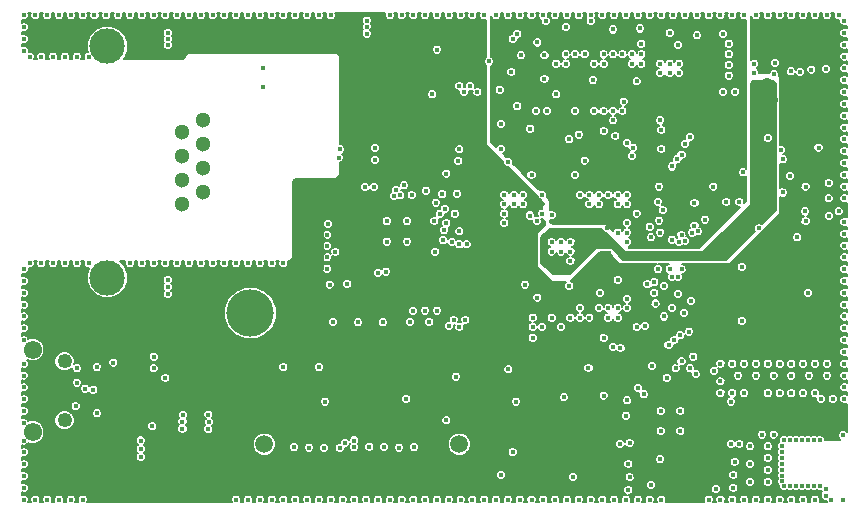
<source format=gbr>
G04 #@! TF.FileFunction,Copper,L3,Inr,Signal*
%FSLAX46Y46*%
G04 Gerber Fmt 4.6, Leading zero omitted, Abs format (unit mm)*
G04 Created by KiCad (PCBNEW 4.0.2-stable) date 2016-06-02 02:45:38*
%MOMM*%
G01*
G04 APERTURE LIST*
%ADD10C,0.100000*%
%ADD11C,1.300000*%
%ADD12C,3.000000*%
%ADD13C,1.500000*%
%ADD14C,0.400000*%
%ADD15C,1.250000*%
%ADD16C,1.550000*%
%ADD17C,4.000000*%
%ADD18C,0.300000*%
%ADD19C,1.000000*%
%ADD20C,0.500000*%
%ADD21C,0.150000*%
G04 APERTURE END LIST*
D10*
D11*
X138400000Y-96480000D03*
X140180000Y-95460000D03*
X138400000Y-94440000D03*
X140180000Y-93420000D03*
X138400000Y-92400000D03*
X140180000Y-91380000D03*
X138400000Y-90360000D03*
X140180000Y-89340000D03*
D12*
X132090000Y-102710000D03*
X132090000Y-83110000D03*
D13*
X161880000Y-116805000D03*
X145370000Y-116805000D03*
D14*
X134900000Y-116500000D03*
X134900000Y-117900000D03*
X134900000Y-117200000D03*
D15*
X128462540Y-109799100D03*
X128462540Y-114799100D03*
D16*
X125762540Y-108799100D03*
X125762540Y-115799100D03*
D17*
X144200000Y-105700000D03*
D14*
X183050000Y-100750000D03*
X185150000Y-99450000D03*
X174500000Y-99650000D03*
X187950000Y-86300000D03*
X186850000Y-87550000D03*
X187850000Y-87700000D03*
X188350000Y-87700000D03*
X187700000Y-93500000D03*
X187700000Y-94400000D03*
X188300000Y-95500000D03*
X180700000Y-100900000D03*
X179700000Y-100900000D03*
X178700000Y-100900000D03*
X170500000Y-101300000D03*
X169700000Y-101300000D03*
X177600000Y-106800000D03*
X136000000Y-110400000D03*
X136000000Y-109400000D03*
X132600000Y-109900000D03*
X164400000Y-84400000D03*
X169200000Y-81000000D03*
X179700000Y-82000000D03*
X182000000Y-82200000D03*
X184200000Y-82100000D03*
X184900000Y-116800000D03*
X185600000Y-116800000D03*
X184900000Y-113200000D03*
X188000000Y-120000000D03*
X188000000Y-119000000D03*
X188000000Y-118000000D03*
X188000000Y-117000000D03*
X188500000Y-116000000D03*
X187500000Y-116000000D03*
X186500000Y-117000000D03*
X186500000Y-118500000D03*
X186500000Y-120000000D03*
X185500000Y-111000000D03*
X187000000Y-111000000D03*
X188500000Y-111000000D03*
X190000000Y-111000000D03*
X191500000Y-111000000D03*
X193000000Y-111000000D03*
X193000000Y-110000000D03*
X192000000Y-110000000D03*
X191000000Y-110000000D03*
X190000000Y-110000000D03*
X189000000Y-110000000D03*
X188000000Y-110000000D03*
X187000000Y-110000000D03*
X186000000Y-110000000D03*
X185000000Y-110000000D03*
X184000000Y-110000000D03*
X184000000Y-111500000D03*
X184000000Y-112500000D03*
X185000000Y-112500000D03*
X186000000Y-112500000D03*
X188000000Y-112500000D03*
X189000000Y-112500000D03*
X190000000Y-112500000D03*
X191000000Y-112500000D03*
X192000000Y-112500000D03*
X192500000Y-113000000D03*
X193500000Y-113000000D03*
X194500000Y-113000000D03*
X194500000Y-112000000D03*
X194500000Y-111000000D03*
X194500000Y-110000000D03*
X194500000Y-109000000D03*
X194500000Y-108000000D03*
X194500000Y-107000000D03*
X194500000Y-106000000D03*
X194500000Y-105000000D03*
X194500000Y-104000000D03*
X194500000Y-103000000D03*
X194500000Y-102000000D03*
X194500000Y-101000000D03*
X194500000Y-100000000D03*
X194500000Y-99000000D03*
X194500000Y-98000000D03*
X194500000Y-96000000D03*
X194500000Y-95000000D03*
X194500000Y-94000000D03*
X194500000Y-93000000D03*
X194500000Y-92000000D03*
X194500000Y-91000000D03*
X194500000Y-90000000D03*
X194500000Y-89000000D03*
X194500000Y-88000000D03*
X194500000Y-87000000D03*
X194500000Y-86000000D03*
X194500000Y-85000000D03*
X194500000Y-84000000D03*
X194500000Y-83000000D03*
X194500000Y-82000000D03*
X194500000Y-81000000D03*
X194000000Y-80500000D03*
X193000000Y-80500000D03*
X192000000Y-80500000D03*
X191000000Y-80500000D03*
X190000000Y-80500000D03*
X189000000Y-80500000D03*
X188000000Y-80500000D03*
X187000000Y-80500000D03*
X186000000Y-80500000D03*
X185000000Y-80500000D03*
X184000000Y-80500000D03*
X183000000Y-80500000D03*
X182000000Y-80500000D03*
X181000000Y-80500000D03*
X180000000Y-80500000D03*
X179000000Y-80500000D03*
X178000000Y-80500000D03*
X177000000Y-80500000D03*
X176000000Y-80500000D03*
X175000000Y-80500000D03*
X174000000Y-80500000D03*
X173000000Y-80500000D03*
X172000000Y-80500000D03*
X171000000Y-80500000D03*
X170000000Y-80500000D03*
X169000000Y-80500000D03*
X168000000Y-80500000D03*
X167000000Y-80500000D03*
X166000000Y-80500000D03*
X165000000Y-80500000D03*
X164000000Y-80500000D03*
X163000000Y-80500000D03*
X162000000Y-80500000D03*
X161000000Y-80500000D03*
X160000000Y-80500000D03*
X159000000Y-80500000D03*
X158000000Y-80500000D03*
X157000000Y-80500000D03*
X156000000Y-80500000D03*
X151000000Y-80500000D03*
X150000000Y-80500000D03*
X149000000Y-80500000D03*
X148000000Y-80500000D03*
X147000000Y-80500000D03*
X146000000Y-80500000D03*
X145000000Y-80500000D03*
X144000000Y-80500000D03*
X143000000Y-80500000D03*
X142000000Y-80500000D03*
X141000000Y-80500000D03*
X140000000Y-80500000D03*
X139000000Y-80500000D03*
X138000000Y-80500000D03*
X130500000Y-84000000D03*
X129500000Y-84000000D03*
X128500000Y-84000000D03*
X127500000Y-84000000D03*
X126500000Y-84000000D03*
X125500000Y-84000000D03*
X125000000Y-83500000D03*
X125000000Y-82500000D03*
X125000000Y-81500000D03*
X125000000Y-80500000D03*
X126000000Y-80500000D03*
X127000000Y-80500000D03*
X128000000Y-80500000D03*
X129000000Y-80500000D03*
X130000000Y-80500000D03*
X131000000Y-80500000D03*
X132000000Y-80500000D03*
X133000000Y-80500000D03*
X134000000Y-80500000D03*
X135000000Y-80500000D03*
X136000000Y-80500000D03*
X137000000Y-80500000D03*
X147000000Y-101500000D03*
X146000000Y-101500000D03*
X145000000Y-101500000D03*
X144000000Y-101500000D03*
X143000000Y-101500000D03*
X142000000Y-101500000D03*
X141000000Y-101500000D03*
X140000000Y-101500000D03*
X139000000Y-101500000D03*
X138000000Y-101500000D03*
X134000000Y-101500000D03*
X135000000Y-101500000D03*
X136000000Y-101500000D03*
X137000000Y-101500000D03*
X130500000Y-101500000D03*
X129500000Y-101500000D03*
X128500000Y-101500000D03*
X127500000Y-101500000D03*
X126500000Y-101500000D03*
X125500000Y-101500000D03*
X125000000Y-102000000D03*
X125000000Y-103000000D03*
X125000000Y-104000000D03*
X125000000Y-105000000D03*
X125000000Y-106000000D03*
X125000000Y-107000000D03*
X125000000Y-108000000D03*
X125000000Y-110000000D03*
X125000000Y-111000000D03*
X125000000Y-112000000D03*
X125000000Y-113000000D03*
X125000000Y-114000000D03*
X125000000Y-115000000D03*
X125000000Y-116500000D03*
X125000000Y-117500000D03*
X125000000Y-118500000D03*
X125000000Y-119500000D03*
X125000000Y-120500000D03*
X125000000Y-121500000D03*
X126000000Y-121500000D03*
X127000000Y-121500000D03*
X128000000Y-121500000D03*
X129000000Y-121500000D03*
X130000000Y-121500000D03*
X143000000Y-121500000D03*
X144000000Y-121500000D03*
X145000000Y-121500000D03*
X146000000Y-121500000D03*
X147000000Y-121500000D03*
X148000000Y-121500000D03*
X149000000Y-121500000D03*
X150000000Y-121500000D03*
X151000000Y-121500000D03*
X152000000Y-121500000D03*
X153000000Y-121500000D03*
X154000000Y-121500000D03*
X155000000Y-121500000D03*
X156000000Y-121500000D03*
X157000000Y-121500000D03*
X158000000Y-121500000D03*
X159000000Y-121500000D03*
X160000000Y-121500000D03*
X161000000Y-121500000D03*
X162000000Y-121500000D03*
X163000000Y-121500000D03*
X164000000Y-121500000D03*
X165000000Y-121500000D03*
X166000000Y-121500000D03*
X167000000Y-121500000D03*
X168000000Y-121500000D03*
X169000000Y-121500000D03*
X170000000Y-121500000D03*
X171000000Y-121500000D03*
X172000000Y-121500000D03*
X173000000Y-121500000D03*
X174000000Y-121500000D03*
X175000000Y-121500000D03*
X176000000Y-121500000D03*
X177000000Y-121500000D03*
X178000000Y-121500000D03*
X179000000Y-121500000D03*
X183000000Y-121500000D03*
X184000000Y-121500000D03*
X185000000Y-121500000D03*
X186000000Y-121500000D03*
X187000000Y-121500000D03*
X188000000Y-121500000D03*
X189000000Y-121500000D03*
X190000000Y-121500000D03*
X191000000Y-121500000D03*
X192000000Y-121500000D03*
X185250000Y-87000000D03*
X171500000Y-119600000D03*
X192300000Y-91700000D03*
X165400000Y-119400000D03*
X129400000Y-113600000D03*
X131200000Y-110300000D03*
X174100000Y-112700000D03*
X161600000Y-111100000D03*
X150000000Y-110300000D03*
X147000000Y-110300000D03*
X158050000Y-117075000D03*
X156800000Y-117100000D03*
X155525000Y-117050000D03*
X154275000Y-117025000D03*
X152975000Y-117075000D03*
X151750000Y-117125000D03*
X150450000Y-117125000D03*
X149175000Y-117100000D03*
X147900000Y-117075000D03*
X166050000Y-110475000D03*
X170750000Y-112850000D03*
X172825000Y-110350000D03*
X163425000Y-87000000D03*
X162275000Y-87000000D03*
X183450000Y-110600000D03*
X140650000Y-115550000D03*
X140700000Y-114950000D03*
X140650000Y-114300000D03*
X138450000Y-115500000D03*
X138450000Y-114900000D03*
X138500000Y-114350000D03*
X191150000Y-97100000D03*
X191200000Y-95000000D03*
X186850000Y-84600000D03*
X188600000Y-84550000D03*
X188550000Y-85500000D03*
X186850000Y-85350000D03*
X192950000Y-85050000D03*
X191700000Y-85100000D03*
X190750000Y-85300000D03*
X189950000Y-85250000D03*
X193150000Y-94700000D03*
X193150000Y-96000000D03*
X159350000Y-106450000D03*
X157700000Y-106450000D03*
X155400000Y-106500000D03*
X153300000Y-106500000D03*
X151200000Y-106450000D03*
X161900000Y-91850000D03*
X178930451Y-115692783D03*
X180605451Y-115692783D03*
X180605451Y-114017783D03*
X178930451Y-114017783D03*
X155737500Y-99662500D03*
X157462500Y-99662500D03*
X157462500Y-97937500D03*
X155737500Y-97937500D03*
X180200000Y-110400000D03*
X177000000Y-112050000D03*
X168500000Y-104400000D03*
X167450000Y-103300000D03*
X150900000Y-103300000D03*
X150700000Y-101950000D03*
X150700000Y-101000000D03*
X150700000Y-100050000D03*
X150700000Y-99100000D03*
X150750000Y-98150000D03*
X160000000Y-105500000D03*
X159000000Y-105500000D03*
X151400000Y-100550000D03*
X152400000Y-103250000D03*
X157950000Y-105550000D03*
X160000000Y-83400000D03*
X159600000Y-87200000D03*
X154050000Y-82050000D03*
X154050000Y-80950000D03*
X154050000Y-81450000D03*
X137200000Y-104100000D03*
X137200000Y-102900000D03*
X137200000Y-103500000D03*
X137200000Y-83000000D03*
X137200000Y-82000000D03*
X137200000Y-82500000D03*
X189300000Y-95500000D03*
X189900000Y-94100000D03*
X189300000Y-92700000D03*
X166800000Y-82100000D03*
X165300000Y-86800000D03*
X185600000Y-96300000D03*
X173000000Y-81000000D03*
X184500000Y-96300000D03*
X165400000Y-89700000D03*
X165400000Y-91800000D03*
X188000000Y-90900000D03*
X189100000Y-91900000D03*
X185900000Y-93800000D03*
X181400000Y-110400000D03*
X185100000Y-120500000D03*
X185100000Y-119400000D03*
X185200000Y-118300000D03*
X176200000Y-120700000D03*
X176300000Y-119600000D03*
X176200000Y-118500000D03*
X178200000Y-110200000D03*
X178100000Y-120249998D03*
X183600000Y-120600000D03*
X194394717Y-116067951D03*
X192394717Y-116467951D03*
X191894717Y-116467951D03*
X191394717Y-116467951D03*
X190894717Y-116467951D03*
X190394717Y-116467951D03*
X189894717Y-116467951D03*
X189394717Y-116467951D03*
X189194717Y-116967951D03*
X189194717Y-117467951D03*
X189194717Y-117967951D03*
X189194717Y-118467951D03*
X189194717Y-118967951D03*
X189194717Y-119467951D03*
X189194717Y-119967951D03*
X189394717Y-120367951D03*
X189894717Y-120367951D03*
X190394717Y-120367951D03*
X190894717Y-120367951D03*
X191394717Y-120367951D03*
X191894717Y-120367951D03*
X192394717Y-120367951D03*
X192894717Y-120567951D03*
X192894717Y-121167951D03*
X193394717Y-121567951D03*
X194394717Y-121567951D03*
X174100000Y-107800000D03*
X176900000Y-106900000D03*
X193200000Y-97500000D03*
X191200000Y-97900000D03*
X190500000Y-99300000D03*
X191400000Y-104000000D03*
X185800000Y-106400000D03*
X185800000Y-101800000D03*
X178700000Y-102000000D03*
X179700000Y-102000000D03*
X180700000Y-102000000D03*
X166300000Y-85300000D03*
X167100000Y-83900000D03*
X166400000Y-82500000D03*
X184700000Y-82900000D03*
X184700000Y-83800000D03*
X184700000Y-84700000D03*
X184700000Y-85600000D03*
X184200000Y-87000000D03*
X171300000Y-101300000D03*
X171300000Y-100500000D03*
X170500000Y-100500000D03*
X169700000Y-100500000D03*
X169700000Y-99700000D03*
X170500000Y-99700000D03*
X171300000Y-99700000D03*
X168900000Y-97299800D03*
X168900000Y-95700000D03*
X170100000Y-84600000D03*
X170900000Y-83800000D03*
X172500000Y-83800000D03*
X173302040Y-84600000D03*
X175700000Y-83800000D03*
X176500000Y-84600000D03*
X177300000Y-82900000D03*
X180400000Y-83000000D03*
X179000000Y-90200000D03*
X175800000Y-87800000D03*
X169300000Y-88600000D03*
X171700000Y-88600000D03*
X174900000Y-88602840D03*
X174100000Y-88600000D03*
X192100000Y-88200000D03*
X169800000Y-120200000D03*
X174300000Y-117900000D03*
X173200000Y-117900000D03*
X170900000Y-104400000D03*
X161600000Y-111900000D03*
X154500000Y-110500000D03*
X155500000Y-110500000D03*
X156500000Y-110500000D03*
X159350000Y-113250000D03*
X159325000Y-117100000D03*
X131500000Y-120450000D03*
X131550000Y-120000000D03*
X138450000Y-120000000D03*
X138450000Y-119350000D03*
X138450000Y-118700000D03*
X140750000Y-119900000D03*
X140750000Y-118700000D03*
X140750000Y-119300000D03*
X190450000Y-97100000D03*
X190450000Y-95000000D03*
X189650000Y-86400000D03*
X192950000Y-83550000D03*
X191750000Y-83550000D03*
X189700000Y-83500000D03*
X192500000Y-94750000D03*
X192450000Y-96000000D03*
X158300000Y-106450000D03*
X156650000Y-106450000D03*
X154550000Y-106500000D03*
X152600000Y-106450000D03*
X150450000Y-106450000D03*
X163000000Y-97700000D03*
X179950000Y-105900000D03*
X158950000Y-94350000D03*
X153675010Y-98050000D03*
X159650000Y-99050000D03*
X154750000Y-101800000D03*
X169300000Y-104400000D03*
X167400000Y-100100000D03*
X150200000Y-103300000D03*
X148450000Y-101950000D03*
X148400000Y-101000000D03*
X148400000Y-100050000D03*
X148400000Y-99100000D03*
X148350000Y-98150000D03*
X158500000Y-83400000D03*
X157575000Y-92175000D03*
X158600000Y-92200000D03*
X160800000Y-92200000D03*
X159700000Y-89400000D03*
X160800000Y-85700000D03*
X158500000Y-85600000D03*
X157500000Y-85800000D03*
X184500000Y-120500000D03*
X184400000Y-119400000D03*
X184400000Y-118300000D03*
X175400000Y-120700000D03*
X175300000Y-119600000D03*
X175300000Y-118500000D03*
X182867951Y-113605283D03*
X181267951Y-111705283D03*
X180267951Y-111705283D03*
X178167951Y-117905283D03*
X179767951Y-118105283D03*
X181367951Y-118105283D03*
X183167951Y-115905283D03*
X192500000Y-97400000D03*
X189000000Y-97900000D03*
X189600000Y-99400000D03*
X193200000Y-99400000D03*
X186700000Y-104900000D03*
X187400000Y-106400000D03*
X174600000Y-101400000D03*
X174600000Y-100600000D03*
X167300000Y-94900000D03*
X168900000Y-96500000D03*
X168100000Y-95700000D03*
X168500000Y-81000000D03*
X166100000Y-82100000D03*
X178700000Y-82000000D03*
X181000000Y-82100000D03*
X183100000Y-82100000D03*
X165400000Y-87800000D03*
X184700000Y-95600000D03*
X171400000Y-81200000D03*
X184500000Y-97200000D03*
X165400000Y-88900000D03*
X165400000Y-90800000D03*
X185100000Y-94200000D03*
X185700000Y-82400000D03*
X185700000Y-82900000D03*
X165700000Y-85300000D03*
X164900000Y-83900000D03*
X165700000Y-82500000D03*
X182500000Y-82900000D03*
X182500000Y-83800000D03*
X182500000Y-84700000D03*
X182500000Y-85600000D03*
X182500000Y-86500000D03*
X181500000Y-89900000D03*
X175700000Y-89400000D03*
X171700000Y-84600000D03*
X171700000Y-83000000D03*
X170100000Y-83000000D03*
X174195312Y-86348252D03*
X173300000Y-83000000D03*
X174900000Y-83000000D03*
X176500000Y-83000000D03*
X178900000Y-83000000D03*
X171300000Y-87700000D03*
X169400000Y-90100000D03*
X171300000Y-90200000D03*
X172500000Y-90300000D03*
X174900000Y-87800000D03*
X174100000Y-89400000D03*
X171700000Y-97300000D03*
X174400000Y-98500000D03*
X174100000Y-97300000D03*
X187228193Y-98503193D03*
X172908129Y-106087691D03*
X165990172Y-92934828D03*
X168000000Y-94000000D03*
X166400000Y-117500000D03*
X176100000Y-113100000D03*
X168100000Y-106900000D03*
X166700000Y-113200000D03*
X168100000Y-106100000D03*
X177500000Y-112600000D03*
X168900000Y-106900000D03*
X176000000Y-114400000D03*
X169700000Y-106100000D03*
X170500000Y-106900000D03*
X181924999Y-110874999D03*
X137000000Y-111200000D03*
X135900000Y-115300000D03*
X150500000Y-113200000D03*
X171200000Y-103400000D03*
X173800000Y-104000000D03*
X179450000Y-111200000D03*
X129500000Y-110400000D03*
X131200000Y-114200000D03*
X173300000Y-88600000D03*
X171700000Y-94000000D03*
X172497660Y-92802340D03*
X173200000Y-86000000D03*
X172000000Y-90600000D03*
X170900000Y-84600000D03*
X176900000Y-86100000D03*
X176500000Y-92400000D03*
X168400000Y-88600000D03*
X166800000Y-88200000D03*
X171700000Y-83800000D03*
X171200000Y-91000000D03*
X174100000Y-83800000D03*
X175100000Y-90700000D03*
X174900000Y-83800000D03*
X176100000Y-91300000D03*
X176600000Y-91700000D03*
X175700000Y-88600000D03*
X183400000Y-95000000D03*
X178800000Y-95000000D03*
X178900000Y-89400000D03*
X169700000Y-97400000D03*
X170900000Y-81500000D03*
X168500000Y-82800000D03*
X177300000Y-84600000D03*
X172100000Y-95700000D03*
X174900000Y-81700000D03*
X177299900Y-83800000D03*
X172900000Y-95700000D03*
X169100000Y-83900000D03*
X173700000Y-95700000D03*
X170100000Y-87200000D03*
X174500000Y-95700000D03*
X174100000Y-90300000D03*
X175300000Y-95700000D03*
X167900000Y-90100000D03*
X176100000Y-95700000D03*
X178700000Y-96300000D03*
X181800000Y-96400000D03*
X181400000Y-90800000D03*
X180500000Y-85400000D03*
X169100000Y-85900000D03*
X173700000Y-96500000D03*
X175300000Y-96500000D03*
X174100000Y-84600000D03*
X176100000Y-96500000D03*
X174900000Y-89400000D03*
X176900000Y-97291671D03*
X179000000Y-91800000D03*
X178800000Y-97874980D03*
X181800000Y-98300000D03*
X179100000Y-97000000D03*
X182700000Y-97800000D03*
X182100000Y-98800000D03*
X176100000Y-98100000D03*
X178900000Y-98900000D03*
X180700000Y-99100000D03*
X180700000Y-92300000D03*
X179700000Y-85400000D03*
X178000000Y-98400000D03*
X181600000Y-98900000D03*
X181000000Y-91400000D03*
X179700000Y-84600000D03*
X180500000Y-84600000D03*
X175300000Y-98900300D03*
X181000000Y-99600000D03*
X176100000Y-98900000D03*
X178100000Y-99300000D03*
X179900000Y-99500000D03*
X179900000Y-93300000D03*
X178900000Y-85400000D03*
X180500000Y-99700000D03*
X180300000Y-92700000D03*
X178900000Y-84600000D03*
X176100000Y-99700000D03*
X179900000Y-105300000D03*
X179891165Y-102644177D03*
X178400000Y-103100000D03*
X175300000Y-102900000D03*
X180900000Y-105700000D03*
X177812388Y-103275010D03*
X180400000Y-104100000D03*
X180400000Y-102650002D03*
X181500000Y-104700000D03*
X176100000Y-104500000D03*
X178400000Y-104000000D03*
X178500000Y-104900000D03*
X181700000Y-109400000D03*
X173700000Y-105300000D03*
X181324999Y-107275001D03*
X174500000Y-105300000D03*
X180100000Y-108000000D03*
X175300000Y-105300000D03*
X180600000Y-107600000D03*
X176100000Y-105300000D03*
X180700000Y-109800000D03*
X174500000Y-106100000D03*
X179600000Y-108400000D03*
X175300000Y-106100000D03*
X179200000Y-106000000D03*
X179200000Y-103400013D03*
X177184828Y-81615172D03*
X176500000Y-83800000D03*
X172900000Y-96500000D03*
X145300000Y-86600000D03*
X145300000Y-85000000D03*
X154750000Y-92750000D03*
X151700000Y-92550000D03*
X154750000Y-91750000D03*
X151800000Y-91850000D03*
X162500000Y-99900000D03*
X165700000Y-96500000D03*
X161850000Y-99900000D03*
X166500000Y-96500000D03*
X159850000Y-100550000D03*
X160800000Y-93900000D03*
X167850000Y-97450000D03*
X161250000Y-99700000D03*
X160500000Y-99550000D03*
X165700000Y-97300000D03*
X160450000Y-95650000D03*
X160600000Y-98700000D03*
X160800000Y-98100000D03*
X165700000Y-98100000D03*
X159050000Y-95350000D03*
X165700000Y-95700000D03*
X157850000Y-95700000D03*
X167300000Y-95700000D03*
X161800000Y-92850000D03*
X157200000Y-94900000D03*
X167300000Y-96500000D03*
X160650000Y-96900000D03*
X156900000Y-95750000D03*
X160250000Y-97300000D03*
X156385183Y-95795161D03*
X159900000Y-96350000D03*
X156550000Y-95300000D03*
X154650000Y-95050000D03*
X166500000Y-95700000D03*
X168450000Y-97900000D03*
X153900000Y-95050000D03*
X152200000Y-116700000D03*
X172100000Y-106100000D03*
X153000000Y-116500000D03*
X172100000Y-105300000D03*
X157400000Y-113000000D03*
X171300000Y-106100000D03*
X161900000Y-86500000D03*
X155700000Y-102200000D03*
X162800000Y-86500000D03*
X155000000Y-102300000D03*
X161500000Y-97300000D03*
X161900000Y-98799989D03*
X159782327Y-97917673D03*
X161700000Y-95600000D03*
X130900000Y-112200000D03*
X129500000Y-111600000D03*
X175534828Y-108665172D03*
X130200000Y-112100000D03*
X174900000Y-108600000D03*
X168100000Y-107800000D03*
X194000000Y-97100000D03*
X160800000Y-114800000D03*
X161000000Y-106800000D03*
X175500000Y-116800000D03*
X161400000Y-106300000D03*
X176300000Y-116700000D03*
X161900000Y-106900000D03*
X178900000Y-118100000D03*
X162400000Y-106300000D03*
D18*
X188300000Y-95500000D02*
X188050000Y-95750000D01*
D19*
X188050000Y-95750000D02*
X188050000Y-93900000D01*
X188050000Y-93900000D02*
X188050000Y-93050000D01*
D18*
X187700000Y-94400000D02*
X188050000Y-94050000D01*
X188050000Y-94050000D02*
X188050000Y-93900000D01*
X187700000Y-93500000D02*
X188050000Y-93150000D01*
X188050000Y-93150000D02*
X188050000Y-93050000D01*
D20*
X178700000Y-100900000D02*
X178200000Y-100900000D01*
X178200000Y-100900000D02*
X175750000Y-100900000D01*
D18*
X180700000Y-100900000D02*
X178200000Y-100900000D01*
X179700000Y-100900000D02*
X178700000Y-100900000D01*
X180700000Y-100900000D02*
X179700000Y-100900000D01*
D20*
X181200000Y-100900000D02*
X182600000Y-100900000D01*
D18*
X180700000Y-100900000D02*
X181200000Y-100900000D01*
D19*
X184150000Y-100450000D02*
X185150000Y-99450000D01*
X185150000Y-99450000D02*
X188250000Y-96350000D01*
X184150000Y-100750000D02*
X184150000Y-100450000D01*
X183050000Y-100750000D02*
X184150000Y-100750000D01*
X187200000Y-95100000D02*
X187200000Y-95800000D01*
X187199999Y-95099999D02*
X187200000Y-95100000D01*
X187515998Y-90200000D02*
X187199999Y-90515999D01*
X187199999Y-90515999D02*
X187199999Y-95099999D01*
X187850000Y-87700000D02*
X187850000Y-89865998D01*
X187850000Y-89865998D02*
X187515998Y-90200000D01*
X187850000Y-87700000D02*
X187850000Y-86400000D01*
X187850000Y-86400000D02*
X187950000Y-86300000D01*
X188200000Y-87550000D02*
X188350000Y-87700000D01*
X183050000Y-100750000D02*
X188050000Y-95750000D01*
D20*
X178700000Y-100900000D02*
X180700000Y-100900000D01*
X169700000Y-101300000D02*
X170500000Y-101300000D01*
X175750000Y-100900000D02*
X174500000Y-99650000D01*
X174500000Y-99650000D02*
X173900000Y-99650000D01*
X173900000Y-99650000D02*
X173100000Y-98850000D01*
X173100000Y-98850000D02*
X169550000Y-98850000D01*
X169550000Y-98850000D02*
X169100000Y-99300000D01*
X169100000Y-99300000D02*
X169100000Y-101050000D01*
X169100000Y-101050000D02*
X169350000Y-101300000D01*
X169350000Y-101300000D02*
X169700000Y-101300000D01*
D18*
X148350000Y-98150000D02*
X149650000Y-98150000D01*
X148400000Y-99100000D02*
X150033998Y-99100000D01*
X150033998Y-99100000D02*
X150400000Y-99466002D01*
X150400000Y-100633998D02*
X148983998Y-100633998D01*
X148983998Y-100633998D02*
X148400000Y-100050000D01*
X148400000Y-101000000D02*
X150033998Y-101000000D01*
X150033998Y-101000000D02*
X150400000Y-100633998D01*
X149750000Y-101950000D02*
X150300000Y-102500000D01*
X148450000Y-101950000D02*
X149750000Y-101950000D01*
D21*
X174600000Y-100600000D02*
X174600000Y-101400000D01*
D19*
X149150000Y-98400000D02*
X149150000Y-101300000D01*
X149000001Y-98250001D02*
X149150000Y-98400000D01*
X149899999Y-98250001D02*
X149000001Y-98250001D01*
X149849999Y-101950000D02*
X149899999Y-101900000D01*
X149899999Y-101900000D02*
X149899999Y-98250001D01*
X148450000Y-101950000D02*
X149849999Y-101950000D01*
X148350000Y-98150000D02*
X148350000Y-101850000D01*
X148350000Y-101850000D02*
X148450000Y-101950000D01*
D20*
X168900000Y-96500000D02*
X168617158Y-96500000D01*
X168617158Y-96500000D02*
X168567158Y-96550000D01*
X168100000Y-95700000D02*
X168100000Y-95982842D01*
X167300000Y-94900000D02*
X166900000Y-94900000D01*
D18*
X174400000Y-98500000D02*
X174650000Y-98250000D01*
D21*
G36*
X125575074Y-80415091D02*
X125574927Y-80584167D01*
X125639493Y-80740429D01*
X125758943Y-80860087D01*
X125915091Y-80924926D01*
X126084167Y-80925073D01*
X126240429Y-80860507D01*
X126360087Y-80741057D01*
X126424926Y-80584909D01*
X126425073Y-80415833D01*
X126387542Y-80325000D01*
X126612483Y-80325000D01*
X126575074Y-80415091D01*
X126574927Y-80584167D01*
X126639493Y-80740429D01*
X126758943Y-80860087D01*
X126915091Y-80924926D01*
X127084167Y-80925073D01*
X127240429Y-80860507D01*
X127360087Y-80741057D01*
X127424926Y-80584909D01*
X127425073Y-80415833D01*
X127387542Y-80325000D01*
X127612483Y-80325000D01*
X127575074Y-80415091D01*
X127574927Y-80584167D01*
X127639493Y-80740429D01*
X127758943Y-80860087D01*
X127915091Y-80924926D01*
X128084167Y-80925073D01*
X128240429Y-80860507D01*
X128360087Y-80741057D01*
X128424926Y-80584909D01*
X128425073Y-80415833D01*
X128387542Y-80325000D01*
X128612483Y-80325000D01*
X128575074Y-80415091D01*
X128574927Y-80584167D01*
X128639493Y-80740429D01*
X128758943Y-80860087D01*
X128915091Y-80924926D01*
X129084167Y-80925073D01*
X129240429Y-80860507D01*
X129360087Y-80741057D01*
X129424926Y-80584909D01*
X129425073Y-80415833D01*
X129387542Y-80325000D01*
X129612483Y-80325000D01*
X129575074Y-80415091D01*
X129574927Y-80584167D01*
X129639493Y-80740429D01*
X129758943Y-80860087D01*
X129915091Y-80924926D01*
X130084167Y-80925073D01*
X130240429Y-80860507D01*
X130360087Y-80741057D01*
X130424926Y-80584909D01*
X130425073Y-80415833D01*
X130387542Y-80325000D01*
X130612483Y-80325000D01*
X130575074Y-80415091D01*
X130574927Y-80584167D01*
X130639493Y-80740429D01*
X130758943Y-80860087D01*
X130915091Y-80924926D01*
X131084167Y-80925073D01*
X131240429Y-80860507D01*
X131360087Y-80741057D01*
X131424926Y-80584909D01*
X131425073Y-80415833D01*
X131387542Y-80325000D01*
X131612483Y-80325000D01*
X131575074Y-80415091D01*
X131574927Y-80584167D01*
X131639493Y-80740429D01*
X131758943Y-80860087D01*
X131915091Y-80924926D01*
X132084167Y-80925073D01*
X132240429Y-80860507D01*
X132360087Y-80741057D01*
X132424926Y-80584909D01*
X132425073Y-80415833D01*
X132387542Y-80325000D01*
X132612483Y-80325000D01*
X132575074Y-80415091D01*
X132574927Y-80584167D01*
X132639493Y-80740429D01*
X132758943Y-80860087D01*
X132915091Y-80924926D01*
X133084167Y-80925073D01*
X133240429Y-80860507D01*
X133360087Y-80741057D01*
X133424926Y-80584909D01*
X133425073Y-80415833D01*
X133387542Y-80325000D01*
X133612483Y-80325000D01*
X133575074Y-80415091D01*
X133574927Y-80584167D01*
X133639493Y-80740429D01*
X133758943Y-80860087D01*
X133915091Y-80924926D01*
X134084167Y-80925073D01*
X134240429Y-80860507D01*
X134360087Y-80741057D01*
X134424926Y-80584909D01*
X134425073Y-80415833D01*
X134387542Y-80325000D01*
X134612483Y-80325000D01*
X134575074Y-80415091D01*
X134574927Y-80584167D01*
X134639493Y-80740429D01*
X134758943Y-80860087D01*
X134915091Y-80924926D01*
X135084167Y-80925073D01*
X135240429Y-80860507D01*
X135360087Y-80741057D01*
X135424926Y-80584909D01*
X135425073Y-80415833D01*
X135387542Y-80325000D01*
X135612483Y-80325000D01*
X135575074Y-80415091D01*
X135574927Y-80584167D01*
X135639493Y-80740429D01*
X135758943Y-80860087D01*
X135915091Y-80924926D01*
X136084167Y-80925073D01*
X136240429Y-80860507D01*
X136360087Y-80741057D01*
X136424926Y-80584909D01*
X136425073Y-80415833D01*
X136387542Y-80325000D01*
X136612483Y-80325000D01*
X136575074Y-80415091D01*
X136574927Y-80584167D01*
X136639493Y-80740429D01*
X136758943Y-80860087D01*
X136915091Y-80924926D01*
X137084167Y-80925073D01*
X137240429Y-80860507D01*
X137360087Y-80741057D01*
X137424926Y-80584909D01*
X137425073Y-80415833D01*
X137387542Y-80325000D01*
X137612483Y-80325000D01*
X137575074Y-80415091D01*
X137574927Y-80584167D01*
X137639493Y-80740429D01*
X137758943Y-80860087D01*
X137915091Y-80924926D01*
X138084167Y-80925073D01*
X138240429Y-80860507D01*
X138360087Y-80741057D01*
X138424926Y-80584909D01*
X138425073Y-80415833D01*
X138387542Y-80325000D01*
X138612483Y-80325000D01*
X138575074Y-80415091D01*
X138574927Y-80584167D01*
X138639493Y-80740429D01*
X138758943Y-80860087D01*
X138915091Y-80924926D01*
X139084167Y-80925073D01*
X139240429Y-80860507D01*
X139360087Y-80741057D01*
X139424926Y-80584909D01*
X139425073Y-80415833D01*
X139387542Y-80325000D01*
X139612483Y-80325000D01*
X139575074Y-80415091D01*
X139574927Y-80584167D01*
X139639493Y-80740429D01*
X139758943Y-80860087D01*
X139915091Y-80924926D01*
X140084167Y-80925073D01*
X140240429Y-80860507D01*
X140360087Y-80741057D01*
X140424926Y-80584909D01*
X140425073Y-80415833D01*
X140387542Y-80325000D01*
X140612483Y-80325000D01*
X140575074Y-80415091D01*
X140574927Y-80584167D01*
X140639493Y-80740429D01*
X140758943Y-80860087D01*
X140915091Y-80924926D01*
X141084167Y-80925073D01*
X141240429Y-80860507D01*
X141360087Y-80741057D01*
X141424926Y-80584909D01*
X141425073Y-80415833D01*
X141387542Y-80325000D01*
X141612483Y-80325000D01*
X141575074Y-80415091D01*
X141574927Y-80584167D01*
X141639493Y-80740429D01*
X141758943Y-80860087D01*
X141915091Y-80924926D01*
X142084167Y-80925073D01*
X142240429Y-80860507D01*
X142360087Y-80741057D01*
X142424926Y-80584909D01*
X142425073Y-80415833D01*
X142387542Y-80325000D01*
X142612483Y-80325000D01*
X142575074Y-80415091D01*
X142574927Y-80584167D01*
X142639493Y-80740429D01*
X142758943Y-80860087D01*
X142915091Y-80924926D01*
X143084167Y-80925073D01*
X143240429Y-80860507D01*
X143360087Y-80741057D01*
X143424926Y-80584909D01*
X143425073Y-80415833D01*
X143387542Y-80325000D01*
X143612483Y-80325000D01*
X143575074Y-80415091D01*
X143574927Y-80584167D01*
X143639493Y-80740429D01*
X143758943Y-80860087D01*
X143915091Y-80924926D01*
X144084167Y-80925073D01*
X144240429Y-80860507D01*
X144360087Y-80741057D01*
X144424926Y-80584909D01*
X144425073Y-80415833D01*
X144387542Y-80325000D01*
X144612483Y-80325000D01*
X144575074Y-80415091D01*
X144574927Y-80584167D01*
X144639493Y-80740429D01*
X144758943Y-80860087D01*
X144915091Y-80924926D01*
X145084167Y-80925073D01*
X145240429Y-80860507D01*
X145360087Y-80741057D01*
X145424926Y-80584909D01*
X145425073Y-80415833D01*
X145387542Y-80325000D01*
X145612483Y-80325000D01*
X145575074Y-80415091D01*
X145574927Y-80584167D01*
X145639493Y-80740429D01*
X145758943Y-80860087D01*
X145915091Y-80924926D01*
X146084167Y-80925073D01*
X146240429Y-80860507D01*
X146360087Y-80741057D01*
X146424926Y-80584909D01*
X146425073Y-80415833D01*
X146387542Y-80325000D01*
X146612483Y-80325000D01*
X146575074Y-80415091D01*
X146574927Y-80584167D01*
X146639493Y-80740429D01*
X146758943Y-80860087D01*
X146915091Y-80924926D01*
X147084167Y-80925073D01*
X147240429Y-80860507D01*
X147360087Y-80741057D01*
X147424926Y-80584909D01*
X147425073Y-80415833D01*
X147387542Y-80325000D01*
X147612483Y-80325000D01*
X147575074Y-80415091D01*
X147574927Y-80584167D01*
X147639493Y-80740429D01*
X147758943Y-80860087D01*
X147915091Y-80924926D01*
X148084167Y-80925073D01*
X148240429Y-80860507D01*
X148360087Y-80741057D01*
X148424926Y-80584909D01*
X148425073Y-80415833D01*
X148387542Y-80325000D01*
X148612483Y-80325000D01*
X148575074Y-80415091D01*
X148574927Y-80584167D01*
X148639493Y-80740429D01*
X148758943Y-80860087D01*
X148915091Y-80924926D01*
X149084167Y-80925073D01*
X149240429Y-80860507D01*
X149360087Y-80741057D01*
X149424926Y-80584909D01*
X149425073Y-80415833D01*
X149387542Y-80325000D01*
X149612483Y-80325000D01*
X149575074Y-80415091D01*
X149574927Y-80584167D01*
X149639493Y-80740429D01*
X149758943Y-80860087D01*
X149915091Y-80924926D01*
X150084167Y-80925073D01*
X150240429Y-80860507D01*
X150360087Y-80741057D01*
X150424926Y-80584909D01*
X150425073Y-80415833D01*
X150387542Y-80325000D01*
X150612483Y-80325000D01*
X150575074Y-80415091D01*
X150574927Y-80584167D01*
X150639493Y-80740429D01*
X150758943Y-80860087D01*
X150915091Y-80924926D01*
X151084167Y-80925073D01*
X151240429Y-80860507D01*
X151360087Y-80741057D01*
X151424926Y-80584909D01*
X151425073Y-80415833D01*
X151387542Y-80325000D01*
X155612483Y-80325000D01*
X155575074Y-80415091D01*
X155574927Y-80584167D01*
X155639493Y-80740429D01*
X155758943Y-80860087D01*
X155915091Y-80924926D01*
X156084167Y-80925073D01*
X156240429Y-80860507D01*
X156360087Y-80741057D01*
X156424926Y-80584909D01*
X156425073Y-80415833D01*
X156387542Y-80325000D01*
X156612483Y-80325000D01*
X156575074Y-80415091D01*
X156574927Y-80584167D01*
X156639493Y-80740429D01*
X156758943Y-80860087D01*
X156915091Y-80924926D01*
X157084167Y-80925073D01*
X157240429Y-80860507D01*
X157360087Y-80741057D01*
X157424926Y-80584909D01*
X157425073Y-80415833D01*
X157387542Y-80325000D01*
X157612483Y-80325000D01*
X157575074Y-80415091D01*
X157574927Y-80584167D01*
X157639493Y-80740429D01*
X157758943Y-80860087D01*
X157915091Y-80924926D01*
X158084167Y-80925073D01*
X158240429Y-80860507D01*
X158360087Y-80741057D01*
X158424926Y-80584909D01*
X158425073Y-80415833D01*
X158387542Y-80325000D01*
X158612483Y-80325000D01*
X158575074Y-80415091D01*
X158574927Y-80584167D01*
X158639493Y-80740429D01*
X158758943Y-80860087D01*
X158915091Y-80924926D01*
X159084167Y-80925073D01*
X159240429Y-80860507D01*
X159360087Y-80741057D01*
X159424926Y-80584909D01*
X159425073Y-80415833D01*
X159387542Y-80325000D01*
X159612483Y-80325000D01*
X159575074Y-80415091D01*
X159574927Y-80584167D01*
X159639493Y-80740429D01*
X159758943Y-80860087D01*
X159915091Y-80924926D01*
X160084167Y-80925073D01*
X160240429Y-80860507D01*
X160360087Y-80741057D01*
X160424926Y-80584909D01*
X160425073Y-80415833D01*
X160387542Y-80325000D01*
X160612483Y-80325000D01*
X160575074Y-80415091D01*
X160574927Y-80584167D01*
X160639493Y-80740429D01*
X160758943Y-80860087D01*
X160915091Y-80924926D01*
X161084167Y-80925073D01*
X161240429Y-80860507D01*
X161360087Y-80741057D01*
X161424926Y-80584909D01*
X161425073Y-80415833D01*
X161387542Y-80325000D01*
X161612483Y-80325000D01*
X161575074Y-80415091D01*
X161574927Y-80584167D01*
X161639493Y-80740429D01*
X161758943Y-80860087D01*
X161915091Y-80924926D01*
X162084167Y-80925073D01*
X162240429Y-80860507D01*
X162360087Y-80741057D01*
X162424926Y-80584909D01*
X162425073Y-80415833D01*
X162387542Y-80325000D01*
X162612483Y-80325000D01*
X162575074Y-80415091D01*
X162574927Y-80584167D01*
X162639493Y-80740429D01*
X162758943Y-80860087D01*
X162915091Y-80924926D01*
X163084167Y-80925073D01*
X163240429Y-80860507D01*
X163360087Y-80741057D01*
X163424926Y-80584909D01*
X163425073Y-80415833D01*
X163387542Y-80325000D01*
X163612483Y-80325000D01*
X163575074Y-80415091D01*
X163574927Y-80584167D01*
X163639493Y-80740429D01*
X163758943Y-80860087D01*
X163915091Y-80924926D01*
X164084167Y-80925073D01*
X164175000Y-80887542D01*
X164175000Y-84033118D01*
X164159571Y-84039493D01*
X164039913Y-84158943D01*
X163975074Y-84315091D01*
X163974927Y-84484167D01*
X164039493Y-84640429D01*
X164158943Y-84760087D01*
X164175000Y-84766755D01*
X164175000Y-91500000D01*
X164180909Y-91529179D01*
X164196967Y-91553033D01*
X165565184Y-92921250D01*
X165565099Y-93018995D01*
X165629665Y-93175257D01*
X165749115Y-93294915D01*
X165905263Y-93359754D01*
X166003774Y-93359840D01*
X168507899Y-95863965D01*
X168539493Y-95940429D01*
X168658943Y-96060087D01*
X168736031Y-96092097D01*
X168925000Y-96281066D01*
X168925000Y-96874822D01*
X168815833Y-96874727D01*
X168659571Y-96939293D01*
X168539913Y-97058743D01*
X168475074Y-97214891D01*
X168474927Y-97383967D01*
X168512564Y-97475055D01*
X168365833Y-97474927D01*
X168274945Y-97512481D01*
X168275073Y-97365833D01*
X168210507Y-97209571D01*
X168091057Y-97089913D01*
X167934909Y-97025074D01*
X167765833Y-97024927D01*
X167609571Y-97089493D01*
X167489913Y-97208943D01*
X167425074Y-97365091D01*
X167424927Y-97534167D01*
X167489493Y-97690429D01*
X167608943Y-97810087D01*
X167765091Y-97874926D01*
X167934167Y-97875073D01*
X168025055Y-97837519D01*
X168024927Y-97984167D01*
X168089493Y-98140429D01*
X168208943Y-98260087D01*
X168365091Y-98324926D01*
X168534167Y-98325073D01*
X168690429Y-98260507D01*
X168810087Y-98141057D01*
X168874926Y-97984909D01*
X168875073Y-97815833D01*
X168837436Y-97724745D01*
X168925000Y-97724821D01*
X168925000Y-97750000D01*
X168930909Y-97779179D01*
X168946967Y-97803033D01*
X169175000Y-98031066D01*
X169175000Y-98218934D01*
X168446967Y-98946967D01*
X168430512Y-98971778D01*
X168425000Y-99000000D01*
X168425000Y-101750000D01*
X168430909Y-101779179D01*
X168446967Y-101803033D01*
X169696967Y-103053033D01*
X169721778Y-103069488D01*
X169750000Y-103075000D01*
X170924002Y-103075000D01*
X170839913Y-103158943D01*
X170775074Y-103315091D01*
X170774927Y-103484167D01*
X170839493Y-103640429D01*
X170958943Y-103760087D01*
X171115091Y-103824926D01*
X171284167Y-103825073D01*
X171440429Y-103760507D01*
X171560087Y-103641057D01*
X171624926Y-103484909D01*
X171625035Y-103359177D01*
X177387315Y-103359177D01*
X177451881Y-103515439D01*
X177571331Y-103635097D01*
X177727479Y-103699936D01*
X177896555Y-103700083D01*
X178052817Y-103635517D01*
X178172475Y-103516067D01*
X178190311Y-103473112D01*
X178315091Y-103524926D01*
X178484167Y-103525073D01*
X178583135Y-103484180D01*
X178774927Y-103484180D01*
X178839493Y-103640442D01*
X178958943Y-103760100D01*
X179115091Y-103824939D01*
X179284167Y-103825086D01*
X179440429Y-103760520D01*
X179560087Y-103641070D01*
X179624926Y-103484922D01*
X179625073Y-103315846D01*
X179560507Y-103159584D01*
X179441057Y-103039926D01*
X179284909Y-102975087D01*
X179115833Y-102974940D01*
X178959571Y-103039506D01*
X178839913Y-103158956D01*
X178775074Y-103315104D01*
X178774927Y-103484180D01*
X178583135Y-103484180D01*
X178640429Y-103460507D01*
X178760087Y-103341057D01*
X178824926Y-103184909D01*
X178825073Y-103015833D01*
X178760507Y-102859571D01*
X178641057Y-102739913D01*
X178484909Y-102675074D01*
X178315833Y-102674927D01*
X178159571Y-102739493D01*
X178039913Y-102858943D01*
X178022077Y-102901898D01*
X177897297Y-102850084D01*
X177728221Y-102849937D01*
X177571959Y-102914503D01*
X177452301Y-103033953D01*
X177387462Y-103190101D01*
X177387315Y-103359177D01*
X171625035Y-103359177D01*
X171625073Y-103315833D01*
X171560507Y-103159571D01*
X171441057Y-103039913D01*
X171352801Y-103003265D01*
X171371899Y-102984167D01*
X174874927Y-102984167D01*
X174939493Y-103140429D01*
X175058943Y-103260087D01*
X175215091Y-103324926D01*
X175384167Y-103325073D01*
X175540429Y-103260507D01*
X175660087Y-103141057D01*
X175724926Y-102984909D01*
X175725073Y-102815833D01*
X175660507Y-102659571D01*
X175541057Y-102539913D01*
X175384909Y-102475074D01*
X175215833Y-102474927D01*
X175059571Y-102539493D01*
X174939913Y-102658943D01*
X174875074Y-102815091D01*
X174874927Y-102984167D01*
X171371899Y-102984167D01*
X173781066Y-100575000D01*
X174468934Y-100575000D01*
X175446967Y-101553033D01*
X175471778Y-101569488D01*
X175500000Y-101575000D01*
X178615656Y-101575000D01*
X178459571Y-101639493D01*
X178339913Y-101758943D01*
X178275074Y-101915091D01*
X178274927Y-102084167D01*
X178339493Y-102240429D01*
X178458943Y-102360087D01*
X178615091Y-102424926D01*
X178784167Y-102425073D01*
X178940429Y-102360507D01*
X179060087Y-102241057D01*
X179124926Y-102084909D01*
X179125073Y-101915833D01*
X179060507Y-101759571D01*
X178941057Y-101639913D01*
X178784909Y-101575074D01*
X178699796Y-101575000D01*
X179615656Y-101575000D01*
X179459571Y-101639493D01*
X179339913Y-101758943D01*
X179275074Y-101915091D01*
X179274927Y-102084167D01*
X179339493Y-102240429D01*
X179458943Y-102360087D01*
X179540331Y-102393883D01*
X179531078Y-102403120D01*
X179466239Y-102559268D01*
X179466092Y-102728344D01*
X179530658Y-102884606D01*
X179650108Y-103004264D01*
X179806256Y-103069103D01*
X179975332Y-103069250D01*
X180131594Y-103004684D01*
X180142590Y-102993707D01*
X180158943Y-103010089D01*
X180315091Y-103074928D01*
X180484167Y-103075075D01*
X180640429Y-103010509D01*
X180760087Y-102891059D01*
X180824926Y-102734911D01*
X180825073Y-102565835D01*
X180766905Y-102425058D01*
X180784167Y-102425073D01*
X180940429Y-102360507D01*
X181060087Y-102241057D01*
X181124926Y-102084909D01*
X181125073Y-101915833D01*
X181111989Y-101884167D01*
X185374927Y-101884167D01*
X185439493Y-102040429D01*
X185558943Y-102160087D01*
X185715091Y-102224926D01*
X185884167Y-102225073D01*
X186040429Y-102160507D01*
X186160087Y-102041057D01*
X186224926Y-101884909D01*
X186225073Y-101715833D01*
X186160507Y-101559571D01*
X186041057Y-101439913D01*
X185884909Y-101375074D01*
X185715833Y-101374927D01*
X185559571Y-101439493D01*
X185439913Y-101558943D01*
X185375074Y-101715091D01*
X185374927Y-101884167D01*
X181111989Y-101884167D01*
X181060507Y-101759571D01*
X180941057Y-101639913D01*
X180784909Y-101575074D01*
X180699796Y-101575000D01*
X184750000Y-101575000D01*
X184779179Y-101569091D01*
X184803033Y-101553033D01*
X186971899Y-99384167D01*
X190074927Y-99384167D01*
X190139493Y-99540429D01*
X190258943Y-99660087D01*
X190415091Y-99724926D01*
X190584167Y-99725073D01*
X190740429Y-99660507D01*
X190860087Y-99541057D01*
X190924926Y-99384909D01*
X190925073Y-99215833D01*
X190860507Y-99059571D01*
X190741057Y-98939913D01*
X190584909Y-98875074D01*
X190415833Y-98874927D01*
X190259571Y-98939493D01*
X190139913Y-99058943D01*
X190075074Y-99215091D01*
X190074927Y-99384167D01*
X186971899Y-99384167D01*
X189053033Y-97303033D01*
X189069488Y-97278222D01*
X189075000Y-97250000D01*
X189075000Y-97184167D01*
X190724927Y-97184167D01*
X190789493Y-97340429D01*
X190908943Y-97460087D01*
X191030045Y-97510374D01*
X190959571Y-97539493D01*
X190839913Y-97658943D01*
X190775074Y-97815091D01*
X190774927Y-97984167D01*
X190839493Y-98140429D01*
X190958943Y-98260087D01*
X191115091Y-98324926D01*
X191284167Y-98325073D01*
X191440429Y-98260507D01*
X191560087Y-98141057D01*
X191624926Y-97984909D01*
X191625073Y-97815833D01*
X191560507Y-97659571D01*
X191485235Y-97584167D01*
X192774927Y-97584167D01*
X192839493Y-97740429D01*
X192958943Y-97860087D01*
X193115091Y-97924926D01*
X193284167Y-97925073D01*
X193440429Y-97860507D01*
X193560087Y-97741057D01*
X193624926Y-97584909D01*
X193625073Y-97415833D01*
X193560507Y-97259571D01*
X193485235Y-97184167D01*
X193574927Y-97184167D01*
X193639493Y-97340429D01*
X193758943Y-97460087D01*
X193915091Y-97524926D01*
X194084167Y-97525073D01*
X194240429Y-97460507D01*
X194360087Y-97341057D01*
X194424926Y-97184909D01*
X194425073Y-97015833D01*
X194360507Y-96859571D01*
X194241057Y-96739913D01*
X194084909Y-96675074D01*
X193915833Y-96674927D01*
X193759571Y-96739493D01*
X193639913Y-96858943D01*
X193575074Y-97015091D01*
X193574927Y-97184167D01*
X193485235Y-97184167D01*
X193441057Y-97139913D01*
X193284909Y-97075074D01*
X193115833Y-97074927D01*
X192959571Y-97139493D01*
X192839913Y-97258943D01*
X192775074Y-97415091D01*
X192774927Y-97584167D01*
X191485235Y-97584167D01*
X191441057Y-97539913D01*
X191319955Y-97489626D01*
X191390429Y-97460507D01*
X191510087Y-97341057D01*
X191574926Y-97184909D01*
X191575073Y-97015833D01*
X191510507Y-96859571D01*
X191391057Y-96739913D01*
X191234909Y-96675074D01*
X191065833Y-96674927D01*
X190909571Y-96739493D01*
X190789913Y-96858943D01*
X190725074Y-97015091D01*
X190724927Y-97184167D01*
X189075000Y-97184167D01*
X189075000Y-96084167D01*
X192724927Y-96084167D01*
X192789493Y-96240429D01*
X192908943Y-96360087D01*
X193065091Y-96424926D01*
X193234167Y-96425073D01*
X193390429Y-96360507D01*
X193510087Y-96241057D01*
X193574926Y-96084909D01*
X193575073Y-95915833D01*
X193510507Y-95759571D01*
X193391057Y-95639913D01*
X193234909Y-95575074D01*
X193065833Y-95574927D01*
X192909571Y-95639493D01*
X192789913Y-95758943D01*
X192725074Y-95915091D01*
X192724927Y-96084167D01*
X189075000Y-96084167D01*
X189075000Y-95866755D01*
X189215091Y-95924926D01*
X189384167Y-95925073D01*
X189540429Y-95860507D01*
X189660087Y-95741057D01*
X189724926Y-95584909D01*
X189725073Y-95415833D01*
X189660507Y-95259571D01*
X189541057Y-95139913D01*
X189406808Y-95084167D01*
X190774927Y-95084167D01*
X190839493Y-95240429D01*
X190958943Y-95360087D01*
X191115091Y-95424926D01*
X191284167Y-95425073D01*
X191440429Y-95360507D01*
X191560087Y-95241057D01*
X191624926Y-95084909D01*
X191625073Y-94915833D01*
X191570670Y-94784167D01*
X192724927Y-94784167D01*
X192789493Y-94940429D01*
X192908943Y-95060087D01*
X193065091Y-95124926D01*
X193234167Y-95125073D01*
X193390429Y-95060507D01*
X193510087Y-94941057D01*
X193574926Y-94784909D01*
X193575073Y-94615833D01*
X193510507Y-94459571D01*
X193391057Y-94339913D01*
X193234909Y-94275074D01*
X193065833Y-94274927D01*
X192909571Y-94339493D01*
X192789913Y-94458943D01*
X192725074Y-94615091D01*
X192724927Y-94784167D01*
X191570670Y-94784167D01*
X191560507Y-94759571D01*
X191441057Y-94639913D01*
X191284909Y-94575074D01*
X191115833Y-94574927D01*
X190959571Y-94639493D01*
X190839913Y-94758943D01*
X190775074Y-94915091D01*
X190774927Y-95084167D01*
X189406808Y-95084167D01*
X189384909Y-95075074D01*
X189215833Y-95074927D01*
X189075000Y-95133118D01*
X189075000Y-94184167D01*
X189474927Y-94184167D01*
X189539493Y-94340429D01*
X189658943Y-94460087D01*
X189815091Y-94524926D01*
X189984167Y-94525073D01*
X190140429Y-94460507D01*
X190260087Y-94341057D01*
X190324926Y-94184909D01*
X190325073Y-94015833D01*
X190260507Y-93859571D01*
X190141057Y-93739913D01*
X189984909Y-93675074D01*
X189815833Y-93674927D01*
X189659571Y-93739493D01*
X189539913Y-93858943D01*
X189475074Y-94015091D01*
X189474927Y-94184167D01*
X189075000Y-94184167D01*
X189075000Y-93066755D01*
X189215091Y-93124926D01*
X189384167Y-93125073D01*
X189540429Y-93060507D01*
X189660087Y-92941057D01*
X189724926Y-92784909D01*
X189725073Y-92615833D01*
X189660507Y-92459571D01*
X189541057Y-92339913D01*
X189384909Y-92275074D01*
X189305342Y-92275005D01*
X189340429Y-92260507D01*
X189460087Y-92141057D01*
X189524926Y-91984909D01*
X189525073Y-91815833D01*
X189511989Y-91784167D01*
X191874927Y-91784167D01*
X191939493Y-91940429D01*
X192058943Y-92060087D01*
X192215091Y-92124926D01*
X192384167Y-92125073D01*
X192540429Y-92060507D01*
X192660087Y-91941057D01*
X192724926Y-91784909D01*
X192725073Y-91615833D01*
X192660507Y-91459571D01*
X192541057Y-91339913D01*
X192384909Y-91275074D01*
X192215833Y-91274927D01*
X192059571Y-91339493D01*
X191939913Y-91458943D01*
X191875074Y-91615091D01*
X191874927Y-91784167D01*
X189511989Y-91784167D01*
X189460507Y-91659571D01*
X189341057Y-91539913D01*
X189184909Y-91475074D01*
X189075000Y-91474978D01*
X189075000Y-85750000D01*
X189069091Y-85720821D01*
X189053033Y-85696967D01*
X188964965Y-85608899D01*
X188974926Y-85584909D01*
X188975073Y-85415833D01*
X188941330Y-85334167D01*
X189524927Y-85334167D01*
X189589493Y-85490429D01*
X189708943Y-85610087D01*
X189865091Y-85674926D01*
X190034167Y-85675073D01*
X190190429Y-85610507D01*
X190310087Y-85491057D01*
X190339663Y-85419831D01*
X190389493Y-85540429D01*
X190508943Y-85660087D01*
X190665091Y-85724926D01*
X190834167Y-85725073D01*
X190990429Y-85660507D01*
X191110087Y-85541057D01*
X191174926Y-85384909D01*
X191175073Y-85215833D01*
X191161989Y-85184167D01*
X191274927Y-85184167D01*
X191339493Y-85340429D01*
X191458943Y-85460087D01*
X191615091Y-85524926D01*
X191784167Y-85525073D01*
X191940429Y-85460507D01*
X192060087Y-85341057D01*
X192124926Y-85184909D01*
X192124970Y-85134167D01*
X192524927Y-85134167D01*
X192589493Y-85290429D01*
X192708943Y-85410087D01*
X192865091Y-85474926D01*
X193034167Y-85475073D01*
X193190429Y-85410507D01*
X193310087Y-85291057D01*
X193374926Y-85134909D01*
X193375073Y-84965833D01*
X193310507Y-84809571D01*
X193191057Y-84689913D01*
X193034909Y-84625074D01*
X192865833Y-84624927D01*
X192709571Y-84689493D01*
X192589913Y-84808943D01*
X192525074Y-84965091D01*
X192524927Y-85134167D01*
X192124970Y-85134167D01*
X192125073Y-85015833D01*
X192060507Y-84859571D01*
X191941057Y-84739913D01*
X191784909Y-84675074D01*
X191615833Y-84674927D01*
X191459571Y-84739493D01*
X191339913Y-84858943D01*
X191275074Y-85015091D01*
X191274927Y-85184167D01*
X191161989Y-85184167D01*
X191110507Y-85059571D01*
X190991057Y-84939913D01*
X190834909Y-84875074D01*
X190665833Y-84874927D01*
X190509571Y-84939493D01*
X190389913Y-85058943D01*
X190360337Y-85130169D01*
X190310507Y-85009571D01*
X190191057Y-84889913D01*
X190034909Y-84825074D01*
X189865833Y-84824927D01*
X189709571Y-84889493D01*
X189589913Y-85008943D01*
X189525074Y-85165091D01*
X189524927Y-85334167D01*
X188941330Y-85334167D01*
X188910507Y-85259571D01*
X188791057Y-85139913D01*
X188634909Y-85075074D01*
X188465833Y-85074927D01*
X188309571Y-85139493D01*
X188189913Y-85258943D01*
X188125074Y-85415091D01*
X188125065Y-85425000D01*
X187274935Y-85425000D01*
X187275073Y-85265833D01*
X187210507Y-85109571D01*
X187091057Y-84989913D01*
X187055248Y-84975044D01*
X187090429Y-84960507D01*
X187210087Y-84841057D01*
X187274926Y-84684909D01*
X187274970Y-84634167D01*
X188174927Y-84634167D01*
X188239493Y-84790429D01*
X188358943Y-84910087D01*
X188515091Y-84974926D01*
X188684167Y-84975073D01*
X188840429Y-84910507D01*
X188960087Y-84791057D01*
X189024926Y-84634909D01*
X189025073Y-84465833D01*
X188960507Y-84309571D01*
X188841057Y-84189913D01*
X188684909Y-84125074D01*
X188515833Y-84124927D01*
X188359571Y-84189493D01*
X188239913Y-84308943D01*
X188175074Y-84465091D01*
X188174927Y-84634167D01*
X187274970Y-84634167D01*
X187275073Y-84515833D01*
X187210507Y-84359571D01*
X187091057Y-84239913D01*
X186934909Y-84175074D01*
X186765833Y-84174927D01*
X186609571Y-84239493D01*
X186575000Y-84274004D01*
X186575000Y-80584344D01*
X186639493Y-80740429D01*
X186758943Y-80860087D01*
X186915091Y-80924926D01*
X187084167Y-80925073D01*
X187240429Y-80860507D01*
X187360087Y-80741057D01*
X187424926Y-80584909D01*
X187425073Y-80415833D01*
X187387542Y-80325000D01*
X187612483Y-80325000D01*
X187575074Y-80415091D01*
X187574927Y-80584167D01*
X187639493Y-80740429D01*
X187758943Y-80860087D01*
X187915091Y-80924926D01*
X188084167Y-80925073D01*
X188240429Y-80860507D01*
X188360087Y-80741057D01*
X188424926Y-80584909D01*
X188425073Y-80415833D01*
X188387542Y-80325000D01*
X188612483Y-80325000D01*
X188575074Y-80415091D01*
X188574927Y-80584167D01*
X188639493Y-80740429D01*
X188758943Y-80860087D01*
X188915091Y-80924926D01*
X189084167Y-80925073D01*
X189240429Y-80860507D01*
X189360087Y-80741057D01*
X189424926Y-80584909D01*
X189425073Y-80415833D01*
X189387542Y-80325000D01*
X189612483Y-80325000D01*
X189575074Y-80415091D01*
X189574927Y-80584167D01*
X189639493Y-80740429D01*
X189758943Y-80860087D01*
X189915091Y-80924926D01*
X190084167Y-80925073D01*
X190240429Y-80860507D01*
X190360087Y-80741057D01*
X190424926Y-80584909D01*
X190425073Y-80415833D01*
X190387542Y-80325000D01*
X190612483Y-80325000D01*
X190575074Y-80415091D01*
X190574927Y-80584167D01*
X190639493Y-80740429D01*
X190758943Y-80860087D01*
X190915091Y-80924926D01*
X191084167Y-80925073D01*
X191240429Y-80860507D01*
X191360087Y-80741057D01*
X191424926Y-80584909D01*
X191425073Y-80415833D01*
X191387542Y-80325000D01*
X191612483Y-80325000D01*
X191575074Y-80415091D01*
X191574927Y-80584167D01*
X191639493Y-80740429D01*
X191758943Y-80860087D01*
X191915091Y-80924926D01*
X192084167Y-80925073D01*
X192240429Y-80860507D01*
X192360087Y-80741057D01*
X192424926Y-80584909D01*
X192425073Y-80415833D01*
X192387542Y-80325000D01*
X192612483Y-80325000D01*
X192575074Y-80415091D01*
X192574927Y-80584167D01*
X192639493Y-80740429D01*
X192758943Y-80860087D01*
X192915091Y-80924926D01*
X193084167Y-80925073D01*
X193240429Y-80860507D01*
X193360087Y-80741057D01*
X193424926Y-80584909D01*
X193425073Y-80415833D01*
X193387542Y-80325000D01*
X193612483Y-80325000D01*
X193575074Y-80415091D01*
X193574927Y-80584167D01*
X193639493Y-80740429D01*
X193758943Y-80860087D01*
X193915091Y-80924926D01*
X194075065Y-80925065D01*
X194074927Y-81084167D01*
X194139493Y-81240429D01*
X194258943Y-81360087D01*
X194415091Y-81424926D01*
X194584167Y-81425073D01*
X194675000Y-81387542D01*
X194675000Y-81612483D01*
X194584909Y-81575074D01*
X194415833Y-81574927D01*
X194259571Y-81639493D01*
X194139913Y-81758943D01*
X194075074Y-81915091D01*
X194074927Y-82084167D01*
X194139493Y-82240429D01*
X194258943Y-82360087D01*
X194415091Y-82424926D01*
X194584167Y-82425073D01*
X194675000Y-82387542D01*
X194675000Y-82612483D01*
X194584909Y-82575074D01*
X194415833Y-82574927D01*
X194259571Y-82639493D01*
X194139913Y-82758943D01*
X194075074Y-82915091D01*
X194074927Y-83084167D01*
X194139493Y-83240429D01*
X194258943Y-83360087D01*
X194415091Y-83424926D01*
X194584167Y-83425073D01*
X194675000Y-83387542D01*
X194675000Y-83612483D01*
X194584909Y-83575074D01*
X194415833Y-83574927D01*
X194259571Y-83639493D01*
X194139913Y-83758943D01*
X194075074Y-83915091D01*
X194074927Y-84084167D01*
X194139493Y-84240429D01*
X194258943Y-84360087D01*
X194415091Y-84424926D01*
X194584167Y-84425073D01*
X194675000Y-84387542D01*
X194675000Y-84612483D01*
X194584909Y-84575074D01*
X194415833Y-84574927D01*
X194259571Y-84639493D01*
X194139913Y-84758943D01*
X194075074Y-84915091D01*
X194074927Y-85084167D01*
X194139493Y-85240429D01*
X194258943Y-85360087D01*
X194415091Y-85424926D01*
X194584167Y-85425073D01*
X194675000Y-85387542D01*
X194675000Y-85612483D01*
X194584909Y-85575074D01*
X194415833Y-85574927D01*
X194259571Y-85639493D01*
X194139913Y-85758943D01*
X194075074Y-85915091D01*
X194074927Y-86084167D01*
X194139493Y-86240429D01*
X194258943Y-86360087D01*
X194415091Y-86424926D01*
X194584167Y-86425073D01*
X194675000Y-86387542D01*
X194675000Y-86612483D01*
X194584909Y-86575074D01*
X194415833Y-86574927D01*
X194259571Y-86639493D01*
X194139913Y-86758943D01*
X194075074Y-86915091D01*
X194074927Y-87084167D01*
X194139493Y-87240429D01*
X194258943Y-87360087D01*
X194415091Y-87424926D01*
X194584167Y-87425073D01*
X194675000Y-87387542D01*
X194675000Y-87612483D01*
X194584909Y-87575074D01*
X194415833Y-87574927D01*
X194259571Y-87639493D01*
X194139913Y-87758943D01*
X194075074Y-87915091D01*
X194074927Y-88084167D01*
X194139493Y-88240429D01*
X194258943Y-88360087D01*
X194415091Y-88424926D01*
X194584167Y-88425073D01*
X194675000Y-88387542D01*
X194675000Y-88612483D01*
X194584909Y-88575074D01*
X194415833Y-88574927D01*
X194259571Y-88639493D01*
X194139913Y-88758943D01*
X194075074Y-88915091D01*
X194074927Y-89084167D01*
X194139493Y-89240429D01*
X194258943Y-89360087D01*
X194415091Y-89424926D01*
X194584167Y-89425073D01*
X194675000Y-89387542D01*
X194675000Y-89612483D01*
X194584909Y-89575074D01*
X194415833Y-89574927D01*
X194259571Y-89639493D01*
X194139913Y-89758943D01*
X194075074Y-89915091D01*
X194074927Y-90084167D01*
X194139493Y-90240429D01*
X194258943Y-90360087D01*
X194415091Y-90424926D01*
X194584167Y-90425073D01*
X194675000Y-90387542D01*
X194675000Y-90612483D01*
X194584909Y-90575074D01*
X194415833Y-90574927D01*
X194259571Y-90639493D01*
X194139913Y-90758943D01*
X194075074Y-90915091D01*
X194074927Y-91084167D01*
X194139493Y-91240429D01*
X194258943Y-91360087D01*
X194415091Y-91424926D01*
X194584167Y-91425073D01*
X194675000Y-91387542D01*
X194675000Y-91612483D01*
X194584909Y-91575074D01*
X194415833Y-91574927D01*
X194259571Y-91639493D01*
X194139913Y-91758943D01*
X194075074Y-91915091D01*
X194074927Y-92084167D01*
X194139493Y-92240429D01*
X194258943Y-92360087D01*
X194415091Y-92424926D01*
X194584167Y-92425073D01*
X194675000Y-92387542D01*
X194675000Y-92612483D01*
X194584909Y-92575074D01*
X194415833Y-92574927D01*
X194259571Y-92639493D01*
X194139913Y-92758943D01*
X194075074Y-92915091D01*
X194074927Y-93084167D01*
X194139493Y-93240429D01*
X194258943Y-93360087D01*
X194415091Y-93424926D01*
X194584167Y-93425073D01*
X194675000Y-93387542D01*
X194675000Y-93612483D01*
X194584909Y-93575074D01*
X194415833Y-93574927D01*
X194259571Y-93639493D01*
X194139913Y-93758943D01*
X194075074Y-93915091D01*
X194074927Y-94084167D01*
X194139493Y-94240429D01*
X194258943Y-94360087D01*
X194415091Y-94424926D01*
X194584167Y-94425073D01*
X194675000Y-94387542D01*
X194675000Y-94612483D01*
X194584909Y-94575074D01*
X194415833Y-94574927D01*
X194259571Y-94639493D01*
X194139913Y-94758943D01*
X194075074Y-94915091D01*
X194074927Y-95084167D01*
X194139493Y-95240429D01*
X194258943Y-95360087D01*
X194415091Y-95424926D01*
X194584167Y-95425073D01*
X194675000Y-95387542D01*
X194675000Y-95612483D01*
X194584909Y-95575074D01*
X194415833Y-95574927D01*
X194259571Y-95639493D01*
X194139913Y-95758943D01*
X194075074Y-95915091D01*
X194074927Y-96084167D01*
X194139493Y-96240429D01*
X194258943Y-96360087D01*
X194415091Y-96424926D01*
X194584167Y-96425073D01*
X194675000Y-96387542D01*
X194675000Y-97612483D01*
X194584909Y-97575074D01*
X194415833Y-97574927D01*
X194259571Y-97639493D01*
X194139913Y-97758943D01*
X194075074Y-97915091D01*
X194074927Y-98084167D01*
X194139493Y-98240429D01*
X194258943Y-98360087D01*
X194415091Y-98424926D01*
X194584167Y-98425073D01*
X194675000Y-98387542D01*
X194675000Y-98612483D01*
X194584909Y-98575074D01*
X194415833Y-98574927D01*
X194259571Y-98639493D01*
X194139913Y-98758943D01*
X194075074Y-98915091D01*
X194074927Y-99084167D01*
X194139493Y-99240429D01*
X194258943Y-99360087D01*
X194415091Y-99424926D01*
X194584167Y-99425073D01*
X194675000Y-99387542D01*
X194675000Y-99612483D01*
X194584909Y-99575074D01*
X194415833Y-99574927D01*
X194259571Y-99639493D01*
X194139913Y-99758943D01*
X194075074Y-99915091D01*
X194074927Y-100084167D01*
X194139493Y-100240429D01*
X194258943Y-100360087D01*
X194415091Y-100424926D01*
X194584167Y-100425073D01*
X194675000Y-100387542D01*
X194675000Y-100612483D01*
X194584909Y-100575074D01*
X194415833Y-100574927D01*
X194259571Y-100639493D01*
X194139913Y-100758943D01*
X194075074Y-100915091D01*
X194074927Y-101084167D01*
X194139493Y-101240429D01*
X194258943Y-101360087D01*
X194415091Y-101424926D01*
X194584167Y-101425073D01*
X194675000Y-101387542D01*
X194675000Y-101612483D01*
X194584909Y-101575074D01*
X194415833Y-101574927D01*
X194259571Y-101639493D01*
X194139913Y-101758943D01*
X194075074Y-101915091D01*
X194074927Y-102084167D01*
X194139493Y-102240429D01*
X194258943Y-102360087D01*
X194415091Y-102424926D01*
X194584167Y-102425073D01*
X194675000Y-102387542D01*
X194675000Y-102612483D01*
X194584909Y-102575074D01*
X194415833Y-102574927D01*
X194259571Y-102639493D01*
X194139913Y-102758943D01*
X194075074Y-102915091D01*
X194074927Y-103084167D01*
X194139493Y-103240429D01*
X194258943Y-103360087D01*
X194415091Y-103424926D01*
X194584167Y-103425073D01*
X194675000Y-103387542D01*
X194675000Y-103612483D01*
X194584909Y-103575074D01*
X194415833Y-103574927D01*
X194259571Y-103639493D01*
X194139913Y-103758943D01*
X194075074Y-103915091D01*
X194074927Y-104084167D01*
X194139493Y-104240429D01*
X194258943Y-104360087D01*
X194415091Y-104424926D01*
X194584167Y-104425073D01*
X194675000Y-104387542D01*
X194675000Y-104612483D01*
X194584909Y-104575074D01*
X194415833Y-104574927D01*
X194259571Y-104639493D01*
X194139913Y-104758943D01*
X194075074Y-104915091D01*
X194074927Y-105084167D01*
X194139493Y-105240429D01*
X194258943Y-105360087D01*
X194415091Y-105424926D01*
X194584167Y-105425073D01*
X194675000Y-105387542D01*
X194675000Y-105612483D01*
X194584909Y-105575074D01*
X194415833Y-105574927D01*
X194259571Y-105639493D01*
X194139913Y-105758943D01*
X194075074Y-105915091D01*
X194074927Y-106084167D01*
X194139493Y-106240429D01*
X194258943Y-106360087D01*
X194415091Y-106424926D01*
X194584167Y-106425073D01*
X194675000Y-106387542D01*
X194675000Y-106612483D01*
X194584909Y-106575074D01*
X194415833Y-106574927D01*
X194259571Y-106639493D01*
X194139913Y-106758943D01*
X194075074Y-106915091D01*
X194074927Y-107084167D01*
X194139493Y-107240429D01*
X194258943Y-107360087D01*
X194415091Y-107424926D01*
X194584167Y-107425073D01*
X194675000Y-107387542D01*
X194675000Y-107612483D01*
X194584909Y-107575074D01*
X194415833Y-107574927D01*
X194259571Y-107639493D01*
X194139913Y-107758943D01*
X194075074Y-107915091D01*
X194074927Y-108084167D01*
X194139493Y-108240429D01*
X194258943Y-108360087D01*
X194415091Y-108424926D01*
X194584167Y-108425073D01*
X194675000Y-108387542D01*
X194675000Y-108612483D01*
X194584909Y-108575074D01*
X194415833Y-108574927D01*
X194259571Y-108639493D01*
X194139913Y-108758943D01*
X194075074Y-108915091D01*
X194074927Y-109084167D01*
X194139493Y-109240429D01*
X194258943Y-109360087D01*
X194415091Y-109424926D01*
X194584167Y-109425073D01*
X194675000Y-109387542D01*
X194675000Y-109612483D01*
X194584909Y-109575074D01*
X194415833Y-109574927D01*
X194259571Y-109639493D01*
X194139913Y-109758943D01*
X194075074Y-109915091D01*
X194074927Y-110084167D01*
X194139493Y-110240429D01*
X194258943Y-110360087D01*
X194415091Y-110424926D01*
X194584167Y-110425073D01*
X194675000Y-110387542D01*
X194675000Y-110612483D01*
X194584909Y-110575074D01*
X194415833Y-110574927D01*
X194259571Y-110639493D01*
X194139913Y-110758943D01*
X194075074Y-110915091D01*
X194074927Y-111084167D01*
X194139493Y-111240429D01*
X194258943Y-111360087D01*
X194415091Y-111424926D01*
X194584167Y-111425073D01*
X194675000Y-111387542D01*
X194675000Y-111612483D01*
X194584909Y-111575074D01*
X194415833Y-111574927D01*
X194259571Y-111639493D01*
X194139913Y-111758943D01*
X194075074Y-111915091D01*
X194074927Y-112084167D01*
X194139493Y-112240429D01*
X194258943Y-112360087D01*
X194415091Y-112424926D01*
X194584167Y-112425073D01*
X194675000Y-112387542D01*
X194675000Y-112612483D01*
X194584909Y-112575074D01*
X194415833Y-112574927D01*
X194259571Y-112639493D01*
X194139913Y-112758943D01*
X194075074Y-112915091D01*
X194074927Y-113084167D01*
X194139493Y-113240429D01*
X194258943Y-113360087D01*
X194415091Y-113424926D01*
X194584167Y-113425073D01*
X194675000Y-113387542D01*
X194675000Y-115747158D01*
X194635774Y-115707864D01*
X194479626Y-115643025D01*
X194310550Y-115642878D01*
X194154288Y-115707444D01*
X194034630Y-115826894D01*
X193969791Y-115983042D01*
X193969644Y-116152118D01*
X194034210Y-116308380D01*
X194150627Y-116425000D01*
X192819754Y-116425000D01*
X192819790Y-116383784D01*
X192755224Y-116227522D01*
X192635774Y-116107864D01*
X192479626Y-116043025D01*
X192310550Y-116042878D01*
X192154288Y-116107444D01*
X192144805Y-116116911D01*
X192135774Y-116107864D01*
X191979626Y-116043025D01*
X191810550Y-116042878D01*
X191654288Y-116107444D01*
X191644805Y-116116911D01*
X191635774Y-116107864D01*
X191479626Y-116043025D01*
X191310550Y-116042878D01*
X191154288Y-116107444D01*
X191144805Y-116116911D01*
X191135774Y-116107864D01*
X190979626Y-116043025D01*
X190810550Y-116042878D01*
X190654288Y-116107444D01*
X190644805Y-116116911D01*
X190635774Y-116107864D01*
X190479626Y-116043025D01*
X190310550Y-116042878D01*
X190154288Y-116107444D01*
X190144805Y-116116911D01*
X190135774Y-116107864D01*
X189979626Y-116043025D01*
X189810550Y-116042878D01*
X189654288Y-116107444D01*
X189644805Y-116116911D01*
X189635774Y-116107864D01*
X189479626Y-116043025D01*
X189310550Y-116042878D01*
X189154288Y-116107444D01*
X189034630Y-116226894D01*
X188969791Y-116383042D01*
X188969644Y-116552118D01*
X188986931Y-116593956D01*
X188954288Y-116607444D01*
X188834630Y-116726894D01*
X188769791Y-116883042D01*
X188769644Y-117052118D01*
X188834210Y-117208380D01*
X188843677Y-117217863D01*
X188834630Y-117226894D01*
X188769791Y-117383042D01*
X188769644Y-117552118D01*
X188834210Y-117708380D01*
X188843677Y-117717863D01*
X188834630Y-117726894D01*
X188769791Y-117883042D01*
X188769644Y-118052118D01*
X188834210Y-118208380D01*
X188843677Y-118217863D01*
X188834630Y-118226894D01*
X188769791Y-118383042D01*
X188769644Y-118552118D01*
X188834210Y-118708380D01*
X188843677Y-118717863D01*
X188834630Y-118726894D01*
X188769791Y-118883042D01*
X188769644Y-119052118D01*
X188834210Y-119208380D01*
X188843677Y-119217863D01*
X188834630Y-119226894D01*
X188769791Y-119383042D01*
X188769644Y-119552118D01*
X188834210Y-119708380D01*
X188843677Y-119717863D01*
X188834630Y-119726894D01*
X188769791Y-119883042D01*
X188769644Y-120052118D01*
X188834210Y-120208380D01*
X188953660Y-120328038D01*
X188969746Y-120334718D01*
X188969644Y-120452118D01*
X189034210Y-120608380D01*
X189153660Y-120728038D01*
X189309808Y-120792877D01*
X189478884Y-120793024D01*
X189635146Y-120728458D01*
X189644629Y-120718991D01*
X189653660Y-120728038D01*
X189809808Y-120792877D01*
X189978884Y-120793024D01*
X190135146Y-120728458D01*
X190144629Y-120718991D01*
X190153660Y-120728038D01*
X190309808Y-120792877D01*
X190478884Y-120793024D01*
X190635146Y-120728458D01*
X190644629Y-120718991D01*
X190653660Y-120728038D01*
X190809808Y-120792877D01*
X190978884Y-120793024D01*
X191135146Y-120728458D01*
X191144629Y-120718991D01*
X191153660Y-120728038D01*
X191309808Y-120792877D01*
X191478884Y-120793024D01*
X191635146Y-120728458D01*
X191644629Y-120718991D01*
X191653660Y-120728038D01*
X191809808Y-120792877D01*
X191978884Y-120793024D01*
X192135146Y-120728458D01*
X192144629Y-120718991D01*
X192153660Y-120728038D01*
X192309808Y-120792877D01*
X192478884Y-120793024D01*
X192520722Y-120775737D01*
X192534210Y-120808380D01*
X192593677Y-120867950D01*
X192534630Y-120926894D01*
X192469791Y-121083042D01*
X192469644Y-121252118D01*
X192534210Y-121408380D01*
X192653660Y-121528038D01*
X192809808Y-121592877D01*
X192969695Y-121593016D01*
X192969644Y-121652118D01*
X192979098Y-121675000D01*
X192387517Y-121675000D01*
X192424926Y-121584909D01*
X192425073Y-121415833D01*
X192360507Y-121259571D01*
X192241057Y-121139913D01*
X192084909Y-121075074D01*
X191915833Y-121074927D01*
X191759571Y-121139493D01*
X191639913Y-121258943D01*
X191575074Y-121415091D01*
X191574927Y-121584167D01*
X191612458Y-121675000D01*
X191387517Y-121675000D01*
X191424926Y-121584909D01*
X191425073Y-121415833D01*
X191360507Y-121259571D01*
X191241057Y-121139913D01*
X191084909Y-121075074D01*
X190915833Y-121074927D01*
X190759571Y-121139493D01*
X190639913Y-121258943D01*
X190575074Y-121415091D01*
X190574927Y-121584167D01*
X190612458Y-121675000D01*
X190387517Y-121675000D01*
X190424926Y-121584909D01*
X190425073Y-121415833D01*
X190360507Y-121259571D01*
X190241057Y-121139913D01*
X190084909Y-121075074D01*
X189915833Y-121074927D01*
X189759571Y-121139493D01*
X189639913Y-121258943D01*
X189575074Y-121415091D01*
X189574927Y-121584167D01*
X189612458Y-121675000D01*
X189387517Y-121675000D01*
X189424926Y-121584909D01*
X189425073Y-121415833D01*
X189360507Y-121259571D01*
X189241057Y-121139913D01*
X189084909Y-121075074D01*
X188915833Y-121074927D01*
X188759571Y-121139493D01*
X188639913Y-121258943D01*
X188575074Y-121415091D01*
X188574927Y-121584167D01*
X188612458Y-121675000D01*
X188387517Y-121675000D01*
X188424926Y-121584909D01*
X188425073Y-121415833D01*
X188360507Y-121259571D01*
X188241057Y-121139913D01*
X188084909Y-121075074D01*
X187915833Y-121074927D01*
X187759571Y-121139493D01*
X187639913Y-121258943D01*
X187575074Y-121415091D01*
X187574927Y-121584167D01*
X187612458Y-121675000D01*
X187387517Y-121675000D01*
X187424926Y-121584909D01*
X187425073Y-121415833D01*
X187360507Y-121259571D01*
X187241057Y-121139913D01*
X187084909Y-121075074D01*
X186915833Y-121074927D01*
X186759571Y-121139493D01*
X186639913Y-121258943D01*
X186575074Y-121415091D01*
X186574927Y-121584167D01*
X186612458Y-121675000D01*
X186387517Y-121675000D01*
X186424926Y-121584909D01*
X186425073Y-121415833D01*
X186360507Y-121259571D01*
X186241057Y-121139913D01*
X186084909Y-121075074D01*
X185915833Y-121074927D01*
X185759571Y-121139493D01*
X185639913Y-121258943D01*
X185575074Y-121415091D01*
X185574927Y-121584167D01*
X185612458Y-121675000D01*
X185387517Y-121675000D01*
X185424926Y-121584909D01*
X185425073Y-121415833D01*
X185360507Y-121259571D01*
X185241057Y-121139913D01*
X185084909Y-121075074D01*
X184915833Y-121074927D01*
X184759571Y-121139493D01*
X184639913Y-121258943D01*
X184575074Y-121415091D01*
X184574927Y-121584167D01*
X184612458Y-121675000D01*
X184387517Y-121675000D01*
X184424926Y-121584909D01*
X184425073Y-121415833D01*
X184360507Y-121259571D01*
X184241057Y-121139913D01*
X184084909Y-121075074D01*
X183915833Y-121074927D01*
X183759571Y-121139493D01*
X183639913Y-121258943D01*
X183575074Y-121415091D01*
X183574927Y-121584167D01*
X183612458Y-121675000D01*
X183387517Y-121675000D01*
X183424926Y-121584909D01*
X183425073Y-121415833D01*
X183360507Y-121259571D01*
X183241057Y-121139913D01*
X183084909Y-121075074D01*
X182915833Y-121074927D01*
X182759571Y-121139493D01*
X182639913Y-121258943D01*
X182575074Y-121415091D01*
X182574927Y-121584167D01*
X182612458Y-121675000D01*
X179387517Y-121675000D01*
X179424926Y-121584909D01*
X179425073Y-121415833D01*
X179360507Y-121259571D01*
X179241057Y-121139913D01*
X179084909Y-121075074D01*
X178915833Y-121074927D01*
X178759571Y-121139493D01*
X178639913Y-121258943D01*
X178575074Y-121415091D01*
X178574927Y-121584167D01*
X178612458Y-121675000D01*
X178387517Y-121675000D01*
X178424926Y-121584909D01*
X178425073Y-121415833D01*
X178360507Y-121259571D01*
X178241057Y-121139913D01*
X178084909Y-121075074D01*
X177915833Y-121074927D01*
X177759571Y-121139493D01*
X177639913Y-121258943D01*
X177575074Y-121415091D01*
X177574927Y-121584167D01*
X177612458Y-121675000D01*
X177387517Y-121675000D01*
X177424926Y-121584909D01*
X177425073Y-121415833D01*
X177360507Y-121259571D01*
X177241057Y-121139913D01*
X177084909Y-121075074D01*
X176915833Y-121074927D01*
X176759571Y-121139493D01*
X176639913Y-121258943D01*
X176575074Y-121415091D01*
X176574927Y-121584167D01*
X176612458Y-121675000D01*
X176387517Y-121675000D01*
X176424926Y-121584909D01*
X176425073Y-121415833D01*
X176360507Y-121259571D01*
X176241057Y-121139913D01*
X176205153Y-121125004D01*
X176284167Y-121125073D01*
X176440429Y-121060507D01*
X176560087Y-120941057D01*
X176624926Y-120784909D01*
X176625013Y-120684167D01*
X183174927Y-120684167D01*
X183239493Y-120840429D01*
X183358943Y-120960087D01*
X183515091Y-121024926D01*
X183684167Y-121025073D01*
X183840429Y-120960507D01*
X183960087Y-120841057D01*
X184024926Y-120684909D01*
X184025013Y-120584167D01*
X184674927Y-120584167D01*
X184739493Y-120740429D01*
X184858943Y-120860087D01*
X185015091Y-120924926D01*
X185184167Y-120925073D01*
X185340429Y-120860507D01*
X185460087Y-120741057D01*
X185524926Y-120584909D01*
X185525073Y-120415833D01*
X185460507Y-120259571D01*
X185341057Y-120139913D01*
X185206808Y-120084167D01*
X186074927Y-120084167D01*
X186139493Y-120240429D01*
X186258943Y-120360087D01*
X186415091Y-120424926D01*
X186584167Y-120425073D01*
X186740429Y-120360507D01*
X186860087Y-120241057D01*
X186924926Y-120084909D01*
X186924926Y-120084167D01*
X187574927Y-120084167D01*
X187639493Y-120240429D01*
X187758943Y-120360087D01*
X187915091Y-120424926D01*
X188084167Y-120425073D01*
X188240429Y-120360507D01*
X188360087Y-120241057D01*
X188424926Y-120084909D01*
X188425073Y-119915833D01*
X188360507Y-119759571D01*
X188241057Y-119639913D01*
X188084909Y-119575074D01*
X187915833Y-119574927D01*
X187759571Y-119639493D01*
X187639913Y-119758943D01*
X187575074Y-119915091D01*
X187574927Y-120084167D01*
X186924926Y-120084167D01*
X186925073Y-119915833D01*
X186860507Y-119759571D01*
X186741057Y-119639913D01*
X186584909Y-119575074D01*
X186415833Y-119574927D01*
X186259571Y-119639493D01*
X186139913Y-119758943D01*
X186075074Y-119915091D01*
X186074927Y-120084167D01*
X185206808Y-120084167D01*
X185184909Y-120075074D01*
X185015833Y-120074927D01*
X184859571Y-120139493D01*
X184739913Y-120258943D01*
X184675074Y-120415091D01*
X184674927Y-120584167D01*
X184025013Y-120584167D01*
X184025073Y-120515833D01*
X183960507Y-120359571D01*
X183841057Y-120239913D01*
X183684909Y-120175074D01*
X183515833Y-120174927D01*
X183359571Y-120239493D01*
X183239913Y-120358943D01*
X183175074Y-120515091D01*
X183174927Y-120684167D01*
X176625013Y-120684167D01*
X176625073Y-120615833D01*
X176560507Y-120459571D01*
X176441057Y-120339913D01*
X176427215Y-120334165D01*
X177674927Y-120334165D01*
X177739493Y-120490427D01*
X177858943Y-120610085D01*
X178015091Y-120674924D01*
X178184167Y-120675071D01*
X178340429Y-120610505D01*
X178460087Y-120491055D01*
X178524926Y-120334907D01*
X178525073Y-120165831D01*
X178460507Y-120009569D01*
X178341057Y-119889911D01*
X178184909Y-119825072D01*
X178015833Y-119824925D01*
X177859571Y-119889491D01*
X177739913Y-120008941D01*
X177675074Y-120165089D01*
X177674927Y-120334165D01*
X176427215Y-120334165D01*
X176284909Y-120275074D01*
X176115833Y-120274927D01*
X175959571Y-120339493D01*
X175839913Y-120458943D01*
X175775074Y-120615091D01*
X175774927Y-120784167D01*
X175839493Y-120940429D01*
X175958943Y-121060087D01*
X175994847Y-121074996D01*
X175915833Y-121074927D01*
X175759571Y-121139493D01*
X175639913Y-121258943D01*
X175575074Y-121415091D01*
X175574927Y-121584167D01*
X175612458Y-121675000D01*
X175387517Y-121675000D01*
X175424926Y-121584909D01*
X175425073Y-121415833D01*
X175360507Y-121259571D01*
X175241057Y-121139913D01*
X175084909Y-121075074D01*
X174915833Y-121074927D01*
X174759571Y-121139493D01*
X174639913Y-121258943D01*
X174575074Y-121415091D01*
X174574927Y-121584167D01*
X174612458Y-121675000D01*
X174387517Y-121675000D01*
X174424926Y-121584909D01*
X174425073Y-121415833D01*
X174360507Y-121259571D01*
X174241057Y-121139913D01*
X174084909Y-121075074D01*
X173915833Y-121074927D01*
X173759571Y-121139493D01*
X173639913Y-121258943D01*
X173575074Y-121415091D01*
X173574927Y-121584167D01*
X173612458Y-121675000D01*
X173387517Y-121675000D01*
X173424926Y-121584909D01*
X173425073Y-121415833D01*
X173360507Y-121259571D01*
X173241057Y-121139913D01*
X173084909Y-121075074D01*
X172915833Y-121074927D01*
X172759571Y-121139493D01*
X172639913Y-121258943D01*
X172575074Y-121415091D01*
X172574927Y-121584167D01*
X172612458Y-121675000D01*
X172387517Y-121675000D01*
X172424926Y-121584909D01*
X172425073Y-121415833D01*
X172360507Y-121259571D01*
X172241057Y-121139913D01*
X172084909Y-121075074D01*
X171915833Y-121074927D01*
X171759571Y-121139493D01*
X171639913Y-121258943D01*
X171575074Y-121415091D01*
X171574927Y-121584167D01*
X171612458Y-121675000D01*
X171387517Y-121675000D01*
X171424926Y-121584909D01*
X171425073Y-121415833D01*
X171360507Y-121259571D01*
X171241057Y-121139913D01*
X171084909Y-121075074D01*
X170915833Y-121074927D01*
X170759571Y-121139493D01*
X170639913Y-121258943D01*
X170575074Y-121415091D01*
X170574927Y-121584167D01*
X170612458Y-121675000D01*
X170387517Y-121675000D01*
X170424926Y-121584909D01*
X170425073Y-121415833D01*
X170360507Y-121259571D01*
X170241057Y-121139913D01*
X170084909Y-121075074D01*
X169915833Y-121074927D01*
X169759571Y-121139493D01*
X169639913Y-121258943D01*
X169575074Y-121415091D01*
X169574927Y-121584167D01*
X169612458Y-121675000D01*
X169387517Y-121675000D01*
X169424926Y-121584909D01*
X169425073Y-121415833D01*
X169360507Y-121259571D01*
X169241057Y-121139913D01*
X169084909Y-121075074D01*
X168915833Y-121074927D01*
X168759571Y-121139493D01*
X168639913Y-121258943D01*
X168575074Y-121415091D01*
X168574927Y-121584167D01*
X168612458Y-121675000D01*
X168387517Y-121675000D01*
X168424926Y-121584909D01*
X168425073Y-121415833D01*
X168360507Y-121259571D01*
X168241057Y-121139913D01*
X168084909Y-121075074D01*
X167915833Y-121074927D01*
X167759571Y-121139493D01*
X167639913Y-121258943D01*
X167575074Y-121415091D01*
X167574927Y-121584167D01*
X167612458Y-121675000D01*
X167387517Y-121675000D01*
X167424926Y-121584909D01*
X167425073Y-121415833D01*
X167360507Y-121259571D01*
X167241057Y-121139913D01*
X167084909Y-121075074D01*
X166915833Y-121074927D01*
X166759571Y-121139493D01*
X166639913Y-121258943D01*
X166575074Y-121415091D01*
X166574927Y-121584167D01*
X166612458Y-121675000D01*
X166387517Y-121675000D01*
X166424926Y-121584909D01*
X166425073Y-121415833D01*
X166360507Y-121259571D01*
X166241057Y-121139913D01*
X166084909Y-121075074D01*
X165915833Y-121074927D01*
X165759571Y-121139493D01*
X165639913Y-121258943D01*
X165575074Y-121415091D01*
X165574927Y-121584167D01*
X165612458Y-121675000D01*
X165387517Y-121675000D01*
X165424926Y-121584909D01*
X165425073Y-121415833D01*
X165360507Y-121259571D01*
X165241057Y-121139913D01*
X165084909Y-121075074D01*
X164915833Y-121074927D01*
X164759571Y-121139493D01*
X164639913Y-121258943D01*
X164575074Y-121415091D01*
X164574927Y-121584167D01*
X164612458Y-121675000D01*
X164387517Y-121675000D01*
X164424926Y-121584909D01*
X164425073Y-121415833D01*
X164360507Y-121259571D01*
X164241057Y-121139913D01*
X164084909Y-121075074D01*
X163915833Y-121074927D01*
X163759571Y-121139493D01*
X163639913Y-121258943D01*
X163575074Y-121415091D01*
X163574927Y-121584167D01*
X163612458Y-121675000D01*
X163387517Y-121675000D01*
X163424926Y-121584909D01*
X163425073Y-121415833D01*
X163360507Y-121259571D01*
X163241057Y-121139913D01*
X163084909Y-121075074D01*
X162915833Y-121074927D01*
X162759571Y-121139493D01*
X162639913Y-121258943D01*
X162575074Y-121415091D01*
X162574927Y-121584167D01*
X162612458Y-121675000D01*
X162387517Y-121675000D01*
X162424926Y-121584909D01*
X162425073Y-121415833D01*
X162360507Y-121259571D01*
X162241057Y-121139913D01*
X162084909Y-121075074D01*
X161915833Y-121074927D01*
X161759571Y-121139493D01*
X161639913Y-121258943D01*
X161575074Y-121415091D01*
X161574927Y-121584167D01*
X161612458Y-121675000D01*
X161387517Y-121675000D01*
X161424926Y-121584909D01*
X161425073Y-121415833D01*
X161360507Y-121259571D01*
X161241057Y-121139913D01*
X161084909Y-121075074D01*
X160915833Y-121074927D01*
X160759571Y-121139493D01*
X160639913Y-121258943D01*
X160575074Y-121415091D01*
X160574927Y-121584167D01*
X160612458Y-121675000D01*
X160387517Y-121675000D01*
X160424926Y-121584909D01*
X160425073Y-121415833D01*
X160360507Y-121259571D01*
X160241057Y-121139913D01*
X160084909Y-121075074D01*
X159915833Y-121074927D01*
X159759571Y-121139493D01*
X159639913Y-121258943D01*
X159575074Y-121415091D01*
X159574927Y-121584167D01*
X159612458Y-121675000D01*
X159387517Y-121675000D01*
X159424926Y-121584909D01*
X159425073Y-121415833D01*
X159360507Y-121259571D01*
X159241057Y-121139913D01*
X159084909Y-121075074D01*
X158915833Y-121074927D01*
X158759571Y-121139493D01*
X158639913Y-121258943D01*
X158575074Y-121415091D01*
X158574927Y-121584167D01*
X158612458Y-121675000D01*
X158387517Y-121675000D01*
X158424926Y-121584909D01*
X158425073Y-121415833D01*
X158360507Y-121259571D01*
X158241057Y-121139913D01*
X158084909Y-121075074D01*
X157915833Y-121074927D01*
X157759571Y-121139493D01*
X157639913Y-121258943D01*
X157575074Y-121415091D01*
X157574927Y-121584167D01*
X157612458Y-121675000D01*
X157387517Y-121675000D01*
X157424926Y-121584909D01*
X157425073Y-121415833D01*
X157360507Y-121259571D01*
X157241057Y-121139913D01*
X157084909Y-121075074D01*
X156915833Y-121074927D01*
X156759571Y-121139493D01*
X156639913Y-121258943D01*
X156575074Y-121415091D01*
X156574927Y-121584167D01*
X156612458Y-121675000D01*
X156387517Y-121675000D01*
X156424926Y-121584909D01*
X156425073Y-121415833D01*
X156360507Y-121259571D01*
X156241057Y-121139913D01*
X156084909Y-121075074D01*
X155915833Y-121074927D01*
X155759571Y-121139493D01*
X155639913Y-121258943D01*
X155575074Y-121415091D01*
X155574927Y-121584167D01*
X155612458Y-121675000D01*
X155387517Y-121675000D01*
X155424926Y-121584909D01*
X155425073Y-121415833D01*
X155360507Y-121259571D01*
X155241057Y-121139913D01*
X155084909Y-121075074D01*
X154915833Y-121074927D01*
X154759571Y-121139493D01*
X154639913Y-121258943D01*
X154575074Y-121415091D01*
X154574927Y-121584167D01*
X154612458Y-121675000D01*
X154387517Y-121675000D01*
X154424926Y-121584909D01*
X154425073Y-121415833D01*
X154360507Y-121259571D01*
X154241057Y-121139913D01*
X154084909Y-121075074D01*
X153915833Y-121074927D01*
X153759571Y-121139493D01*
X153639913Y-121258943D01*
X153575074Y-121415091D01*
X153574927Y-121584167D01*
X153612458Y-121675000D01*
X153387517Y-121675000D01*
X153424926Y-121584909D01*
X153425073Y-121415833D01*
X153360507Y-121259571D01*
X153241057Y-121139913D01*
X153084909Y-121075074D01*
X152915833Y-121074927D01*
X152759571Y-121139493D01*
X152639913Y-121258943D01*
X152575074Y-121415091D01*
X152574927Y-121584167D01*
X152612458Y-121675000D01*
X152387517Y-121675000D01*
X152424926Y-121584909D01*
X152425073Y-121415833D01*
X152360507Y-121259571D01*
X152241057Y-121139913D01*
X152084909Y-121075074D01*
X151915833Y-121074927D01*
X151759571Y-121139493D01*
X151639913Y-121258943D01*
X151575074Y-121415091D01*
X151574927Y-121584167D01*
X151612458Y-121675000D01*
X151387517Y-121675000D01*
X151424926Y-121584909D01*
X151425073Y-121415833D01*
X151360507Y-121259571D01*
X151241057Y-121139913D01*
X151084909Y-121075074D01*
X150915833Y-121074927D01*
X150759571Y-121139493D01*
X150639913Y-121258943D01*
X150575074Y-121415091D01*
X150574927Y-121584167D01*
X150612458Y-121675000D01*
X150387517Y-121675000D01*
X150424926Y-121584909D01*
X150425073Y-121415833D01*
X150360507Y-121259571D01*
X150241057Y-121139913D01*
X150084909Y-121075074D01*
X149915833Y-121074927D01*
X149759571Y-121139493D01*
X149639913Y-121258943D01*
X149575074Y-121415091D01*
X149574927Y-121584167D01*
X149612458Y-121675000D01*
X149387517Y-121675000D01*
X149424926Y-121584909D01*
X149425073Y-121415833D01*
X149360507Y-121259571D01*
X149241057Y-121139913D01*
X149084909Y-121075074D01*
X148915833Y-121074927D01*
X148759571Y-121139493D01*
X148639913Y-121258943D01*
X148575074Y-121415091D01*
X148574927Y-121584167D01*
X148612458Y-121675000D01*
X148387517Y-121675000D01*
X148424926Y-121584909D01*
X148425073Y-121415833D01*
X148360507Y-121259571D01*
X148241057Y-121139913D01*
X148084909Y-121075074D01*
X147915833Y-121074927D01*
X147759571Y-121139493D01*
X147639913Y-121258943D01*
X147575074Y-121415091D01*
X147574927Y-121584167D01*
X147612458Y-121675000D01*
X147387517Y-121675000D01*
X147424926Y-121584909D01*
X147425073Y-121415833D01*
X147360507Y-121259571D01*
X147241057Y-121139913D01*
X147084909Y-121075074D01*
X146915833Y-121074927D01*
X146759571Y-121139493D01*
X146639913Y-121258943D01*
X146575074Y-121415091D01*
X146574927Y-121584167D01*
X146612458Y-121675000D01*
X146387517Y-121675000D01*
X146424926Y-121584909D01*
X146425073Y-121415833D01*
X146360507Y-121259571D01*
X146241057Y-121139913D01*
X146084909Y-121075074D01*
X145915833Y-121074927D01*
X145759571Y-121139493D01*
X145639913Y-121258943D01*
X145575074Y-121415091D01*
X145574927Y-121584167D01*
X145612458Y-121675000D01*
X145387517Y-121675000D01*
X145424926Y-121584909D01*
X145425073Y-121415833D01*
X145360507Y-121259571D01*
X145241057Y-121139913D01*
X145084909Y-121075074D01*
X144915833Y-121074927D01*
X144759571Y-121139493D01*
X144639913Y-121258943D01*
X144575074Y-121415091D01*
X144574927Y-121584167D01*
X144612458Y-121675000D01*
X144387517Y-121675000D01*
X144424926Y-121584909D01*
X144425073Y-121415833D01*
X144360507Y-121259571D01*
X144241057Y-121139913D01*
X144084909Y-121075074D01*
X143915833Y-121074927D01*
X143759571Y-121139493D01*
X143639913Y-121258943D01*
X143575074Y-121415091D01*
X143574927Y-121584167D01*
X143612458Y-121675000D01*
X143387517Y-121675000D01*
X143424926Y-121584909D01*
X143425073Y-121415833D01*
X143360507Y-121259571D01*
X143241057Y-121139913D01*
X143084909Y-121075074D01*
X142915833Y-121074927D01*
X142759571Y-121139493D01*
X142639913Y-121258943D01*
X142575074Y-121415091D01*
X142574927Y-121584167D01*
X142612458Y-121675000D01*
X130387517Y-121675000D01*
X130424926Y-121584909D01*
X130425073Y-121415833D01*
X130360507Y-121259571D01*
X130241057Y-121139913D01*
X130084909Y-121075074D01*
X129915833Y-121074927D01*
X129759571Y-121139493D01*
X129639913Y-121258943D01*
X129575074Y-121415091D01*
X129574927Y-121584167D01*
X129612458Y-121675000D01*
X129387517Y-121675000D01*
X129424926Y-121584909D01*
X129425073Y-121415833D01*
X129360507Y-121259571D01*
X129241057Y-121139913D01*
X129084909Y-121075074D01*
X128915833Y-121074927D01*
X128759571Y-121139493D01*
X128639913Y-121258943D01*
X128575074Y-121415091D01*
X128574927Y-121584167D01*
X128612458Y-121675000D01*
X128387517Y-121675000D01*
X128424926Y-121584909D01*
X128425073Y-121415833D01*
X128360507Y-121259571D01*
X128241057Y-121139913D01*
X128084909Y-121075074D01*
X127915833Y-121074927D01*
X127759571Y-121139493D01*
X127639913Y-121258943D01*
X127575074Y-121415091D01*
X127574927Y-121584167D01*
X127612458Y-121675000D01*
X127387517Y-121675000D01*
X127424926Y-121584909D01*
X127425073Y-121415833D01*
X127360507Y-121259571D01*
X127241057Y-121139913D01*
X127084909Y-121075074D01*
X126915833Y-121074927D01*
X126759571Y-121139493D01*
X126639913Y-121258943D01*
X126575074Y-121415091D01*
X126574927Y-121584167D01*
X126612458Y-121675000D01*
X126387517Y-121675000D01*
X126424926Y-121584909D01*
X126425073Y-121415833D01*
X126360507Y-121259571D01*
X126241057Y-121139913D01*
X126084909Y-121075074D01*
X125915833Y-121074927D01*
X125759571Y-121139493D01*
X125639913Y-121258943D01*
X125575074Y-121415091D01*
X125574927Y-121584167D01*
X125612458Y-121675000D01*
X125387517Y-121675000D01*
X125424926Y-121584909D01*
X125425073Y-121415833D01*
X125360507Y-121259571D01*
X125241057Y-121139913D01*
X125084909Y-121075074D01*
X124915833Y-121074927D01*
X124825000Y-121112458D01*
X124825000Y-120887517D01*
X124915091Y-120924926D01*
X125084167Y-120925073D01*
X125240429Y-120860507D01*
X125360087Y-120741057D01*
X125424926Y-120584909D01*
X125425073Y-120415833D01*
X125360507Y-120259571D01*
X125241057Y-120139913D01*
X125084909Y-120075074D01*
X124915833Y-120074927D01*
X124825000Y-120112458D01*
X124825000Y-119887517D01*
X124915091Y-119924926D01*
X125084167Y-119925073D01*
X125240429Y-119860507D01*
X125360087Y-119741057D01*
X125424926Y-119584909D01*
X125425013Y-119484167D01*
X164974927Y-119484167D01*
X165039493Y-119640429D01*
X165158943Y-119760087D01*
X165315091Y-119824926D01*
X165484167Y-119825073D01*
X165640429Y-119760507D01*
X165716901Y-119684167D01*
X171074927Y-119684167D01*
X171139493Y-119840429D01*
X171258943Y-119960087D01*
X171415091Y-120024926D01*
X171584167Y-120025073D01*
X171740429Y-119960507D01*
X171860087Y-119841057D01*
X171924926Y-119684909D01*
X171924926Y-119684167D01*
X175874927Y-119684167D01*
X175939493Y-119840429D01*
X176058943Y-119960087D01*
X176215091Y-120024926D01*
X176384167Y-120025073D01*
X176540429Y-119960507D01*
X176660087Y-119841057D01*
X176724926Y-119684909D01*
X176725073Y-119515833D01*
X176711989Y-119484167D01*
X184674927Y-119484167D01*
X184739493Y-119640429D01*
X184858943Y-119760087D01*
X185015091Y-119824926D01*
X185184167Y-119825073D01*
X185340429Y-119760507D01*
X185460087Y-119641057D01*
X185524926Y-119484909D01*
X185525073Y-119315833D01*
X185460507Y-119159571D01*
X185385235Y-119084167D01*
X187574927Y-119084167D01*
X187639493Y-119240429D01*
X187758943Y-119360087D01*
X187915091Y-119424926D01*
X188084167Y-119425073D01*
X188240429Y-119360507D01*
X188360087Y-119241057D01*
X188424926Y-119084909D01*
X188425073Y-118915833D01*
X188360507Y-118759571D01*
X188241057Y-118639913D01*
X188084909Y-118575074D01*
X187915833Y-118574927D01*
X187759571Y-118639493D01*
X187639913Y-118758943D01*
X187575074Y-118915091D01*
X187574927Y-119084167D01*
X185385235Y-119084167D01*
X185341057Y-119039913D01*
X185184909Y-118975074D01*
X185015833Y-118974927D01*
X184859571Y-119039493D01*
X184739913Y-119158943D01*
X184675074Y-119315091D01*
X184674927Y-119484167D01*
X176711989Y-119484167D01*
X176660507Y-119359571D01*
X176541057Y-119239913D01*
X176384909Y-119175074D01*
X176215833Y-119174927D01*
X176059571Y-119239493D01*
X175939913Y-119358943D01*
X175875074Y-119515091D01*
X175874927Y-119684167D01*
X171924926Y-119684167D01*
X171925073Y-119515833D01*
X171860507Y-119359571D01*
X171741057Y-119239913D01*
X171584909Y-119175074D01*
X171415833Y-119174927D01*
X171259571Y-119239493D01*
X171139913Y-119358943D01*
X171075074Y-119515091D01*
X171074927Y-119684167D01*
X165716901Y-119684167D01*
X165760087Y-119641057D01*
X165824926Y-119484909D01*
X165825073Y-119315833D01*
X165760507Y-119159571D01*
X165641057Y-119039913D01*
X165484909Y-118975074D01*
X165315833Y-118974927D01*
X165159571Y-119039493D01*
X165039913Y-119158943D01*
X164975074Y-119315091D01*
X164974927Y-119484167D01*
X125425013Y-119484167D01*
X125425073Y-119415833D01*
X125360507Y-119259571D01*
X125241057Y-119139913D01*
X125084909Y-119075074D01*
X124915833Y-119074927D01*
X124825000Y-119112458D01*
X124825000Y-118887517D01*
X124915091Y-118924926D01*
X125084167Y-118925073D01*
X125240429Y-118860507D01*
X125360087Y-118741057D01*
X125424926Y-118584909D01*
X125424926Y-118584167D01*
X175774927Y-118584167D01*
X175839493Y-118740429D01*
X175958943Y-118860087D01*
X176115091Y-118924926D01*
X176284167Y-118925073D01*
X176440429Y-118860507D01*
X176560087Y-118741057D01*
X176624926Y-118584909D01*
X176625073Y-118415833D01*
X176560507Y-118259571D01*
X176485235Y-118184167D01*
X178474927Y-118184167D01*
X178539493Y-118340429D01*
X178658943Y-118460087D01*
X178815091Y-118524926D01*
X178984167Y-118525073D01*
X179140429Y-118460507D01*
X179216901Y-118384167D01*
X184774927Y-118384167D01*
X184839493Y-118540429D01*
X184958943Y-118660087D01*
X185115091Y-118724926D01*
X185284167Y-118725073D01*
X185440429Y-118660507D01*
X185516901Y-118584167D01*
X186074927Y-118584167D01*
X186139493Y-118740429D01*
X186258943Y-118860087D01*
X186415091Y-118924926D01*
X186584167Y-118925073D01*
X186740429Y-118860507D01*
X186860087Y-118741057D01*
X186924926Y-118584909D01*
X186925073Y-118415833D01*
X186860507Y-118259571D01*
X186741057Y-118139913D01*
X186606808Y-118084167D01*
X187574927Y-118084167D01*
X187639493Y-118240429D01*
X187758943Y-118360087D01*
X187915091Y-118424926D01*
X188084167Y-118425073D01*
X188240429Y-118360507D01*
X188360087Y-118241057D01*
X188424926Y-118084909D01*
X188425073Y-117915833D01*
X188360507Y-117759571D01*
X188241057Y-117639913D01*
X188084909Y-117575074D01*
X187915833Y-117574927D01*
X187759571Y-117639493D01*
X187639913Y-117758943D01*
X187575074Y-117915091D01*
X187574927Y-118084167D01*
X186606808Y-118084167D01*
X186584909Y-118075074D01*
X186415833Y-118074927D01*
X186259571Y-118139493D01*
X186139913Y-118258943D01*
X186075074Y-118415091D01*
X186074927Y-118584167D01*
X185516901Y-118584167D01*
X185560087Y-118541057D01*
X185624926Y-118384909D01*
X185625073Y-118215833D01*
X185560507Y-118059571D01*
X185441057Y-117939913D01*
X185284909Y-117875074D01*
X185115833Y-117874927D01*
X184959571Y-117939493D01*
X184839913Y-118058943D01*
X184775074Y-118215091D01*
X184774927Y-118384167D01*
X179216901Y-118384167D01*
X179260087Y-118341057D01*
X179324926Y-118184909D01*
X179325073Y-118015833D01*
X179260507Y-117859571D01*
X179141057Y-117739913D01*
X178984909Y-117675074D01*
X178815833Y-117674927D01*
X178659571Y-117739493D01*
X178539913Y-117858943D01*
X178475074Y-118015091D01*
X178474927Y-118184167D01*
X176485235Y-118184167D01*
X176441057Y-118139913D01*
X176284909Y-118075074D01*
X176115833Y-118074927D01*
X175959571Y-118139493D01*
X175839913Y-118258943D01*
X175775074Y-118415091D01*
X175774927Y-118584167D01*
X125424926Y-118584167D01*
X125425073Y-118415833D01*
X125360507Y-118259571D01*
X125241057Y-118139913D01*
X125084909Y-118075074D01*
X124915833Y-118074927D01*
X124825000Y-118112458D01*
X124825000Y-117887517D01*
X124915091Y-117924926D01*
X125084167Y-117925073D01*
X125240429Y-117860507D01*
X125360087Y-117741057D01*
X125424926Y-117584909D01*
X125425073Y-117415833D01*
X125360507Y-117259571D01*
X125241057Y-117139913D01*
X125084909Y-117075074D01*
X124915833Y-117074927D01*
X124825000Y-117112458D01*
X124825000Y-116887517D01*
X124915091Y-116924926D01*
X125084167Y-116925073D01*
X125240429Y-116860507D01*
X125360087Y-116741057D01*
X125369397Y-116718636D01*
X125562755Y-116798926D01*
X125960580Y-116799273D01*
X126328254Y-116647353D01*
X126391550Y-116584167D01*
X134474927Y-116584167D01*
X134539493Y-116740429D01*
X134648959Y-116850086D01*
X134539913Y-116958943D01*
X134475074Y-117115091D01*
X134474927Y-117284167D01*
X134539493Y-117440429D01*
X134648959Y-117550086D01*
X134539913Y-117658943D01*
X134475074Y-117815091D01*
X134474927Y-117984167D01*
X134539493Y-118140429D01*
X134658943Y-118260087D01*
X134815091Y-118324926D01*
X134984167Y-118325073D01*
X135140429Y-118260507D01*
X135260087Y-118141057D01*
X135324926Y-117984909D01*
X135325073Y-117815833D01*
X135260507Y-117659571D01*
X135151041Y-117549914D01*
X135260087Y-117441057D01*
X135324926Y-117284909D01*
X135325073Y-117115833D01*
X135276423Y-116998089D01*
X144394831Y-116998089D01*
X144542954Y-117356571D01*
X144816986Y-117631082D01*
X145175210Y-117779830D01*
X145563089Y-117780169D01*
X145921571Y-117632046D01*
X146196082Y-117358014D01*
X146278650Y-117159167D01*
X147474927Y-117159167D01*
X147539493Y-117315429D01*
X147658943Y-117435087D01*
X147815091Y-117499926D01*
X147984167Y-117500073D01*
X148140429Y-117435507D01*
X148260087Y-117316057D01*
X148314853Y-117184167D01*
X148749927Y-117184167D01*
X148814493Y-117340429D01*
X148933943Y-117460087D01*
X149090091Y-117524926D01*
X149259167Y-117525073D01*
X149415429Y-117460507D01*
X149535087Y-117341057D01*
X149589853Y-117209167D01*
X150024927Y-117209167D01*
X150089493Y-117365429D01*
X150208943Y-117485087D01*
X150365091Y-117549926D01*
X150534167Y-117550073D01*
X150690429Y-117485507D01*
X150810087Y-117366057D01*
X150874926Y-117209909D01*
X150874926Y-117209167D01*
X151324927Y-117209167D01*
X151389493Y-117365429D01*
X151508943Y-117485087D01*
X151665091Y-117549926D01*
X151834167Y-117550073D01*
X151990429Y-117485507D01*
X152110087Y-117366057D01*
X152174926Y-117209909D01*
X152175000Y-117124978D01*
X152284167Y-117125073D01*
X152440429Y-117060507D01*
X152560087Y-116941057D01*
X152624926Y-116784909D01*
X152624995Y-116705342D01*
X152639493Y-116740429D01*
X152673981Y-116774977D01*
X152614913Y-116833943D01*
X152550074Y-116990091D01*
X152549927Y-117159167D01*
X152614493Y-117315429D01*
X152733943Y-117435087D01*
X152890091Y-117499926D01*
X153059167Y-117500073D01*
X153215429Y-117435507D01*
X153335087Y-117316057D01*
X153399926Y-117159909D01*
X153399970Y-117109167D01*
X153849927Y-117109167D01*
X153914493Y-117265429D01*
X154033943Y-117385087D01*
X154190091Y-117449926D01*
X154359167Y-117450073D01*
X154515429Y-117385507D01*
X154635087Y-117266057D01*
X154689853Y-117134167D01*
X155099927Y-117134167D01*
X155164493Y-117290429D01*
X155283943Y-117410087D01*
X155440091Y-117474926D01*
X155609167Y-117475073D01*
X155765429Y-117410507D01*
X155885087Y-117291057D01*
X155929472Y-117184167D01*
X156374927Y-117184167D01*
X156439493Y-117340429D01*
X156558943Y-117460087D01*
X156715091Y-117524926D01*
X156884167Y-117525073D01*
X157040429Y-117460507D01*
X157160087Y-117341057D01*
X157224926Y-117184909D01*
X157224948Y-117159167D01*
X157624927Y-117159167D01*
X157689493Y-117315429D01*
X157808943Y-117435087D01*
X157965091Y-117499926D01*
X158134167Y-117500073D01*
X158290429Y-117435507D01*
X158410087Y-117316057D01*
X158474926Y-117159909D01*
X158475066Y-116998089D01*
X160904831Y-116998089D01*
X161052954Y-117356571D01*
X161326986Y-117631082D01*
X161685210Y-117779830D01*
X162073089Y-117780169D01*
X162431571Y-117632046D01*
X162479533Y-117584167D01*
X165974927Y-117584167D01*
X166039493Y-117740429D01*
X166158943Y-117860087D01*
X166315091Y-117924926D01*
X166484167Y-117925073D01*
X166640429Y-117860507D01*
X166760087Y-117741057D01*
X166824926Y-117584909D01*
X166825073Y-117415833D01*
X166760507Y-117259571D01*
X166641057Y-117139913D01*
X166484909Y-117075074D01*
X166315833Y-117074927D01*
X166159571Y-117139493D01*
X166039913Y-117258943D01*
X165975074Y-117415091D01*
X165974927Y-117584167D01*
X162479533Y-117584167D01*
X162706082Y-117358014D01*
X162854830Y-116999790D01*
X162854931Y-116884167D01*
X175074927Y-116884167D01*
X175139493Y-117040429D01*
X175258943Y-117160087D01*
X175415091Y-117224926D01*
X175584167Y-117225073D01*
X175740429Y-117160507D01*
X175860087Y-117041057D01*
X175920729Y-116895016D01*
X175939493Y-116940429D01*
X176058943Y-117060087D01*
X176215091Y-117124926D01*
X176384167Y-117125073D01*
X176540429Y-117060507D01*
X176660087Y-116941057D01*
X176683710Y-116884167D01*
X184474927Y-116884167D01*
X184539493Y-117040429D01*
X184658943Y-117160087D01*
X184815091Y-117224926D01*
X184984167Y-117225073D01*
X185140429Y-117160507D01*
X185250086Y-117051041D01*
X185358943Y-117160087D01*
X185515091Y-117224926D01*
X185684167Y-117225073D01*
X185840429Y-117160507D01*
X185916901Y-117084167D01*
X186074927Y-117084167D01*
X186139493Y-117240429D01*
X186258943Y-117360087D01*
X186415091Y-117424926D01*
X186584167Y-117425073D01*
X186740429Y-117360507D01*
X186860087Y-117241057D01*
X186924926Y-117084909D01*
X186924926Y-117084167D01*
X187574927Y-117084167D01*
X187639493Y-117240429D01*
X187758943Y-117360087D01*
X187915091Y-117424926D01*
X188084167Y-117425073D01*
X188240429Y-117360507D01*
X188360087Y-117241057D01*
X188424926Y-117084909D01*
X188425073Y-116915833D01*
X188360507Y-116759571D01*
X188241057Y-116639913D01*
X188084909Y-116575074D01*
X187915833Y-116574927D01*
X187759571Y-116639493D01*
X187639913Y-116758943D01*
X187575074Y-116915091D01*
X187574927Y-117084167D01*
X186924926Y-117084167D01*
X186925073Y-116915833D01*
X186860507Y-116759571D01*
X186741057Y-116639913D01*
X186584909Y-116575074D01*
X186415833Y-116574927D01*
X186259571Y-116639493D01*
X186139913Y-116758943D01*
X186075074Y-116915091D01*
X186074927Y-117084167D01*
X185916901Y-117084167D01*
X185960087Y-117041057D01*
X186024926Y-116884909D01*
X186025073Y-116715833D01*
X185960507Y-116559571D01*
X185841057Y-116439913D01*
X185684909Y-116375074D01*
X185515833Y-116374927D01*
X185359571Y-116439493D01*
X185249914Y-116548959D01*
X185141057Y-116439913D01*
X184984909Y-116375074D01*
X184815833Y-116374927D01*
X184659571Y-116439493D01*
X184539913Y-116558943D01*
X184475074Y-116715091D01*
X184474927Y-116884167D01*
X176683710Y-116884167D01*
X176724926Y-116784909D01*
X176725073Y-116615833D01*
X176660507Y-116459571D01*
X176541057Y-116339913D01*
X176384909Y-116275074D01*
X176215833Y-116274927D01*
X176059571Y-116339493D01*
X175939913Y-116458943D01*
X175879271Y-116604984D01*
X175860507Y-116559571D01*
X175741057Y-116439913D01*
X175584909Y-116375074D01*
X175415833Y-116374927D01*
X175259571Y-116439493D01*
X175139913Y-116558943D01*
X175075074Y-116715091D01*
X175074927Y-116884167D01*
X162854931Y-116884167D01*
X162855169Y-116611911D01*
X162707046Y-116253429D01*
X162433014Y-115978918D01*
X162074790Y-115830170D01*
X161686911Y-115829831D01*
X161328429Y-115977954D01*
X161053918Y-116251986D01*
X160905170Y-116610210D01*
X160904831Y-116998089D01*
X158475066Y-116998089D01*
X158475073Y-116990833D01*
X158410507Y-116834571D01*
X158291057Y-116714913D01*
X158134909Y-116650074D01*
X157965833Y-116649927D01*
X157809571Y-116714493D01*
X157689913Y-116833943D01*
X157625074Y-116990091D01*
X157624927Y-117159167D01*
X157224948Y-117159167D01*
X157225073Y-117015833D01*
X157160507Y-116859571D01*
X157041057Y-116739913D01*
X156884909Y-116675074D01*
X156715833Y-116674927D01*
X156559571Y-116739493D01*
X156439913Y-116858943D01*
X156375074Y-117015091D01*
X156374927Y-117184167D01*
X155929472Y-117184167D01*
X155949926Y-117134909D01*
X155950073Y-116965833D01*
X155885507Y-116809571D01*
X155766057Y-116689913D01*
X155609909Y-116625074D01*
X155440833Y-116624927D01*
X155284571Y-116689493D01*
X155164913Y-116808943D01*
X155100074Y-116965091D01*
X155099927Y-117134167D01*
X154689853Y-117134167D01*
X154699926Y-117109909D01*
X154700073Y-116940833D01*
X154635507Y-116784571D01*
X154516057Y-116664913D01*
X154359909Y-116600074D01*
X154190833Y-116599927D01*
X154034571Y-116664493D01*
X153914913Y-116783943D01*
X153850074Y-116940091D01*
X153849927Y-117109167D01*
X153399970Y-117109167D01*
X153400073Y-116990833D01*
X153335507Y-116834571D01*
X153301019Y-116800023D01*
X153360087Y-116741057D01*
X153424926Y-116584909D01*
X153425073Y-116415833D01*
X153360507Y-116259571D01*
X153241057Y-116139913D01*
X153084909Y-116075074D01*
X152915833Y-116074927D01*
X152759571Y-116139493D01*
X152639913Y-116258943D01*
X152575074Y-116415091D01*
X152575005Y-116494658D01*
X152560507Y-116459571D01*
X152441057Y-116339913D01*
X152284909Y-116275074D01*
X152115833Y-116274927D01*
X151959571Y-116339493D01*
X151839913Y-116458943D01*
X151775074Y-116615091D01*
X151775000Y-116700022D01*
X151665833Y-116699927D01*
X151509571Y-116764493D01*
X151389913Y-116883943D01*
X151325074Y-117040091D01*
X151324927Y-117209167D01*
X150874926Y-117209167D01*
X150875073Y-117040833D01*
X150810507Y-116884571D01*
X150691057Y-116764913D01*
X150534909Y-116700074D01*
X150365833Y-116699927D01*
X150209571Y-116764493D01*
X150089913Y-116883943D01*
X150025074Y-117040091D01*
X150024927Y-117209167D01*
X149589853Y-117209167D01*
X149599926Y-117184909D01*
X149600073Y-117015833D01*
X149535507Y-116859571D01*
X149416057Y-116739913D01*
X149259909Y-116675074D01*
X149090833Y-116674927D01*
X148934571Y-116739493D01*
X148814913Y-116858943D01*
X148750074Y-117015091D01*
X148749927Y-117184167D01*
X148314853Y-117184167D01*
X148324926Y-117159909D01*
X148325073Y-116990833D01*
X148260507Y-116834571D01*
X148141057Y-116714913D01*
X147984909Y-116650074D01*
X147815833Y-116649927D01*
X147659571Y-116714493D01*
X147539913Y-116833943D01*
X147475074Y-116990091D01*
X147474927Y-117159167D01*
X146278650Y-117159167D01*
X146344830Y-116999790D01*
X146345169Y-116611911D01*
X146197046Y-116253429D01*
X145923014Y-115978918D01*
X145564790Y-115830170D01*
X145176911Y-115829831D01*
X144818429Y-115977954D01*
X144543918Y-116251986D01*
X144395170Y-116610210D01*
X144394831Y-116998089D01*
X135276423Y-116998089D01*
X135260507Y-116959571D01*
X135151041Y-116849914D01*
X135260087Y-116741057D01*
X135324926Y-116584909D01*
X135325073Y-116415833D01*
X135260507Y-116259571D01*
X135141057Y-116139913D01*
X134984909Y-116075074D01*
X134815833Y-116074927D01*
X134659571Y-116139493D01*
X134539913Y-116258943D01*
X134475074Y-116415091D01*
X134474927Y-116584167D01*
X126391550Y-116584167D01*
X126609804Y-116366294D01*
X126762366Y-115998885D01*
X126762713Y-115601060D01*
X126610793Y-115233386D01*
X126345305Y-114967434D01*
X127612393Y-114967434D01*
X127741525Y-115279957D01*
X127980425Y-115519274D01*
X128292723Y-115648952D01*
X128630874Y-115649247D01*
X128943397Y-115520115D01*
X129079582Y-115384167D01*
X135474927Y-115384167D01*
X135539493Y-115540429D01*
X135658943Y-115660087D01*
X135815091Y-115724926D01*
X135984167Y-115725073D01*
X136140429Y-115660507D01*
X136260087Y-115541057D01*
X136324926Y-115384909D01*
X136325073Y-115215833D01*
X136260507Y-115059571D01*
X136185235Y-114984167D01*
X138024927Y-114984167D01*
X138089493Y-115140429D01*
X138148960Y-115199999D01*
X138089913Y-115258943D01*
X138025074Y-115415091D01*
X138024927Y-115584167D01*
X138089493Y-115740429D01*
X138208943Y-115860087D01*
X138365091Y-115924926D01*
X138534167Y-115925073D01*
X138690429Y-115860507D01*
X138810087Y-115741057D01*
X138874926Y-115584909D01*
X138875073Y-115415833D01*
X138810507Y-115259571D01*
X138751040Y-115200001D01*
X138810087Y-115141057D01*
X138874926Y-114984909D01*
X138875073Y-114815833D01*
X138810507Y-114659571D01*
X138800997Y-114650044D01*
X138860087Y-114591057D01*
X138924926Y-114434909D01*
X138924970Y-114384167D01*
X140224927Y-114384167D01*
X140289493Y-114540429D01*
X140398916Y-114650043D01*
X140339913Y-114708943D01*
X140275074Y-114865091D01*
X140274927Y-115034167D01*
X140339493Y-115190429D01*
X140374003Y-115224999D01*
X140289913Y-115308943D01*
X140225074Y-115465091D01*
X140224927Y-115634167D01*
X140289493Y-115790429D01*
X140408943Y-115910087D01*
X140565091Y-115974926D01*
X140734167Y-115975073D01*
X140890429Y-115910507D01*
X141010087Y-115791057D01*
X141015944Y-115776950D01*
X178505378Y-115776950D01*
X178569944Y-115933212D01*
X178689394Y-116052870D01*
X178845542Y-116117709D01*
X179014618Y-116117856D01*
X179170880Y-116053290D01*
X179290538Y-115933840D01*
X179355377Y-115777692D01*
X179355377Y-115776950D01*
X180180378Y-115776950D01*
X180244944Y-115933212D01*
X180364394Y-116052870D01*
X180520542Y-116117709D01*
X180689618Y-116117856D01*
X180771151Y-116084167D01*
X187074927Y-116084167D01*
X187139493Y-116240429D01*
X187258943Y-116360087D01*
X187415091Y-116424926D01*
X187584167Y-116425073D01*
X187740429Y-116360507D01*
X187860087Y-116241057D01*
X187924926Y-116084909D01*
X187924926Y-116084167D01*
X188074927Y-116084167D01*
X188139493Y-116240429D01*
X188258943Y-116360087D01*
X188415091Y-116424926D01*
X188584167Y-116425073D01*
X188740429Y-116360507D01*
X188860087Y-116241057D01*
X188924926Y-116084909D01*
X188925073Y-115915833D01*
X188860507Y-115759571D01*
X188741057Y-115639913D01*
X188584909Y-115575074D01*
X188415833Y-115574927D01*
X188259571Y-115639493D01*
X188139913Y-115758943D01*
X188075074Y-115915091D01*
X188074927Y-116084167D01*
X187924926Y-116084167D01*
X187925073Y-115915833D01*
X187860507Y-115759571D01*
X187741057Y-115639913D01*
X187584909Y-115575074D01*
X187415833Y-115574927D01*
X187259571Y-115639493D01*
X187139913Y-115758943D01*
X187075074Y-115915091D01*
X187074927Y-116084167D01*
X180771151Y-116084167D01*
X180845880Y-116053290D01*
X180965538Y-115933840D01*
X181030377Y-115777692D01*
X181030524Y-115608616D01*
X180965958Y-115452354D01*
X180846508Y-115332696D01*
X180690360Y-115267857D01*
X180521284Y-115267710D01*
X180365022Y-115332276D01*
X180245364Y-115451726D01*
X180180525Y-115607874D01*
X180180378Y-115776950D01*
X179355377Y-115776950D01*
X179355524Y-115608616D01*
X179290958Y-115452354D01*
X179171508Y-115332696D01*
X179015360Y-115267857D01*
X178846284Y-115267710D01*
X178690022Y-115332276D01*
X178570364Y-115451726D01*
X178505525Y-115607874D01*
X178505378Y-115776950D01*
X141015944Y-115776950D01*
X141074926Y-115634909D01*
X141075073Y-115465833D01*
X141010507Y-115309571D01*
X140975997Y-115275001D01*
X141060087Y-115191057D01*
X141124926Y-115034909D01*
X141125057Y-114884167D01*
X160374927Y-114884167D01*
X160439493Y-115040429D01*
X160558943Y-115160087D01*
X160715091Y-115224926D01*
X160884167Y-115225073D01*
X161040429Y-115160507D01*
X161160087Y-115041057D01*
X161224926Y-114884909D01*
X161225073Y-114715833D01*
X161160507Y-114559571D01*
X161085235Y-114484167D01*
X175574927Y-114484167D01*
X175639493Y-114640429D01*
X175758943Y-114760087D01*
X175915091Y-114824926D01*
X176084167Y-114825073D01*
X176240429Y-114760507D01*
X176360087Y-114641057D01*
X176424926Y-114484909D01*
X176425073Y-114315833D01*
X176360507Y-114159571D01*
X176302987Y-114101950D01*
X178505378Y-114101950D01*
X178569944Y-114258212D01*
X178689394Y-114377870D01*
X178845542Y-114442709D01*
X179014618Y-114442856D01*
X179170880Y-114378290D01*
X179290538Y-114258840D01*
X179355377Y-114102692D01*
X179355377Y-114101950D01*
X180180378Y-114101950D01*
X180244944Y-114258212D01*
X180364394Y-114377870D01*
X180520542Y-114442709D01*
X180689618Y-114442856D01*
X180845880Y-114378290D01*
X180965538Y-114258840D01*
X181030377Y-114102692D01*
X181030524Y-113933616D01*
X180965958Y-113777354D01*
X180846508Y-113657696D01*
X180690360Y-113592857D01*
X180521284Y-113592710D01*
X180365022Y-113657276D01*
X180245364Y-113776726D01*
X180180525Y-113932874D01*
X180180378Y-114101950D01*
X179355377Y-114101950D01*
X179355524Y-113933616D01*
X179290958Y-113777354D01*
X179171508Y-113657696D01*
X179015360Y-113592857D01*
X178846284Y-113592710D01*
X178690022Y-113657276D01*
X178570364Y-113776726D01*
X178505525Y-113932874D01*
X178505378Y-114101950D01*
X176302987Y-114101950D01*
X176241057Y-114039913D01*
X176084909Y-113975074D01*
X175915833Y-113974927D01*
X175759571Y-114039493D01*
X175639913Y-114158943D01*
X175575074Y-114315091D01*
X175574927Y-114484167D01*
X161085235Y-114484167D01*
X161041057Y-114439913D01*
X160884909Y-114375074D01*
X160715833Y-114374927D01*
X160559571Y-114439493D01*
X160439913Y-114558943D01*
X160375074Y-114715091D01*
X160374927Y-114884167D01*
X141125057Y-114884167D01*
X141125073Y-114865833D01*
X141060507Y-114709571D01*
X140951084Y-114599957D01*
X141010087Y-114541057D01*
X141074926Y-114384909D01*
X141075073Y-114215833D01*
X141010507Y-114059571D01*
X140891057Y-113939913D01*
X140734909Y-113875074D01*
X140565833Y-113874927D01*
X140409571Y-113939493D01*
X140289913Y-114058943D01*
X140225074Y-114215091D01*
X140224927Y-114384167D01*
X138924970Y-114384167D01*
X138925073Y-114265833D01*
X138860507Y-114109571D01*
X138741057Y-113989913D01*
X138584909Y-113925074D01*
X138415833Y-113924927D01*
X138259571Y-113989493D01*
X138139913Y-114108943D01*
X138075074Y-114265091D01*
X138074927Y-114434167D01*
X138139493Y-114590429D01*
X138149003Y-114599956D01*
X138089913Y-114658943D01*
X138025074Y-114815091D01*
X138024927Y-114984167D01*
X136185235Y-114984167D01*
X136141057Y-114939913D01*
X135984909Y-114875074D01*
X135815833Y-114874927D01*
X135659571Y-114939493D01*
X135539913Y-115058943D01*
X135475074Y-115215091D01*
X135474927Y-115384167D01*
X129079582Y-115384167D01*
X129182714Y-115281215D01*
X129312392Y-114968917D01*
X129312687Y-114630766D01*
X129183555Y-114318243D01*
X129149539Y-114284167D01*
X130774927Y-114284167D01*
X130839493Y-114440429D01*
X130958943Y-114560087D01*
X131115091Y-114624926D01*
X131284167Y-114625073D01*
X131440429Y-114560507D01*
X131560087Y-114441057D01*
X131624926Y-114284909D01*
X131625073Y-114115833D01*
X131560507Y-113959571D01*
X131441057Y-113839913D01*
X131284909Y-113775074D01*
X131115833Y-113774927D01*
X130959571Y-113839493D01*
X130839913Y-113958943D01*
X130775074Y-114115091D01*
X130774927Y-114284167D01*
X129149539Y-114284167D01*
X128944655Y-114078926D01*
X128632357Y-113949248D01*
X128294206Y-113948953D01*
X127981683Y-114078085D01*
X127742366Y-114316985D01*
X127612688Y-114629283D01*
X127612393Y-114967434D01*
X126345305Y-114967434D01*
X126329734Y-114951836D01*
X125962325Y-114799274D01*
X125564500Y-114798927D01*
X125404145Y-114865184D01*
X125360507Y-114759571D01*
X125241057Y-114639913D01*
X125084909Y-114575074D01*
X124915833Y-114574927D01*
X124825000Y-114612458D01*
X124825000Y-114387517D01*
X124915091Y-114424926D01*
X125084167Y-114425073D01*
X125240429Y-114360507D01*
X125360087Y-114241057D01*
X125424926Y-114084909D01*
X125425073Y-113915833D01*
X125360507Y-113759571D01*
X125285235Y-113684167D01*
X128974927Y-113684167D01*
X129039493Y-113840429D01*
X129158943Y-113960087D01*
X129315091Y-114024926D01*
X129484167Y-114025073D01*
X129640429Y-113960507D01*
X129760087Y-113841057D01*
X129824926Y-113684909D01*
X129825073Y-113515833D01*
X129760507Y-113359571D01*
X129685235Y-113284167D01*
X150074927Y-113284167D01*
X150139493Y-113440429D01*
X150258943Y-113560087D01*
X150415091Y-113624926D01*
X150584167Y-113625073D01*
X150740429Y-113560507D01*
X150860087Y-113441057D01*
X150924926Y-113284909D01*
X150925073Y-113115833D01*
X150911989Y-113084167D01*
X156974927Y-113084167D01*
X157039493Y-113240429D01*
X157158943Y-113360087D01*
X157315091Y-113424926D01*
X157484167Y-113425073D01*
X157640429Y-113360507D01*
X157716901Y-113284167D01*
X166274927Y-113284167D01*
X166339493Y-113440429D01*
X166458943Y-113560087D01*
X166615091Y-113624926D01*
X166784167Y-113625073D01*
X166940429Y-113560507D01*
X167060087Y-113441057D01*
X167124926Y-113284909D01*
X167125073Y-113115833D01*
X167060507Y-112959571D01*
X167035148Y-112934167D01*
X170324927Y-112934167D01*
X170389493Y-113090429D01*
X170508943Y-113210087D01*
X170665091Y-113274926D01*
X170834167Y-113275073D01*
X170990429Y-113210507D01*
X171016814Y-113184167D01*
X175674927Y-113184167D01*
X175739493Y-113340429D01*
X175858943Y-113460087D01*
X176015091Y-113524926D01*
X176184167Y-113525073D01*
X176340429Y-113460507D01*
X176460087Y-113341057D01*
X176483710Y-113284167D01*
X184474927Y-113284167D01*
X184539493Y-113440429D01*
X184658943Y-113560087D01*
X184815091Y-113624926D01*
X184984167Y-113625073D01*
X185140429Y-113560507D01*
X185260087Y-113441057D01*
X185324926Y-113284909D01*
X185325073Y-113115833D01*
X185260507Y-112959571D01*
X185184631Y-112883562D01*
X185240429Y-112860507D01*
X185360087Y-112741057D01*
X185424926Y-112584909D01*
X185424926Y-112584167D01*
X185574927Y-112584167D01*
X185639493Y-112740429D01*
X185758943Y-112860087D01*
X185915091Y-112924926D01*
X186084167Y-112925073D01*
X186240429Y-112860507D01*
X186360087Y-112741057D01*
X186424926Y-112584909D01*
X186424926Y-112584167D01*
X187574927Y-112584167D01*
X187639493Y-112740429D01*
X187758943Y-112860087D01*
X187915091Y-112924926D01*
X188084167Y-112925073D01*
X188240429Y-112860507D01*
X188360087Y-112741057D01*
X188424926Y-112584909D01*
X188424926Y-112584167D01*
X188574927Y-112584167D01*
X188639493Y-112740429D01*
X188758943Y-112860087D01*
X188915091Y-112924926D01*
X189084167Y-112925073D01*
X189240429Y-112860507D01*
X189360087Y-112741057D01*
X189424926Y-112584909D01*
X189424926Y-112584167D01*
X189574927Y-112584167D01*
X189639493Y-112740429D01*
X189758943Y-112860087D01*
X189915091Y-112924926D01*
X190084167Y-112925073D01*
X190240429Y-112860507D01*
X190360087Y-112741057D01*
X190424926Y-112584909D01*
X190424926Y-112584167D01*
X190574927Y-112584167D01*
X190639493Y-112740429D01*
X190758943Y-112860087D01*
X190915091Y-112924926D01*
X191084167Y-112925073D01*
X191240429Y-112860507D01*
X191360087Y-112741057D01*
X191424926Y-112584909D01*
X191424926Y-112584167D01*
X191574927Y-112584167D01*
X191639493Y-112740429D01*
X191758943Y-112860087D01*
X191915091Y-112924926D01*
X192075065Y-112925065D01*
X192074927Y-113084167D01*
X192139493Y-113240429D01*
X192258943Y-113360087D01*
X192415091Y-113424926D01*
X192584167Y-113425073D01*
X192740429Y-113360507D01*
X192860087Y-113241057D01*
X192924926Y-113084909D01*
X192924926Y-113084167D01*
X193074927Y-113084167D01*
X193139493Y-113240429D01*
X193258943Y-113360087D01*
X193415091Y-113424926D01*
X193584167Y-113425073D01*
X193740429Y-113360507D01*
X193860087Y-113241057D01*
X193924926Y-113084909D01*
X193925073Y-112915833D01*
X193860507Y-112759571D01*
X193741057Y-112639913D01*
X193584909Y-112575074D01*
X193415833Y-112574927D01*
X193259571Y-112639493D01*
X193139913Y-112758943D01*
X193075074Y-112915091D01*
X193074927Y-113084167D01*
X192924926Y-113084167D01*
X192925073Y-112915833D01*
X192860507Y-112759571D01*
X192741057Y-112639913D01*
X192584909Y-112575074D01*
X192424935Y-112574935D01*
X192425073Y-112415833D01*
X192360507Y-112259571D01*
X192241057Y-112139913D01*
X192084909Y-112075074D01*
X191915833Y-112074927D01*
X191759571Y-112139493D01*
X191639913Y-112258943D01*
X191575074Y-112415091D01*
X191574927Y-112584167D01*
X191424926Y-112584167D01*
X191425073Y-112415833D01*
X191360507Y-112259571D01*
X191241057Y-112139913D01*
X191084909Y-112075074D01*
X190915833Y-112074927D01*
X190759571Y-112139493D01*
X190639913Y-112258943D01*
X190575074Y-112415091D01*
X190574927Y-112584167D01*
X190424926Y-112584167D01*
X190425073Y-112415833D01*
X190360507Y-112259571D01*
X190241057Y-112139913D01*
X190084909Y-112075074D01*
X189915833Y-112074927D01*
X189759571Y-112139493D01*
X189639913Y-112258943D01*
X189575074Y-112415091D01*
X189574927Y-112584167D01*
X189424926Y-112584167D01*
X189425073Y-112415833D01*
X189360507Y-112259571D01*
X189241057Y-112139913D01*
X189084909Y-112075074D01*
X188915833Y-112074927D01*
X188759571Y-112139493D01*
X188639913Y-112258943D01*
X188575074Y-112415091D01*
X188574927Y-112584167D01*
X188424926Y-112584167D01*
X188425073Y-112415833D01*
X188360507Y-112259571D01*
X188241057Y-112139913D01*
X188084909Y-112075074D01*
X187915833Y-112074927D01*
X187759571Y-112139493D01*
X187639913Y-112258943D01*
X187575074Y-112415091D01*
X187574927Y-112584167D01*
X186424926Y-112584167D01*
X186425073Y-112415833D01*
X186360507Y-112259571D01*
X186241057Y-112139913D01*
X186084909Y-112075074D01*
X185915833Y-112074927D01*
X185759571Y-112139493D01*
X185639913Y-112258943D01*
X185575074Y-112415091D01*
X185574927Y-112584167D01*
X185424926Y-112584167D01*
X185425073Y-112415833D01*
X185360507Y-112259571D01*
X185241057Y-112139913D01*
X185084909Y-112075074D01*
X184915833Y-112074927D01*
X184759571Y-112139493D01*
X184639913Y-112258943D01*
X184575074Y-112415091D01*
X184574927Y-112584167D01*
X184639493Y-112740429D01*
X184715369Y-112816438D01*
X184659571Y-112839493D01*
X184539913Y-112958943D01*
X184475074Y-113115091D01*
X184474927Y-113284167D01*
X176483710Y-113284167D01*
X176524926Y-113184909D01*
X176525073Y-113015833D01*
X176460507Y-112859571D01*
X176341057Y-112739913D01*
X176184909Y-112675074D01*
X176015833Y-112674927D01*
X175859571Y-112739493D01*
X175739913Y-112858943D01*
X175675074Y-113015091D01*
X175674927Y-113184167D01*
X171016814Y-113184167D01*
X171110087Y-113091057D01*
X171174926Y-112934909D01*
X171175057Y-112784167D01*
X173674927Y-112784167D01*
X173739493Y-112940429D01*
X173858943Y-113060087D01*
X174015091Y-113124926D01*
X174184167Y-113125073D01*
X174340429Y-113060507D01*
X174460087Y-112941057D01*
X174524926Y-112784909D01*
X174525073Y-112615833D01*
X174460507Y-112459571D01*
X174341057Y-112339913D01*
X174184909Y-112275074D01*
X174015833Y-112274927D01*
X173859571Y-112339493D01*
X173739913Y-112458943D01*
X173675074Y-112615091D01*
X173674927Y-112784167D01*
X171175057Y-112784167D01*
X171175073Y-112765833D01*
X171110507Y-112609571D01*
X170991057Y-112489913D01*
X170834909Y-112425074D01*
X170665833Y-112424927D01*
X170509571Y-112489493D01*
X170389913Y-112608943D01*
X170325074Y-112765091D01*
X170324927Y-112934167D01*
X167035148Y-112934167D01*
X166941057Y-112839913D01*
X166784909Y-112775074D01*
X166615833Y-112774927D01*
X166459571Y-112839493D01*
X166339913Y-112958943D01*
X166275074Y-113115091D01*
X166274927Y-113284167D01*
X157716901Y-113284167D01*
X157760087Y-113241057D01*
X157824926Y-113084909D01*
X157825073Y-112915833D01*
X157760507Y-112759571D01*
X157641057Y-112639913D01*
X157484909Y-112575074D01*
X157315833Y-112574927D01*
X157159571Y-112639493D01*
X157039913Y-112758943D01*
X156975074Y-112915091D01*
X156974927Y-113084167D01*
X150911989Y-113084167D01*
X150860507Y-112959571D01*
X150741057Y-112839913D01*
X150584909Y-112775074D01*
X150415833Y-112774927D01*
X150259571Y-112839493D01*
X150139913Y-112958943D01*
X150075074Y-113115091D01*
X150074927Y-113284167D01*
X129685235Y-113284167D01*
X129641057Y-113239913D01*
X129484909Y-113175074D01*
X129315833Y-113174927D01*
X129159571Y-113239493D01*
X129039913Y-113358943D01*
X128975074Y-113515091D01*
X128974927Y-113684167D01*
X125285235Y-113684167D01*
X125241057Y-113639913D01*
X125084909Y-113575074D01*
X124915833Y-113574927D01*
X124825000Y-113612458D01*
X124825000Y-113387517D01*
X124915091Y-113424926D01*
X125084167Y-113425073D01*
X125240429Y-113360507D01*
X125360087Y-113241057D01*
X125424926Y-113084909D01*
X125425073Y-112915833D01*
X125360507Y-112759571D01*
X125241057Y-112639913D01*
X125084909Y-112575074D01*
X124915833Y-112574927D01*
X124825000Y-112612458D01*
X124825000Y-112387517D01*
X124915091Y-112424926D01*
X125084167Y-112425073D01*
X125240429Y-112360507D01*
X125360087Y-112241057D01*
X125424926Y-112084909D01*
X125425073Y-111915833D01*
X125360507Y-111759571D01*
X125285235Y-111684167D01*
X129074927Y-111684167D01*
X129139493Y-111840429D01*
X129258943Y-111960087D01*
X129415091Y-112024926D01*
X129584167Y-112025073D01*
X129740429Y-111960507D01*
X129838315Y-111862791D01*
X129775074Y-112015091D01*
X129774927Y-112184167D01*
X129839493Y-112340429D01*
X129958943Y-112460087D01*
X130115091Y-112524926D01*
X130284167Y-112525073D01*
X130440429Y-112460507D01*
X130516438Y-112384631D01*
X130539493Y-112440429D01*
X130658943Y-112560087D01*
X130815091Y-112624926D01*
X130984167Y-112625073D01*
X131140429Y-112560507D01*
X131260087Y-112441057D01*
X131324926Y-112284909D01*
X131325057Y-112134167D01*
X176574927Y-112134167D01*
X176639493Y-112290429D01*
X176758943Y-112410087D01*
X176915091Y-112474926D01*
X177084167Y-112475073D01*
X177093249Y-112471320D01*
X177075074Y-112515091D01*
X177074927Y-112684167D01*
X177139493Y-112840429D01*
X177258943Y-112960087D01*
X177415091Y-113024926D01*
X177584167Y-113025073D01*
X177740429Y-112960507D01*
X177860087Y-112841057D01*
X177924926Y-112684909D01*
X177925013Y-112584167D01*
X183574927Y-112584167D01*
X183639493Y-112740429D01*
X183758943Y-112860087D01*
X183915091Y-112924926D01*
X184084167Y-112925073D01*
X184240429Y-112860507D01*
X184360087Y-112741057D01*
X184424926Y-112584909D01*
X184425073Y-112415833D01*
X184360507Y-112259571D01*
X184241057Y-112139913D01*
X184084909Y-112075074D01*
X183915833Y-112074927D01*
X183759571Y-112139493D01*
X183639913Y-112258943D01*
X183575074Y-112415091D01*
X183574927Y-112584167D01*
X177925013Y-112584167D01*
X177925073Y-112515833D01*
X177860507Y-112359571D01*
X177741057Y-112239913D01*
X177584909Y-112175074D01*
X177415833Y-112174927D01*
X177406751Y-112178680D01*
X177424926Y-112134909D01*
X177425073Y-111965833D01*
X177360507Y-111809571D01*
X177241057Y-111689913D01*
X177084909Y-111625074D01*
X176915833Y-111624927D01*
X176759571Y-111689493D01*
X176639913Y-111808943D01*
X176575074Y-111965091D01*
X176574927Y-112134167D01*
X131325057Y-112134167D01*
X131325073Y-112115833D01*
X131260507Y-111959571D01*
X131141057Y-111839913D01*
X130984909Y-111775074D01*
X130815833Y-111774927D01*
X130659571Y-111839493D01*
X130583562Y-111915369D01*
X130560507Y-111859571D01*
X130441057Y-111739913D01*
X130284909Y-111675074D01*
X130115833Y-111674927D01*
X129959571Y-111739493D01*
X129861685Y-111837209D01*
X129924926Y-111684909D01*
X129925073Y-111515833D01*
X129860507Y-111359571D01*
X129785235Y-111284167D01*
X136574927Y-111284167D01*
X136639493Y-111440429D01*
X136758943Y-111560087D01*
X136915091Y-111624926D01*
X137084167Y-111625073D01*
X137240429Y-111560507D01*
X137360087Y-111441057D01*
X137424926Y-111284909D01*
X137425013Y-111184167D01*
X161174927Y-111184167D01*
X161239493Y-111340429D01*
X161358943Y-111460087D01*
X161515091Y-111524926D01*
X161684167Y-111525073D01*
X161840429Y-111460507D01*
X161960087Y-111341057D01*
X161983710Y-111284167D01*
X179024927Y-111284167D01*
X179089493Y-111440429D01*
X179208943Y-111560087D01*
X179365091Y-111624926D01*
X179534167Y-111625073D01*
X179633167Y-111584167D01*
X183574927Y-111584167D01*
X183639493Y-111740429D01*
X183758943Y-111860087D01*
X183915091Y-111924926D01*
X184084167Y-111925073D01*
X184240429Y-111860507D01*
X184360087Y-111741057D01*
X184424926Y-111584909D01*
X184425073Y-111415833D01*
X184360507Y-111259571D01*
X184241057Y-111139913D01*
X184106808Y-111084167D01*
X185074927Y-111084167D01*
X185139493Y-111240429D01*
X185258943Y-111360087D01*
X185415091Y-111424926D01*
X185584167Y-111425073D01*
X185740429Y-111360507D01*
X185860087Y-111241057D01*
X185924926Y-111084909D01*
X185924926Y-111084167D01*
X186574927Y-111084167D01*
X186639493Y-111240429D01*
X186758943Y-111360087D01*
X186915091Y-111424926D01*
X187084167Y-111425073D01*
X187240429Y-111360507D01*
X187360087Y-111241057D01*
X187424926Y-111084909D01*
X187424926Y-111084167D01*
X188074927Y-111084167D01*
X188139493Y-111240429D01*
X188258943Y-111360087D01*
X188415091Y-111424926D01*
X188584167Y-111425073D01*
X188740429Y-111360507D01*
X188860087Y-111241057D01*
X188924926Y-111084909D01*
X188924926Y-111084167D01*
X189574927Y-111084167D01*
X189639493Y-111240429D01*
X189758943Y-111360087D01*
X189915091Y-111424926D01*
X190084167Y-111425073D01*
X190240429Y-111360507D01*
X190360087Y-111241057D01*
X190424926Y-111084909D01*
X190424926Y-111084167D01*
X191074927Y-111084167D01*
X191139493Y-111240429D01*
X191258943Y-111360087D01*
X191415091Y-111424926D01*
X191584167Y-111425073D01*
X191740429Y-111360507D01*
X191860087Y-111241057D01*
X191924926Y-111084909D01*
X191924926Y-111084167D01*
X192574927Y-111084167D01*
X192639493Y-111240429D01*
X192758943Y-111360087D01*
X192915091Y-111424926D01*
X193084167Y-111425073D01*
X193240429Y-111360507D01*
X193360087Y-111241057D01*
X193424926Y-111084909D01*
X193425073Y-110915833D01*
X193360507Y-110759571D01*
X193241057Y-110639913D01*
X193084909Y-110575074D01*
X192915833Y-110574927D01*
X192759571Y-110639493D01*
X192639913Y-110758943D01*
X192575074Y-110915091D01*
X192574927Y-111084167D01*
X191924926Y-111084167D01*
X191925073Y-110915833D01*
X191860507Y-110759571D01*
X191741057Y-110639913D01*
X191584909Y-110575074D01*
X191415833Y-110574927D01*
X191259571Y-110639493D01*
X191139913Y-110758943D01*
X191075074Y-110915091D01*
X191074927Y-111084167D01*
X190424926Y-111084167D01*
X190425073Y-110915833D01*
X190360507Y-110759571D01*
X190241057Y-110639913D01*
X190084909Y-110575074D01*
X189915833Y-110574927D01*
X189759571Y-110639493D01*
X189639913Y-110758943D01*
X189575074Y-110915091D01*
X189574927Y-111084167D01*
X188924926Y-111084167D01*
X188925073Y-110915833D01*
X188860507Y-110759571D01*
X188741057Y-110639913D01*
X188584909Y-110575074D01*
X188415833Y-110574927D01*
X188259571Y-110639493D01*
X188139913Y-110758943D01*
X188075074Y-110915091D01*
X188074927Y-111084167D01*
X187424926Y-111084167D01*
X187425073Y-110915833D01*
X187360507Y-110759571D01*
X187241057Y-110639913D01*
X187084909Y-110575074D01*
X186915833Y-110574927D01*
X186759571Y-110639493D01*
X186639913Y-110758943D01*
X186575074Y-110915091D01*
X186574927Y-111084167D01*
X185924926Y-111084167D01*
X185925073Y-110915833D01*
X185860507Y-110759571D01*
X185741057Y-110639913D01*
X185584909Y-110575074D01*
X185415833Y-110574927D01*
X185259571Y-110639493D01*
X185139913Y-110758943D01*
X185075074Y-110915091D01*
X185074927Y-111084167D01*
X184106808Y-111084167D01*
X184084909Y-111075074D01*
X183915833Y-111074927D01*
X183759571Y-111139493D01*
X183639913Y-111258943D01*
X183575074Y-111415091D01*
X183574927Y-111584167D01*
X179633167Y-111584167D01*
X179690429Y-111560507D01*
X179810087Y-111441057D01*
X179874926Y-111284909D01*
X179875073Y-111115833D01*
X179810507Y-110959571D01*
X179691057Y-110839913D01*
X179534909Y-110775074D01*
X179365833Y-110774927D01*
X179209571Y-110839493D01*
X179089913Y-110958943D01*
X179025074Y-111115091D01*
X179024927Y-111284167D01*
X161983710Y-111284167D01*
X162024926Y-111184909D01*
X162025073Y-111015833D01*
X161960507Y-110859571D01*
X161841057Y-110739913D01*
X161684909Y-110675074D01*
X161515833Y-110674927D01*
X161359571Y-110739493D01*
X161239913Y-110858943D01*
X161175074Y-111015091D01*
X161174927Y-111184167D01*
X137425013Y-111184167D01*
X137425073Y-111115833D01*
X137360507Y-110959571D01*
X137241057Y-110839913D01*
X137084909Y-110775074D01*
X136915833Y-110774927D01*
X136759571Y-110839493D01*
X136639913Y-110958943D01*
X136575074Y-111115091D01*
X136574927Y-111284167D01*
X129785235Y-111284167D01*
X129741057Y-111239913D01*
X129584909Y-111175074D01*
X129415833Y-111174927D01*
X129259571Y-111239493D01*
X129139913Y-111358943D01*
X129075074Y-111515091D01*
X129074927Y-111684167D01*
X125285235Y-111684167D01*
X125241057Y-111639913D01*
X125084909Y-111575074D01*
X124915833Y-111574927D01*
X124825000Y-111612458D01*
X124825000Y-111387517D01*
X124915091Y-111424926D01*
X125084167Y-111425073D01*
X125240429Y-111360507D01*
X125360087Y-111241057D01*
X125424926Y-111084909D01*
X125425073Y-110915833D01*
X125360507Y-110759571D01*
X125241057Y-110639913D01*
X125084909Y-110575074D01*
X124915833Y-110574927D01*
X124825000Y-110612458D01*
X124825000Y-110387517D01*
X124915091Y-110424926D01*
X125084167Y-110425073D01*
X125240429Y-110360507D01*
X125360087Y-110241057D01*
X125424926Y-110084909D01*
X125425028Y-109967434D01*
X127612393Y-109967434D01*
X127741525Y-110279957D01*
X127980425Y-110519274D01*
X128292723Y-110648952D01*
X128630874Y-110649247D01*
X128943397Y-110520115D01*
X129075010Y-110388731D01*
X129074927Y-110484167D01*
X129139493Y-110640429D01*
X129258943Y-110760087D01*
X129415091Y-110824926D01*
X129584167Y-110825073D01*
X129740429Y-110760507D01*
X129860087Y-110641057D01*
X129924926Y-110484909D01*
X129925013Y-110384167D01*
X130774927Y-110384167D01*
X130839493Y-110540429D01*
X130958943Y-110660087D01*
X131115091Y-110724926D01*
X131284167Y-110725073D01*
X131440429Y-110660507D01*
X131560087Y-110541057D01*
X131583710Y-110484167D01*
X135574927Y-110484167D01*
X135639493Y-110640429D01*
X135758943Y-110760087D01*
X135915091Y-110824926D01*
X136084167Y-110825073D01*
X136240429Y-110760507D01*
X136360087Y-110641057D01*
X136424926Y-110484909D01*
X136425013Y-110384167D01*
X146574927Y-110384167D01*
X146639493Y-110540429D01*
X146758943Y-110660087D01*
X146915091Y-110724926D01*
X147084167Y-110725073D01*
X147240429Y-110660507D01*
X147360087Y-110541057D01*
X147424926Y-110384909D01*
X147424926Y-110384167D01*
X149574927Y-110384167D01*
X149639493Y-110540429D01*
X149758943Y-110660087D01*
X149915091Y-110724926D01*
X150084167Y-110725073D01*
X150240429Y-110660507D01*
X150341945Y-110559167D01*
X165624927Y-110559167D01*
X165689493Y-110715429D01*
X165808943Y-110835087D01*
X165965091Y-110899926D01*
X166134167Y-110900073D01*
X166290429Y-110835507D01*
X166410087Y-110716057D01*
X166474926Y-110559909D01*
X166475035Y-110434167D01*
X172399927Y-110434167D01*
X172464493Y-110590429D01*
X172583943Y-110710087D01*
X172740091Y-110774926D01*
X172909167Y-110775073D01*
X173065429Y-110710507D01*
X173185087Y-110591057D01*
X173249926Y-110434909D01*
X173250057Y-110284167D01*
X177774927Y-110284167D01*
X177839493Y-110440429D01*
X177958943Y-110560087D01*
X178115091Y-110624926D01*
X178284167Y-110625073D01*
X178440429Y-110560507D01*
X178516901Y-110484167D01*
X179774927Y-110484167D01*
X179839493Y-110640429D01*
X179958943Y-110760087D01*
X180115091Y-110824926D01*
X180284167Y-110825073D01*
X180440429Y-110760507D01*
X180560087Y-110641057D01*
X180624926Y-110484909D01*
X180624926Y-110484167D01*
X180974927Y-110484167D01*
X181039493Y-110640429D01*
X181158943Y-110760087D01*
X181315091Y-110824926D01*
X181484167Y-110825073D01*
X181500048Y-110818511D01*
X181499926Y-110959166D01*
X181564492Y-111115428D01*
X181683942Y-111235086D01*
X181840090Y-111299925D01*
X182009166Y-111300072D01*
X182165428Y-111235506D01*
X182285086Y-111116056D01*
X182349925Y-110959908D01*
X182350072Y-110790832D01*
X182306000Y-110684167D01*
X183024927Y-110684167D01*
X183089493Y-110840429D01*
X183208943Y-110960087D01*
X183365091Y-111024926D01*
X183534167Y-111025073D01*
X183690429Y-110960507D01*
X183810087Y-110841057D01*
X183874926Y-110684909D01*
X183875073Y-110515833D01*
X183821444Y-110386040D01*
X183915091Y-110424926D01*
X184084167Y-110425073D01*
X184240429Y-110360507D01*
X184360087Y-110241057D01*
X184424926Y-110084909D01*
X184424926Y-110084167D01*
X184574927Y-110084167D01*
X184639493Y-110240429D01*
X184758943Y-110360087D01*
X184915091Y-110424926D01*
X185084167Y-110425073D01*
X185240429Y-110360507D01*
X185360087Y-110241057D01*
X185424926Y-110084909D01*
X185424926Y-110084167D01*
X185574927Y-110084167D01*
X185639493Y-110240429D01*
X185758943Y-110360087D01*
X185915091Y-110424926D01*
X186084167Y-110425073D01*
X186240429Y-110360507D01*
X186360087Y-110241057D01*
X186424926Y-110084909D01*
X186424926Y-110084167D01*
X186574927Y-110084167D01*
X186639493Y-110240429D01*
X186758943Y-110360087D01*
X186915091Y-110424926D01*
X187084167Y-110425073D01*
X187240429Y-110360507D01*
X187360087Y-110241057D01*
X187424926Y-110084909D01*
X187424926Y-110084167D01*
X187574927Y-110084167D01*
X187639493Y-110240429D01*
X187758943Y-110360087D01*
X187915091Y-110424926D01*
X188084167Y-110425073D01*
X188240429Y-110360507D01*
X188360087Y-110241057D01*
X188424926Y-110084909D01*
X188424926Y-110084167D01*
X188574927Y-110084167D01*
X188639493Y-110240429D01*
X188758943Y-110360087D01*
X188915091Y-110424926D01*
X189084167Y-110425073D01*
X189240429Y-110360507D01*
X189360087Y-110241057D01*
X189424926Y-110084909D01*
X189424926Y-110084167D01*
X189574927Y-110084167D01*
X189639493Y-110240429D01*
X189758943Y-110360087D01*
X189915091Y-110424926D01*
X190084167Y-110425073D01*
X190240429Y-110360507D01*
X190360087Y-110241057D01*
X190424926Y-110084909D01*
X190424926Y-110084167D01*
X190574927Y-110084167D01*
X190639493Y-110240429D01*
X190758943Y-110360087D01*
X190915091Y-110424926D01*
X191084167Y-110425073D01*
X191240429Y-110360507D01*
X191360087Y-110241057D01*
X191424926Y-110084909D01*
X191424926Y-110084167D01*
X191574927Y-110084167D01*
X191639493Y-110240429D01*
X191758943Y-110360087D01*
X191915091Y-110424926D01*
X192084167Y-110425073D01*
X192240429Y-110360507D01*
X192360087Y-110241057D01*
X192424926Y-110084909D01*
X192424926Y-110084167D01*
X192574927Y-110084167D01*
X192639493Y-110240429D01*
X192758943Y-110360087D01*
X192915091Y-110424926D01*
X193084167Y-110425073D01*
X193240429Y-110360507D01*
X193360087Y-110241057D01*
X193424926Y-110084909D01*
X193425073Y-109915833D01*
X193360507Y-109759571D01*
X193241057Y-109639913D01*
X193084909Y-109575074D01*
X192915833Y-109574927D01*
X192759571Y-109639493D01*
X192639913Y-109758943D01*
X192575074Y-109915091D01*
X192574927Y-110084167D01*
X192424926Y-110084167D01*
X192425073Y-109915833D01*
X192360507Y-109759571D01*
X192241057Y-109639913D01*
X192084909Y-109575074D01*
X191915833Y-109574927D01*
X191759571Y-109639493D01*
X191639913Y-109758943D01*
X191575074Y-109915091D01*
X191574927Y-110084167D01*
X191424926Y-110084167D01*
X191425073Y-109915833D01*
X191360507Y-109759571D01*
X191241057Y-109639913D01*
X191084909Y-109575074D01*
X190915833Y-109574927D01*
X190759571Y-109639493D01*
X190639913Y-109758943D01*
X190575074Y-109915091D01*
X190574927Y-110084167D01*
X190424926Y-110084167D01*
X190425073Y-109915833D01*
X190360507Y-109759571D01*
X190241057Y-109639913D01*
X190084909Y-109575074D01*
X189915833Y-109574927D01*
X189759571Y-109639493D01*
X189639913Y-109758943D01*
X189575074Y-109915091D01*
X189574927Y-110084167D01*
X189424926Y-110084167D01*
X189425073Y-109915833D01*
X189360507Y-109759571D01*
X189241057Y-109639913D01*
X189084909Y-109575074D01*
X188915833Y-109574927D01*
X188759571Y-109639493D01*
X188639913Y-109758943D01*
X188575074Y-109915091D01*
X188574927Y-110084167D01*
X188424926Y-110084167D01*
X188425073Y-109915833D01*
X188360507Y-109759571D01*
X188241057Y-109639913D01*
X188084909Y-109575074D01*
X187915833Y-109574927D01*
X187759571Y-109639493D01*
X187639913Y-109758943D01*
X187575074Y-109915091D01*
X187574927Y-110084167D01*
X187424926Y-110084167D01*
X187425073Y-109915833D01*
X187360507Y-109759571D01*
X187241057Y-109639913D01*
X187084909Y-109575074D01*
X186915833Y-109574927D01*
X186759571Y-109639493D01*
X186639913Y-109758943D01*
X186575074Y-109915091D01*
X186574927Y-110084167D01*
X186424926Y-110084167D01*
X186425073Y-109915833D01*
X186360507Y-109759571D01*
X186241057Y-109639913D01*
X186084909Y-109575074D01*
X185915833Y-109574927D01*
X185759571Y-109639493D01*
X185639913Y-109758943D01*
X185575074Y-109915091D01*
X185574927Y-110084167D01*
X185424926Y-110084167D01*
X185425073Y-109915833D01*
X185360507Y-109759571D01*
X185241057Y-109639913D01*
X185084909Y-109575074D01*
X184915833Y-109574927D01*
X184759571Y-109639493D01*
X184639913Y-109758943D01*
X184575074Y-109915091D01*
X184574927Y-110084167D01*
X184424926Y-110084167D01*
X184425073Y-109915833D01*
X184360507Y-109759571D01*
X184241057Y-109639913D01*
X184084909Y-109575074D01*
X183915833Y-109574927D01*
X183759571Y-109639493D01*
X183639913Y-109758943D01*
X183575074Y-109915091D01*
X183574927Y-110084167D01*
X183628556Y-110213960D01*
X183534909Y-110175074D01*
X183365833Y-110174927D01*
X183209571Y-110239493D01*
X183089913Y-110358943D01*
X183025074Y-110515091D01*
X183024927Y-110684167D01*
X182306000Y-110684167D01*
X182285506Y-110634570D01*
X182166056Y-110514912D01*
X182009908Y-110450073D01*
X181840832Y-110449926D01*
X181824951Y-110456488D01*
X181825073Y-110315833D01*
X181760507Y-110159571D01*
X181641057Y-110039913D01*
X181484909Y-109975074D01*
X181315833Y-109974927D01*
X181159571Y-110039493D01*
X181039913Y-110158943D01*
X180975074Y-110315091D01*
X180974927Y-110484167D01*
X180624926Y-110484167D01*
X180625073Y-110315833D01*
X180581799Y-110211102D01*
X180615091Y-110224926D01*
X180784167Y-110225073D01*
X180940429Y-110160507D01*
X181060087Y-110041057D01*
X181124926Y-109884909D01*
X181125073Y-109715833D01*
X181060507Y-109559571D01*
X180985235Y-109484167D01*
X181274927Y-109484167D01*
X181339493Y-109640429D01*
X181458943Y-109760087D01*
X181615091Y-109824926D01*
X181784167Y-109825073D01*
X181940429Y-109760507D01*
X182060087Y-109641057D01*
X182124926Y-109484909D01*
X182125073Y-109315833D01*
X182060507Y-109159571D01*
X181941057Y-109039913D01*
X181784909Y-108975074D01*
X181615833Y-108974927D01*
X181459571Y-109039493D01*
X181339913Y-109158943D01*
X181275074Y-109315091D01*
X181274927Y-109484167D01*
X180985235Y-109484167D01*
X180941057Y-109439913D01*
X180784909Y-109375074D01*
X180615833Y-109374927D01*
X180459571Y-109439493D01*
X180339913Y-109558943D01*
X180275074Y-109715091D01*
X180274927Y-109884167D01*
X180318201Y-109988898D01*
X180284909Y-109975074D01*
X180115833Y-109974927D01*
X179959571Y-110039493D01*
X179839913Y-110158943D01*
X179775074Y-110315091D01*
X179774927Y-110484167D01*
X178516901Y-110484167D01*
X178560087Y-110441057D01*
X178624926Y-110284909D01*
X178625073Y-110115833D01*
X178560507Y-109959571D01*
X178441057Y-109839913D01*
X178284909Y-109775074D01*
X178115833Y-109774927D01*
X177959571Y-109839493D01*
X177839913Y-109958943D01*
X177775074Y-110115091D01*
X177774927Y-110284167D01*
X173250057Y-110284167D01*
X173250073Y-110265833D01*
X173185507Y-110109571D01*
X173066057Y-109989913D01*
X172909909Y-109925074D01*
X172740833Y-109924927D01*
X172584571Y-109989493D01*
X172464913Y-110108943D01*
X172400074Y-110265091D01*
X172399927Y-110434167D01*
X166475035Y-110434167D01*
X166475073Y-110390833D01*
X166410507Y-110234571D01*
X166291057Y-110114913D01*
X166134909Y-110050074D01*
X165965833Y-110049927D01*
X165809571Y-110114493D01*
X165689913Y-110233943D01*
X165625074Y-110390091D01*
X165624927Y-110559167D01*
X150341945Y-110559167D01*
X150360087Y-110541057D01*
X150424926Y-110384909D01*
X150425073Y-110215833D01*
X150360507Y-110059571D01*
X150241057Y-109939913D01*
X150084909Y-109875074D01*
X149915833Y-109874927D01*
X149759571Y-109939493D01*
X149639913Y-110058943D01*
X149575074Y-110215091D01*
X149574927Y-110384167D01*
X147424926Y-110384167D01*
X147425073Y-110215833D01*
X147360507Y-110059571D01*
X147241057Y-109939913D01*
X147084909Y-109875074D01*
X146915833Y-109874927D01*
X146759571Y-109939493D01*
X146639913Y-110058943D01*
X146575074Y-110215091D01*
X146574927Y-110384167D01*
X136425013Y-110384167D01*
X136425073Y-110315833D01*
X136360507Y-110159571D01*
X136241057Y-110039913D01*
X136084909Y-109975074D01*
X135915833Y-109974927D01*
X135759571Y-110039493D01*
X135639913Y-110158943D01*
X135575074Y-110315091D01*
X135574927Y-110484167D01*
X131583710Y-110484167D01*
X131624926Y-110384909D01*
X131625073Y-110215833D01*
X131560507Y-110059571D01*
X131485235Y-109984167D01*
X132174927Y-109984167D01*
X132239493Y-110140429D01*
X132358943Y-110260087D01*
X132515091Y-110324926D01*
X132684167Y-110325073D01*
X132840429Y-110260507D01*
X132960087Y-110141057D01*
X133024926Y-109984909D01*
X133025073Y-109815833D01*
X132960507Y-109659571D01*
X132841057Y-109539913D01*
X132706808Y-109484167D01*
X135574927Y-109484167D01*
X135639493Y-109640429D01*
X135758943Y-109760087D01*
X135915091Y-109824926D01*
X136084167Y-109825073D01*
X136240429Y-109760507D01*
X136360087Y-109641057D01*
X136424926Y-109484909D01*
X136425073Y-109315833D01*
X136360507Y-109159571D01*
X136241057Y-109039913D01*
X136084909Y-108975074D01*
X135915833Y-108974927D01*
X135759571Y-109039493D01*
X135639913Y-109158943D01*
X135575074Y-109315091D01*
X135574927Y-109484167D01*
X132706808Y-109484167D01*
X132684909Y-109475074D01*
X132515833Y-109474927D01*
X132359571Y-109539493D01*
X132239913Y-109658943D01*
X132175074Y-109815091D01*
X132174927Y-109984167D01*
X131485235Y-109984167D01*
X131441057Y-109939913D01*
X131284909Y-109875074D01*
X131115833Y-109874927D01*
X130959571Y-109939493D01*
X130839913Y-110058943D01*
X130775074Y-110215091D01*
X130774927Y-110384167D01*
X129925013Y-110384167D01*
X129925073Y-110315833D01*
X129860507Y-110159571D01*
X129741057Y-110039913D01*
X129584909Y-109975074D01*
X129415833Y-109974927D01*
X129287956Y-110027764D01*
X129312392Y-109968917D01*
X129312687Y-109630766D01*
X129183555Y-109318243D01*
X128944655Y-109078926D01*
X128632357Y-108949248D01*
X128294206Y-108948953D01*
X127981683Y-109078085D01*
X127742366Y-109316985D01*
X127612688Y-109629283D01*
X127612393Y-109967434D01*
X125425028Y-109967434D01*
X125425073Y-109915833D01*
X125360507Y-109759571D01*
X125284419Y-109683350D01*
X125562755Y-109798926D01*
X125960580Y-109799273D01*
X126328254Y-109647353D01*
X126609804Y-109366294D01*
X126762366Y-108998885D01*
X126762640Y-108684167D01*
X174474927Y-108684167D01*
X174539493Y-108840429D01*
X174658943Y-108960087D01*
X174815091Y-109024926D01*
X174984167Y-109025073D01*
X175140429Y-108960507D01*
X175184857Y-108916156D01*
X175293771Y-109025259D01*
X175449919Y-109090098D01*
X175618995Y-109090245D01*
X175775257Y-109025679D01*
X175894915Y-108906229D01*
X175959754Y-108750081D01*
X175959901Y-108581005D01*
X175919889Y-108484167D01*
X179174927Y-108484167D01*
X179239493Y-108640429D01*
X179358943Y-108760087D01*
X179515091Y-108824926D01*
X179684167Y-108825073D01*
X179840429Y-108760507D01*
X179960087Y-108641057D01*
X180024926Y-108484909D01*
X180024978Y-108424935D01*
X180184167Y-108425073D01*
X180340429Y-108360507D01*
X180460087Y-108241057D01*
X180524926Y-108084909D01*
X180524978Y-108024935D01*
X180684167Y-108025073D01*
X180840429Y-107960507D01*
X180960087Y-107841057D01*
X181024926Y-107684909D01*
X181025021Y-107576064D01*
X181083942Y-107635088D01*
X181240090Y-107699927D01*
X181409166Y-107700074D01*
X181565428Y-107635508D01*
X181685086Y-107516058D01*
X181749925Y-107359910D01*
X181750072Y-107190834D01*
X181685506Y-107034572D01*
X181566056Y-106914914D01*
X181409908Y-106850075D01*
X181240832Y-106849928D01*
X181084570Y-106914494D01*
X180964912Y-107033944D01*
X180900073Y-107190092D01*
X180899978Y-107298937D01*
X180841057Y-107239913D01*
X180684909Y-107175074D01*
X180515833Y-107174927D01*
X180359571Y-107239493D01*
X180239913Y-107358943D01*
X180175074Y-107515091D01*
X180175022Y-107575065D01*
X180015833Y-107574927D01*
X179859571Y-107639493D01*
X179739913Y-107758943D01*
X179675074Y-107915091D01*
X179675022Y-107975065D01*
X179515833Y-107974927D01*
X179359571Y-108039493D01*
X179239913Y-108158943D01*
X179175074Y-108315091D01*
X179174927Y-108484167D01*
X175919889Y-108484167D01*
X175895335Y-108424743D01*
X175775885Y-108305085D01*
X175619737Y-108240246D01*
X175450661Y-108240099D01*
X175294399Y-108304665D01*
X175249971Y-108349016D01*
X175141057Y-108239913D01*
X174984909Y-108175074D01*
X174815833Y-108174927D01*
X174659571Y-108239493D01*
X174539913Y-108358943D01*
X174475074Y-108515091D01*
X174474927Y-108684167D01*
X126762640Y-108684167D01*
X126762713Y-108601060D01*
X126610793Y-108233386D01*
X126329734Y-107951836D01*
X125962325Y-107799274D01*
X125564500Y-107798927D01*
X125404145Y-107865184D01*
X125360507Y-107759571D01*
X125241057Y-107639913D01*
X125084909Y-107575074D01*
X124915833Y-107574927D01*
X124825000Y-107612458D01*
X124825000Y-107387517D01*
X124915091Y-107424926D01*
X125084167Y-107425073D01*
X125240429Y-107360507D01*
X125360087Y-107241057D01*
X125424926Y-107084909D01*
X125425073Y-106915833D01*
X125360507Y-106759571D01*
X125241057Y-106639913D01*
X125084909Y-106575074D01*
X124915833Y-106574927D01*
X124825000Y-106612458D01*
X124825000Y-106387517D01*
X124915091Y-106424926D01*
X125084167Y-106425073D01*
X125240429Y-106360507D01*
X125360087Y-106241057D01*
X125401785Y-106140638D01*
X141974615Y-106140638D01*
X142312637Y-106958715D01*
X142937993Y-107585163D01*
X143755479Y-107924613D01*
X144640638Y-107925385D01*
X144740393Y-107884167D01*
X167674927Y-107884167D01*
X167739493Y-108040429D01*
X167858943Y-108160087D01*
X168015091Y-108224926D01*
X168184167Y-108225073D01*
X168340429Y-108160507D01*
X168460087Y-108041057D01*
X168524926Y-107884909D01*
X168524926Y-107884167D01*
X173674927Y-107884167D01*
X173739493Y-108040429D01*
X173858943Y-108160087D01*
X174015091Y-108224926D01*
X174184167Y-108225073D01*
X174340429Y-108160507D01*
X174460087Y-108041057D01*
X174524926Y-107884909D01*
X174525073Y-107715833D01*
X174460507Y-107559571D01*
X174341057Y-107439913D01*
X174184909Y-107375074D01*
X174015833Y-107374927D01*
X173859571Y-107439493D01*
X173739913Y-107558943D01*
X173675074Y-107715091D01*
X173674927Y-107884167D01*
X168524926Y-107884167D01*
X168525073Y-107715833D01*
X168460507Y-107559571D01*
X168341057Y-107439913D01*
X168184909Y-107375074D01*
X168015833Y-107374927D01*
X167859571Y-107439493D01*
X167739913Y-107558943D01*
X167675074Y-107715091D01*
X167674927Y-107884167D01*
X144740393Y-107884167D01*
X145458715Y-107587363D01*
X146085163Y-106962007D01*
X146262817Y-106534167D01*
X150774927Y-106534167D01*
X150839493Y-106690429D01*
X150958943Y-106810087D01*
X151115091Y-106874926D01*
X151284167Y-106875073D01*
X151440429Y-106810507D01*
X151560087Y-106691057D01*
X151604472Y-106584167D01*
X152874927Y-106584167D01*
X152939493Y-106740429D01*
X153058943Y-106860087D01*
X153215091Y-106924926D01*
X153384167Y-106925073D01*
X153540429Y-106860507D01*
X153660087Y-106741057D01*
X153724926Y-106584909D01*
X153724926Y-106584167D01*
X154974927Y-106584167D01*
X155039493Y-106740429D01*
X155158943Y-106860087D01*
X155315091Y-106924926D01*
X155484167Y-106925073D01*
X155583167Y-106884167D01*
X160574927Y-106884167D01*
X160639493Y-107040429D01*
X160758943Y-107160087D01*
X160915091Y-107224926D01*
X161084167Y-107225073D01*
X161240429Y-107160507D01*
X161360087Y-107041057D01*
X161424926Y-106884909D01*
X161425065Y-106725022D01*
X161484167Y-106725073D01*
X161518311Y-106710965D01*
X161475074Y-106815091D01*
X161474927Y-106984167D01*
X161539493Y-107140429D01*
X161658943Y-107260087D01*
X161815091Y-107324926D01*
X161984167Y-107325073D01*
X162140429Y-107260507D01*
X162260087Y-107141057D01*
X162324926Y-106984909D01*
X162325073Y-106815833D01*
X162281799Y-106711102D01*
X162315091Y-106724926D01*
X162484167Y-106725073D01*
X162640429Y-106660507D01*
X162760087Y-106541057D01*
X162824926Y-106384909D01*
X162825073Y-106215833D01*
X162811989Y-106184167D01*
X167674927Y-106184167D01*
X167739493Y-106340429D01*
X167858943Y-106460087D01*
X167955107Y-106500018D01*
X167859571Y-106539493D01*
X167739913Y-106658943D01*
X167675074Y-106815091D01*
X167674927Y-106984167D01*
X167739493Y-107140429D01*
X167858943Y-107260087D01*
X168015091Y-107324926D01*
X168184167Y-107325073D01*
X168340429Y-107260507D01*
X168460087Y-107141057D01*
X168500018Y-107044893D01*
X168539493Y-107140429D01*
X168658943Y-107260087D01*
X168815091Y-107324926D01*
X168984167Y-107325073D01*
X169140429Y-107260507D01*
X169260087Y-107141057D01*
X169324926Y-106984909D01*
X169324926Y-106984167D01*
X170074927Y-106984167D01*
X170139493Y-107140429D01*
X170258943Y-107260087D01*
X170415091Y-107324926D01*
X170584167Y-107325073D01*
X170740429Y-107260507D01*
X170860087Y-107141057D01*
X170924926Y-106984909D01*
X170924926Y-106984167D01*
X176474927Y-106984167D01*
X176539493Y-107140429D01*
X176658943Y-107260087D01*
X176815091Y-107324926D01*
X176984167Y-107325073D01*
X177140429Y-107260507D01*
X177260087Y-107141057D01*
X177283547Y-107084560D01*
X177358943Y-107160087D01*
X177515091Y-107224926D01*
X177684167Y-107225073D01*
X177840429Y-107160507D01*
X177960087Y-107041057D01*
X178024926Y-106884909D01*
X178025073Y-106715833D01*
X177960507Y-106559571D01*
X177885235Y-106484167D01*
X185374927Y-106484167D01*
X185439493Y-106640429D01*
X185558943Y-106760087D01*
X185715091Y-106824926D01*
X185884167Y-106825073D01*
X186040429Y-106760507D01*
X186160087Y-106641057D01*
X186224926Y-106484909D01*
X186225073Y-106315833D01*
X186160507Y-106159571D01*
X186041057Y-106039913D01*
X185884909Y-105975074D01*
X185715833Y-105974927D01*
X185559571Y-106039493D01*
X185439913Y-106158943D01*
X185375074Y-106315091D01*
X185374927Y-106484167D01*
X177885235Y-106484167D01*
X177841057Y-106439913D01*
X177684909Y-106375074D01*
X177515833Y-106374927D01*
X177359571Y-106439493D01*
X177239913Y-106558943D01*
X177216453Y-106615440D01*
X177141057Y-106539913D01*
X176984909Y-106475074D01*
X176815833Y-106474927D01*
X176659571Y-106539493D01*
X176539913Y-106658943D01*
X176475074Y-106815091D01*
X176474927Y-106984167D01*
X170924926Y-106984167D01*
X170925073Y-106815833D01*
X170860507Y-106659571D01*
X170741057Y-106539913D01*
X170584909Y-106475074D01*
X170415833Y-106474927D01*
X170259571Y-106539493D01*
X170139913Y-106658943D01*
X170075074Y-106815091D01*
X170074927Y-106984167D01*
X169324926Y-106984167D01*
X169325073Y-106815833D01*
X169260507Y-106659571D01*
X169141057Y-106539913D01*
X168984909Y-106475074D01*
X168815833Y-106474927D01*
X168659571Y-106539493D01*
X168539913Y-106658943D01*
X168499982Y-106755107D01*
X168460507Y-106659571D01*
X168341057Y-106539913D01*
X168244893Y-106499982D01*
X168340429Y-106460507D01*
X168460087Y-106341057D01*
X168524926Y-106184909D01*
X168524926Y-106184167D01*
X169274927Y-106184167D01*
X169339493Y-106340429D01*
X169458943Y-106460087D01*
X169615091Y-106524926D01*
X169784167Y-106525073D01*
X169940429Y-106460507D01*
X170060087Y-106341057D01*
X170124926Y-106184909D01*
X170124926Y-106184167D01*
X170874927Y-106184167D01*
X170939493Y-106340429D01*
X171058943Y-106460087D01*
X171215091Y-106524926D01*
X171384167Y-106525073D01*
X171540429Y-106460507D01*
X171660087Y-106341057D01*
X171700018Y-106244893D01*
X171739493Y-106340429D01*
X171858943Y-106460087D01*
X172015091Y-106524926D01*
X172184167Y-106525073D01*
X172340429Y-106460507D01*
X172460087Y-106341057D01*
X172506642Y-106228941D01*
X172547622Y-106328120D01*
X172667072Y-106447778D01*
X172823220Y-106512617D01*
X172992296Y-106512764D01*
X173148558Y-106448198D01*
X173268216Y-106328748D01*
X173333055Y-106172600D01*
X173333202Y-106003524D01*
X173268636Y-105847262D01*
X173149186Y-105727604D01*
X172993038Y-105662765D01*
X172823962Y-105662618D01*
X172667700Y-105727184D01*
X172548042Y-105846634D01*
X172501487Y-105958750D01*
X172460507Y-105859571D01*
X172341057Y-105739913D01*
X172244893Y-105699982D01*
X172340429Y-105660507D01*
X172460087Y-105541057D01*
X172524926Y-105384909D01*
X172524926Y-105384167D01*
X173274927Y-105384167D01*
X173339493Y-105540429D01*
X173458943Y-105660087D01*
X173615091Y-105724926D01*
X173784167Y-105725073D01*
X173940429Y-105660507D01*
X174060087Y-105541057D01*
X174100018Y-105444893D01*
X174139493Y-105540429D01*
X174258943Y-105660087D01*
X174355107Y-105700018D01*
X174259571Y-105739493D01*
X174139913Y-105858943D01*
X174075074Y-106015091D01*
X174074927Y-106184167D01*
X174139493Y-106340429D01*
X174258943Y-106460087D01*
X174415091Y-106524926D01*
X174584167Y-106525073D01*
X174740429Y-106460507D01*
X174860087Y-106341057D01*
X174900018Y-106244893D01*
X174939493Y-106340429D01*
X175058943Y-106460087D01*
X175215091Y-106524926D01*
X175384167Y-106525073D01*
X175540429Y-106460507D01*
X175660087Y-106341057D01*
X175724926Y-106184909D01*
X175725013Y-106084167D01*
X178774927Y-106084167D01*
X178839493Y-106240429D01*
X178958943Y-106360087D01*
X179115091Y-106424926D01*
X179284167Y-106425073D01*
X179440429Y-106360507D01*
X179560087Y-106241057D01*
X179624926Y-106084909D01*
X179625073Y-105915833D01*
X179570670Y-105784167D01*
X180474927Y-105784167D01*
X180539493Y-105940429D01*
X180658943Y-106060087D01*
X180815091Y-106124926D01*
X180984167Y-106125073D01*
X181140429Y-106060507D01*
X181260087Y-105941057D01*
X181324926Y-105784909D01*
X181325073Y-105615833D01*
X181260507Y-105459571D01*
X181141057Y-105339913D01*
X180984909Y-105275074D01*
X180815833Y-105274927D01*
X180659571Y-105339493D01*
X180539913Y-105458943D01*
X180475074Y-105615091D01*
X180474927Y-105784167D01*
X179570670Y-105784167D01*
X179560507Y-105759571D01*
X179441057Y-105639913D01*
X179284909Y-105575074D01*
X179115833Y-105574927D01*
X178959571Y-105639493D01*
X178839913Y-105758943D01*
X178775074Y-105915091D01*
X178774927Y-106084167D01*
X175725013Y-106084167D01*
X175725073Y-106015833D01*
X175660507Y-105859571D01*
X175541057Y-105739913D01*
X175444893Y-105699982D01*
X175540429Y-105660507D01*
X175660087Y-105541057D01*
X175700018Y-105444893D01*
X175739493Y-105540429D01*
X175858943Y-105660087D01*
X176015091Y-105724926D01*
X176184167Y-105725073D01*
X176340429Y-105660507D01*
X176460087Y-105541057D01*
X176524926Y-105384909D01*
X176524926Y-105384167D01*
X179474927Y-105384167D01*
X179539493Y-105540429D01*
X179658943Y-105660087D01*
X179815091Y-105724926D01*
X179984167Y-105725073D01*
X180140429Y-105660507D01*
X180260087Y-105541057D01*
X180324926Y-105384909D01*
X180325073Y-105215833D01*
X180260507Y-105059571D01*
X180141057Y-104939913D01*
X179984909Y-104875074D01*
X179815833Y-104874927D01*
X179659571Y-104939493D01*
X179539913Y-105058943D01*
X179475074Y-105215091D01*
X179474927Y-105384167D01*
X176524926Y-105384167D01*
X176525073Y-105215833D01*
X176460507Y-105059571D01*
X176385235Y-104984167D01*
X178074927Y-104984167D01*
X178139493Y-105140429D01*
X178258943Y-105260087D01*
X178415091Y-105324926D01*
X178584167Y-105325073D01*
X178740429Y-105260507D01*
X178860087Y-105141057D01*
X178924926Y-104984909D01*
X178925073Y-104815833D01*
X178911989Y-104784167D01*
X181074927Y-104784167D01*
X181139493Y-104940429D01*
X181258943Y-105060087D01*
X181415091Y-105124926D01*
X181584167Y-105125073D01*
X181740429Y-105060507D01*
X181860087Y-104941057D01*
X181924926Y-104784909D01*
X181925073Y-104615833D01*
X181860507Y-104459571D01*
X181741057Y-104339913D01*
X181584909Y-104275074D01*
X181415833Y-104274927D01*
X181259571Y-104339493D01*
X181139913Y-104458943D01*
X181075074Y-104615091D01*
X181074927Y-104784167D01*
X178911989Y-104784167D01*
X178860507Y-104659571D01*
X178741057Y-104539913D01*
X178584909Y-104475074D01*
X178415833Y-104474927D01*
X178259571Y-104539493D01*
X178139913Y-104658943D01*
X178075074Y-104815091D01*
X178074927Y-104984167D01*
X176385235Y-104984167D01*
X176341057Y-104939913D01*
X176244893Y-104899982D01*
X176340429Y-104860507D01*
X176460087Y-104741057D01*
X176524926Y-104584909D01*
X176525073Y-104415833D01*
X176460507Y-104259571D01*
X176341057Y-104139913D01*
X176206808Y-104084167D01*
X177974927Y-104084167D01*
X178039493Y-104240429D01*
X178158943Y-104360087D01*
X178315091Y-104424926D01*
X178484167Y-104425073D01*
X178640429Y-104360507D01*
X178760087Y-104241057D01*
X178783710Y-104184167D01*
X179974927Y-104184167D01*
X180039493Y-104340429D01*
X180158943Y-104460087D01*
X180315091Y-104524926D01*
X180484167Y-104525073D01*
X180640429Y-104460507D01*
X180760087Y-104341057D01*
X180824926Y-104184909D01*
X180825013Y-104084167D01*
X190974927Y-104084167D01*
X191039493Y-104240429D01*
X191158943Y-104360087D01*
X191315091Y-104424926D01*
X191484167Y-104425073D01*
X191640429Y-104360507D01*
X191760087Y-104241057D01*
X191824926Y-104084909D01*
X191825073Y-103915833D01*
X191760507Y-103759571D01*
X191641057Y-103639913D01*
X191484909Y-103575074D01*
X191315833Y-103574927D01*
X191159571Y-103639493D01*
X191039913Y-103758943D01*
X190975074Y-103915091D01*
X190974927Y-104084167D01*
X180825013Y-104084167D01*
X180825073Y-104015833D01*
X180760507Y-103859571D01*
X180641057Y-103739913D01*
X180484909Y-103675074D01*
X180315833Y-103674927D01*
X180159571Y-103739493D01*
X180039913Y-103858943D01*
X179975074Y-104015091D01*
X179974927Y-104184167D01*
X178783710Y-104184167D01*
X178824926Y-104084909D01*
X178825073Y-103915833D01*
X178760507Y-103759571D01*
X178641057Y-103639913D01*
X178484909Y-103575074D01*
X178315833Y-103574927D01*
X178159571Y-103639493D01*
X178039913Y-103758943D01*
X177975074Y-103915091D01*
X177974927Y-104084167D01*
X176206808Y-104084167D01*
X176184909Y-104075074D01*
X176015833Y-104074927D01*
X175859571Y-104139493D01*
X175739913Y-104258943D01*
X175675074Y-104415091D01*
X175674927Y-104584167D01*
X175739493Y-104740429D01*
X175858943Y-104860087D01*
X175955107Y-104900018D01*
X175859571Y-104939493D01*
X175739913Y-105058943D01*
X175699982Y-105155107D01*
X175660507Y-105059571D01*
X175541057Y-104939913D01*
X175384909Y-104875074D01*
X175215833Y-104874927D01*
X175059571Y-104939493D01*
X174939913Y-105058943D01*
X174899982Y-105155107D01*
X174860507Y-105059571D01*
X174741057Y-104939913D01*
X174584909Y-104875074D01*
X174415833Y-104874927D01*
X174259571Y-104939493D01*
X174139913Y-105058943D01*
X174099982Y-105155107D01*
X174060507Y-105059571D01*
X173941057Y-104939913D01*
X173784909Y-104875074D01*
X173615833Y-104874927D01*
X173459571Y-104939493D01*
X173339913Y-105058943D01*
X173275074Y-105215091D01*
X173274927Y-105384167D01*
X172524926Y-105384167D01*
X172525073Y-105215833D01*
X172460507Y-105059571D01*
X172341057Y-104939913D01*
X172184909Y-104875074D01*
X172015833Y-104874927D01*
X171859571Y-104939493D01*
X171739913Y-105058943D01*
X171675074Y-105215091D01*
X171674927Y-105384167D01*
X171739493Y-105540429D01*
X171858943Y-105660087D01*
X171955107Y-105700018D01*
X171859571Y-105739493D01*
X171739913Y-105858943D01*
X171699982Y-105955107D01*
X171660507Y-105859571D01*
X171541057Y-105739913D01*
X171384909Y-105675074D01*
X171215833Y-105674927D01*
X171059571Y-105739493D01*
X170939913Y-105858943D01*
X170875074Y-106015091D01*
X170874927Y-106184167D01*
X170124926Y-106184167D01*
X170125073Y-106015833D01*
X170060507Y-105859571D01*
X169941057Y-105739913D01*
X169784909Y-105675074D01*
X169615833Y-105674927D01*
X169459571Y-105739493D01*
X169339913Y-105858943D01*
X169275074Y-106015091D01*
X169274927Y-106184167D01*
X168524926Y-106184167D01*
X168525073Y-106015833D01*
X168460507Y-105859571D01*
X168341057Y-105739913D01*
X168184909Y-105675074D01*
X168015833Y-105674927D01*
X167859571Y-105739493D01*
X167739913Y-105858943D01*
X167675074Y-106015091D01*
X167674927Y-106184167D01*
X162811989Y-106184167D01*
X162760507Y-106059571D01*
X162641057Y-105939913D01*
X162484909Y-105875074D01*
X162315833Y-105874927D01*
X162159571Y-105939493D01*
X162039913Y-106058943D01*
X161975074Y-106215091D01*
X161974927Y-106384167D01*
X162018201Y-106488898D01*
X161984909Y-106475074D01*
X161815833Y-106474927D01*
X161781689Y-106489035D01*
X161824926Y-106384909D01*
X161825073Y-106215833D01*
X161760507Y-106059571D01*
X161641057Y-105939913D01*
X161484909Y-105875074D01*
X161315833Y-105874927D01*
X161159571Y-105939493D01*
X161039913Y-106058943D01*
X160975074Y-106215091D01*
X160974935Y-106374978D01*
X160915833Y-106374927D01*
X160759571Y-106439493D01*
X160639913Y-106558943D01*
X160575074Y-106715091D01*
X160574927Y-106884167D01*
X155583167Y-106884167D01*
X155640429Y-106860507D01*
X155760087Y-106741057D01*
X155824926Y-106584909D01*
X155824970Y-106534167D01*
X157274927Y-106534167D01*
X157339493Y-106690429D01*
X157458943Y-106810087D01*
X157615091Y-106874926D01*
X157784167Y-106875073D01*
X157940429Y-106810507D01*
X158060087Y-106691057D01*
X158124926Y-106534909D01*
X158124926Y-106534167D01*
X158924927Y-106534167D01*
X158989493Y-106690429D01*
X159108943Y-106810087D01*
X159265091Y-106874926D01*
X159434167Y-106875073D01*
X159590429Y-106810507D01*
X159710087Y-106691057D01*
X159774926Y-106534909D01*
X159775073Y-106365833D01*
X159710507Y-106209571D01*
X159591057Y-106089913D01*
X159434909Y-106025074D01*
X159265833Y-106024927D01*
X159109571Y-106089493D01*
X158989913Y-106208943D01*
X158925074Y-106365091D01*
X158924927Y-106534167D01*
X158124926Y-106534167D01*
X158125073Y-106365833D01*
X158060507Y-106209571D01*
X157941057Y-106089913D01*
X157784909Y-106025074D01*
X157615833Y-106024927D01*
X157459571Y-106089493D01*
X157339913Y-106208943D01*
X157275074Y-106365091D01*
X157274927Y-106534167D01*
X155824970Y-106534167D01*
X155825073Y-106415833D01*
X155760507Y-106259571D01*
X155641057Y-106139913D01*
X155484909Y-106075074D01*
X155315833Y-106074927D01*
X155159571Y-106139493D01*
X155039913Y-106258943D01*
X154975074Y-106415091D01*
X154974927Y-106584167D01*
X153724926Y-106584167D01*
X153725073Y-106415833D01*
X153660507Y-106259571D01*
X153541057Y-106139913D01*
X153384909Y-106075074D01*
X153215833Y-106074927D01*
X153059571Y-106139493D01*
X152939913Y-106258943D01*
X152875074Y-106415091D01*
X152874927Y-106584167D01*
X151604472Y-106584167D01*
X151624926Y-106534909D01*
X151625073Y-106365833D01*
X151560507Y-106209571D01*
X151441057Y-106089913D01*
X151284909Y-106025074D01*
X151115833Y-106024927D01*
X150959571Y-106089493D01*
X150839913Y-106208943D01*
X150775074Y-106365091D01*
X150774927Y-106534167D01*
X146262817Y-106534167D01*
X146424613Y-106144521D01*
X146425058Y-105634167D01*
X157524927Y-105634167D01*
X157589493Y-105790429D01*
X157708943Y-105910087D01*
X157865091Y-105974926D01*
X158034167Y-105975073D01*
X158190429Y-105910507D01*
X158310087Y-105791057D01*
X158374926Y-105634909D01*
X158374970Y-105584167D01*
X158574927Y-105584167D01*
X158639493Y-105740429D01*
X158758943Y-105860087D01*
X158915091Y-105924926D01*
X159084167Y-105925073D01*
X159240429Y-105860507D01*
X159360087Y-105741057D01*
X159424926Y-105584909D01*
X159424926Y-105584167D01*
X159574927Y-105584167D01*
X159639493Y-105740429D01*
X159758943Y-105860087D01*
X159915091Y-105924926D01*
X160084167Y-105925073D01*
X160240429Y-105860507D01*
X160360087Y-105741057D01*
X160424926Y-105584909D01*
X160425073Y-105415833D01*
X160360507Y-105259571D01*
X160241057Y-105139913D01*
X160084909Y-105075074D01*
X159915833Y-105074927D01*
X159759571Y-105139493D01*
X159639913Y-105258943D01*
X159575074Y-105415091D01*
X159574927Y-105584167D01*
X159424926Y-105584167D01*
X159425073Y-105415833D01*
X159360507Y-105259571D01*
X159241057Y-105139913D01*
X159084909Y-105075074D01*
X158915833Y-105074927D01*
X158759571Y-105139493D01*
X158639913Y-105258943D01*
X158575074Y-105415091D01*
X158574927Y-105584167D01*
X158374970Y-105584167D01*
X158375073Y-105465833D01*
X158310507Y-105309571D01*
X158191057Y-105189913D01*
X158034909Y-105125074D01*
X157865833Y-105124927D01*
X157709571Y-105189493D01*
X157589913Y-105308943D01*
X157525074Y-105465091D01*
X157524927Y-105634167D01*
X146425058Y-105634167D01*
X146425385Y-105259362D01*
X146105082Y-104484167D01*
X168074927Y-104484167D01*
X168139493Y-104640429D01*
X168258943Y-104760087D01*
X168415091Y-104824926D01*
X168584167Y-104825073D01*
X168740429Y-104760507D01*
X168860087Y-104641057D01*
X168924926Y-104484909D01*
X168925073Y-104315833D01*
X168860507Y-104159571D01*
X168785235Y-104084167D01*
X173374927Y-104084167D01*
X173439493Y-104240429D01*
X173558943Y-104360087D01*
X173715091Y-104424926D01*
X173884167Y-104425073D01*
X174040429Y-104360507D01*
X174160087Y-104241057D01*
X174224926Y-104084909D01*
X174225073Y-103915833D01*
X174160507Y-103759571D01*
X174041057Y-103639913D01*
X173884909Y-103575074D01*
X173715833Y-103574927D01*
X173559571Y-103639493D01*
X173439913Y-103758943D01*
X173375074Y-103915091D01*
X173374927Y-104084167D01*
X168785235Y-104084167D01*
X168741057Y-104039913D01*
X168584909Y-103975074D01*
X168415833Y-103974927D01*
X168259571Y-104039493D01*
X168139913Y-104158943D01*
X168075074Y-104315091D01*
X168074927Y-104484167D01*
X146105082Y-104484167D01*
X146087363Y-104441285D01*
X145462007Y-103814837D01*
X144644521Y-103475387D01*
X143759362Y-103474615D01*
X142941285Y-103812637D01*
X142314837Y-104437993D01*
X141975387Y-105255479D01*
X141974615Y-106140638D01*
X125401785Y-106140638D01*
X125424926Y-106084909D01*
X125425073Y-105915833D01*
X125360507Y-105759571D01*
X125241057Y-105639913D01*
X125084909Y-105575074D01*
X124915833Y-105574927D01*
X124825000Y-105612458D01*
X124825000Y-105387517D01*
X124915091Y-105424926D01*
X125084167Y-105425073D01*
X125240429Y-105360507D01*
X125360087Y-105241057D01*
X125424926Y-105084909D01*
X125425073Y-104915833D01*
X125360507Y-104759571D01*
X125241057Y-104639913D01*
X125084909Y-104575074D01*
X124915833Y-104574927D01*
X124825000Y-104612458D01*
X124825000Y-104387517D01*
X124915091Y-104424926D01*
X125084167Y-104425073D01*
X125240429Y-104360507D01*
X125360087Y-104241057D01*
X125424926Y-104084909D01*
X125425073Y-103915833D01*
X125360507Y-103759571D01*
X125241057Y-103639913D01*
X125084909Y-103575074D01*
X124915833Y-103574927D01*
X124825000Y-103612458D01*
X124825000Y-103387517D01*
X124915091Y-103424926D01*
X125084167Y-103425073D01*
X125240429Y-103360507D01*
X125360087Y-103241057D01*
X125424926Y-103084909D01*
X125425073Y-102915833D01*
X125360507Y-102759571D01*
X125241057Y-102639913D01*
X125084909Y-102575074D01*
X124915833Y-102574927D01*
X124825000Y-102612458D01*
X124825000Y-102387517D01*
X124915091Y-102424926D01*
X125084167Y-102425073D01*
X125240429Y-102360507D01*
X125360087Y-102241057D01*
X125424926Y-102084909D01*
X125425065Y-101924935D01*
X125584167Y-101925073D01*
X125740429Y-101860507D01*
X125860087Y-101741057D01*
X125924926Y-101584909D01*
X125925073Y-101415833D01*
X125887542Y-101325000D01*
X126112483Y-101325000D01*
X126075074Y-101415091D01*
X126074927Y-101584167D01*
X126139493Y-101740429D01*
X126258943Y-101860087D01*
X126415091Y-101924926D01*
X126584167Y-101925073D01*
X126740429Y-101860507D01*
X126860087Y-101741057D01*
X126924926Y-101584909D01*
X126925073Y-101415833D01*
X126887542Y-101325000D01*
X127112483Y-101325000D01*
X127075074Y-101415091D01*
X127074927Y-101584167D01*
X127139493Y-101740429D01*
X127258943Y-101860087D01*
X127415091Y-101924926D01*
X127584167Y-101925073D01*
X127740429Y-101860507D01*
X127860087Y-101741057D01*
X127924926Y-101584909D01*
X127925073Y-101415833D01*
X127887542Y-101325000D01*
X128112483Y-101325000D01*
X128075074Y-101415091D01*
X128074927Y-101584167D01*
X128139493Y-101740429D01*
X128258943Y-101860087D01*
X128415091Y-101924926D01*
X128584167Y-101925073D01*
X128740429Y-101860507D01*
X128860087Y-101741057D01*
X128924926Y-101584909D01*
X128925073Y-101415833D01*
X128887542Y-101325000D01*
X129112483Y-101325000D01*
X129075074Y-101415091D01*
X129074927Y-101584167D01*
X129139493Y-101740429D01*
X129258943Y-101860087D01*
X129415091Y-101924926D01*
X129584167Y-101925073D01*
X129740429Y-101860507D01*
X129860087Y-101741057D01*
X129924926Y-101584909D01*
X129925073Y-101415833D01*
X129887542Y-101325000D01*
X130112483Y-101325000D01*
X130075074Y-101415091D01*
X130074927Y-101584167D01*
X130139493Y-101740429D01*
X130258943Y-101860087D01*
X130415091Y-101924926D01*
X130548141Y-101925042D01*
X130365300Y-102365371D01*
X130364701Y-103051618D01*
X130626763Y-103685858D01*
X131111590Y-104171531D01*
X131745371Y-104434700D01*
X132431618Y-104435299D01*
X133065858Y-104173237D01*
X133551531Y-103688410D01*
X133814700Y-103054629D01*
X133814761Y-102984167D01*
X136774927Y-102984167D01*
X136839493Y-103140429D01*
X136898960Y-103199999D01*
X136839913Y-103258943D01*
X136775074Y-103415091D01*
X136774927Y-103584167D01*
X136839493Y-103740429D01*
X136898960Y-103799999D01*
X136839913Y-103858943D01*
X136775074Y-104015091D01*
X136774927Y-104184167D01*
X136839493Y-104340429D01*
X136958943Y-104460087D01*
X137115091Y-104524926D01*
X137284167Y-104525073D01*
X137440429Y-104460507D01*
X137560087Y-104341057D01*
X137624926Y-104184909D01*
X137625073Y-104015833D01*
X137560507Y-103859571D01*
X137501040Y-103800001D01*
X137560087Y-103741057D01*
X137624926Y-103584909D01*
X137625073Y-103415833D01*
X137611989Y-103384167D01*
X150474927Y-103384167D01*
X150539493Y-103540429D01*
X150658943Y-103660087D01*
X150815091Y-103724926D01*
X150984167Y-103725073D01*
X151140429Y-103660507D01*
X151260087Y-103541057D01*
X151324926Y-103384909D01*
X151324970Y-103334167D01*
X151974927Y-103334167D01*
X152039493Y-103490429D01*
X152158943Y-103610087D01*
X152315091Y-103674926D01*
X152484167Y-103675073D01*
X152640429Y-103610507D01*
X152760087Y-103491057D01*
X152804472Y-103384167D01*
X167024927Y-103384167D01*
X167089493Y-103540429D01*
X167208943Y-103660087D01*
X167365091Y-103724926D01*
X167534167Y-103725073D01*
X167690429Y-103660507D01*
X167810087Y-103541057D01*
X167874926Y-103384909D01*
X167875073Y-103215833D01*
X167810507Y-103059571D01*
X167691057Y-102939913D01*
X167534909Y-102875074D01*
X167365833Y-102874927D01*
X167209571Y-102939493D01*
X167089913Y-103058943D01*
X167025074Y-103215091D01*
X167024927Y-103384167D01*
X152804472Y-103384167D01*
X152824926Y-103334909D01*
X152825073Y-103165833D01*
X152760507Y-103009571D01*
X152641057Y-102889913D01*
X152484909Y-102825074D01*
X152315833Y-102824927D01*
X152159571Y-102889493D01*
X152039913Y-103008943D01*
X151975074Y-103165091D01*
X151974927Y-103334167D01*
X151324970Y-103334167D01*
X151325073Y-103215833D01*
X151260507Y-103059571D01*
X151141057Y-102939913D01*
X150984909Y-102875074D01*
X150815833Y-102874927D01*
X150659571Y-102939493D01*
X150539913Y-103058943D01*
X150475074Y-103215091D01*
X150474927Y-103384167D01*
X137611989Y-103384167D01*
X137560507Y-103259571D01*
X137501040Y-103200001D01*
X137560087Y-103141057D01*
X137624926Y-102984909D01*
X137625073Y-102815833D01*
X137560507Y-102659571D01*
X137441057Y-102539913D01*
X137284909Y-102475074D01*
X137115833Y-102474927D01*
X136959571Y-102539493D01*
X136839913Y-102658943D01*
X136775074Y-102815091D01*
X136774927Y-102984167D01*
X133814761Y-102984167D01*
X133815285Y-102384167D01*
X154574927Y-102384167D01*
X154639493Y-102540429D01*
X154758943Y-102660087D01*
X154915091Y-102724926D01*
X155084167Y-102725073D01*
X155240429Y-102660507D01*
X155360087Y-102541057D01*
X155383547Y-102484560D01*
X155458943Y-102560087D01*
X155615091Y-102624926D01*
X155784167Y-102625073D01*
X155940429Y-102560507D01*
X156060087Y-102441057D01*
X156124926Y-102284909D01*
X156125073Y-102115833D01*
X156060507Y-101959571D01*
X155941057Y-101839913D01*
X155784909Y-101775074D01*
X155615833Y-101774927D01*
X155459571Y-101839493D01*
X155339913Y-101958943D01*
X155316453Y-102015440D01*
X155241057Y-101939913D01*
X155084909Y-101875074D01*
X154915833Y-101874927D01*
X154759571Y-101939493D01*
X154639913Y-102058943D01*
X154575074Y-102215091D01*
X154574927Y-102384167D01*
X133815285Y-102384167D01*
X133815299Y-102368382D01*
X133677205Y-102034167D01*
X150274927Y-102034167D01*
X150339493Y-102190429D01*
X150458943Y-102310087D01*
X150615091Y-102374926D01*
X150784167Y-102375073D01*
X150940429Y-102310507D01*
X151060087Y-102191057D01*
X151124926Y-102034909D01*
X151125073Y-101865833D01*
X151060507Y-101709571D01*
X150941057Y-101589913D01*
X150784909Y-101525074D01*
X150615833Y-101524927D01*
X150459571Y-101589493D01*
X150339913Y-101708943D01*
X150275074Y-101865091D01*
X150274927Y-102034167D01*
X133677205Y-102034167D01*
X133553237Y-101734142D01*
X133144807Y-101325000D01*
X133612483Y-101325000D01*
X133575074Y-101415091D01*
X133574927Y-101584167D01*
X133639493Y-101740429D01*
X133758943Y-101860087D01*
X133915091Y-101924926D01*
X134084167Y-101925073D01*
X134240429Y-101860507D01*
X134360087Y-101741057D01*
X134424926Y-101584909D01*
X134425073Y-101415833D01*
X134387542Y-101325000D01*
X134612483Y-101325000D01*
X134575074Y-101415091D01*
X134574927Y-101584167D01*
X134639493Y-101740429D01*
X134758943Y-101860087D01*
X134915091Y-101924926D01*
X135084167Y-101925073D01*
X135240429Y-101860507D01*
X135360087Y-101741057D01*
X135424926Y-101584909D01*
X135425073Y-101415833D01*
X135387542Y-101325000D01*
X135612483Y-101325000D01*
X135575074Y-101415091D01*
X135574927Y-101584167D01*
X135639493Y-101740429D01*
X135758943Y-101860087D01*
X135915091Y-101924926D01*
X136084167Y-101925073D01*
X136240429Y-101860507D01*
X136360087Y-101741057D01*
X136424926Y-101584909D01*
X136425073Y-101415833D01*
X136387542Y-101325000D01*
X136612483Y-101325000D01*
X136575074Y-101415091D01*
X136574927Y-101584167D01*
X136639493Y-101740429D01*
X136758943Y-101860087D01*
X136915091Y-101924926D01*
X137084167Y-101925073D01*
X137240429Y-101860507D01*
X137360087Y-101741057D01*
X137424926Y-101584909D01*
X137425073Y-101415833D01*
X137387542Y-101325000D01*
X137612483Y-101325000D01*
X137575074Y-101415091D01*
X137574927Y-101584167D01*
X137639493Y-101740429D01*
X137758943Y-101860087D01*
X137915091Y-101924926D01*
X138084167Y-101925073D01*
X138240429Y-101860507D01*
X138360087Y-101741057D01*
X138424926Y-101584909D01*
X138425073Y-101415833D01*
X138387542Y-101325000D01*
X138612483Y-101325000D01*
X138575074Y-101415091D01*
X138574927Y-101584167D01*
X138639493Y-101740429D01*
X138758943Y-101860087D01*
X138915091Y-101924926D01*
X139084167Y-101925073D01*
X139240429Y-101860507D01*
X139360087Y-101741057D01*
X139424926Y-101584909D01*
X139425073Y-101415833D01*
X139387542Y-101325000D01*
X139612483Y-101325000D01*
X139575074Y-101415091D01*
X139574927Y-101584167D01*
X139639493Y-101740429D01*
X139758943Y-101860087D01*
X139915091Y-101924926D01*
X140084167Y-101925073D01*
X140240429Y-101860507D01*
X140360087Y-101741057D01*
X140424926Y-101584909D01*
X140425073Y-101415833D01*
X140387542Y-101325000D01*
X140612483Y-101325000D01*
X140575074Y-101415091D01*
X140574927Y-101584167D01*
X140639493Y-101740429D01*
X140758943Y-101860087D01*
X140915091Y-101924926D01*
X141084167Y-101925073D01*
X141240429Y-101860507D01*
X141360087Y-101741057D01*
X141424926Y-101584909D01*
X141425073Y-101415833D01*
X141387542Y-101325000D01*
X141612483Y-101325000D01*
X141575074Y-101415091D01*
X141574927Y-101584167D01*
X141639493Y-101740429D01*
X141758943Y-101860087D01*
X141915091Y-101924926D01*
X142084167Y-101925073D01*
X142240429Y-101860507D01*
X142360087Y-101741057D01*
X142424926Y-101584909D01*
X142425073Y-101415833D01*
X142387542Y-101325000D01*
X142612483Y-101325000D01*
X142575074Y-101415091D01*
X142574927Y-101584167D01*
X142639493Y-101740429D01*
X142758943Y-101860087D01*
X142915091Y-101924926D01*
X143084167Y-101925073D01*
X143240429Y-101860507D01*
X143360087Y-101741057D01*
X143424926Y-101584909D01*
X143425073Y-101415833D01*
X143387542Y-101325000D01*
X143612483Y-101325000D01*
X143575074Y-101415091D01*
X143574927Y-101584167D01*
X143639493Y-101740429D01*
X143758943Y-101860087D01*
X143915091Y-101924926D01*
X144084167Y-101925073D01*
X144240429Y-101860507D01*
X144360087Y-101741057D01*
X144424926Y-101584909D01*
X144425073Y-101415833D01*
X144387542Y-101325000D01*
X144612483Y-101325000D01*
X144575074Y-101415091D01*
X144574927Y-101584167D01*
X144639493Y-101740429D01*
X144758943Y-101860087D01*
X144915091Y-101924926D01*
X145084167Y-101925073D01*
X145240429Y-101860507D01*
X145360087Y-101741057D01*
X145424926Y-101584909D01*
X145425073Y-101415833D01*
X145387542Y-101325000D01*
X145612483Y-101325000D01*
X145575074Y-101415091D01*
X145574927Y-101584167D01*
X145639493Y-101740429D01*
X145758943Y-101860087D01*
X145915091Y-101924926D01*
X146084167Y-101925073D01*
X146240429Y-101860507D01*
X146360087Y-101741057D01*
X146424926Y-101584909D01*
X146425073Y-101415833D01*
X146387542Y-101325000D01*
X146612483Y-101325000D01*
X146575074Y-101415091D01*
X146574927Y-101584167D01*
X146639493Y-101740429D01*
X146758943Y-101860087D01*
X146915091Y-101924926D01*
X147084167Y-101925073D01*
X147240429Y-101860507D01*
X147360087Y-101741057D01*
X147424926Y-101584909D01*
X147425073Y-101415833D01*
X147387542Y-101325000D01*
X147500000Y-101325000D01*
X147529179Y-101319091D01*
X147553033Y-101303033D01*
X147803033Y-101053033D01*
X147819488Y-101028222D01*
X147825000Y-101000000D01*
X147825000Y-100134167D01*
X150274927Y-100134167D01*
X150339493Y-100290429D01*
X150458943Y-100410087D01*
X150615091Y-100474926D01*
X150784167Y-100475073D01*
X150940429Y-100410507D01*
X151038315Y-100312791D01*
X150975074Y-100465091D01*
X150974927Y-100634167D01*
X151002898Y-100701861D01*
X150941057Y-100639913D01*
X150784909Y-100575074D01*
X150615833Y-100574927D01*
X150459571Y-100639493D01*
X150339913Y-100758943D01*
X150275074Y-100915091D01*
X150274927Y-101084167D01*
X150339493Y-101240429D01*
X150458943Y-101360087D01*
X150615091Y-101424926D01*
X150784167Y-101425073D01*
X150940429Y-101360507D01*
X151060087Y-101241057D01*
X151124926Y-101084909D01*
X151125073Y-100915833D01*
X151097102Y-100848139D01*
X151158943Y-100910087D01*
X151315091Y-100974926D01*
X151484167Y-100975073D01*
X151640429Y-100910507D01*
X151760087Y-100791057D01*
X151824926Y-100634909D01*
X151824926Y-100634167D01*
X159424927Y-100634167D01*
X159489493Y-100790429D01*
X159608943Y-100910087D01*
X159765091Y-100974926D01*
X159934167Y-100975073D01*
X160090429Y-100910507D01*
X160210087Y-100791057D01*
X160274926Y-100634909D01*
X160275073Y-100465833D01*
X160210507Y-100309571D01*
X160091057Y-100189913D01*
X159934909Y-100125074D01*
X159765833Y-100124927D01*
X159609571Y-100189493D01*
X159489913Y-100308943D01*
X159425074Y-100465091D01*
X159424927Y-100634167D01*
X151824926Y-100634167D01*
X151825073Y-100465833D01*
X151760507Y-100309571D01*
X151641057Y-100189913D01*
X151484909Y-100125074D01*
X151315833Y-100124927D01*
X151159571Y-100189493D01*
X151061685Y-100287209D01*
X151124926Y-100134909D01*
X151125073Y-99965833D01*
X151060507Y-99809571D01*
X150997713Y-99746667D01*
X155312427Y-99746667D01*
X155376993Y-99902929D01*
X155496443Y-100022587D01*
X155652591Y-100087426D01*
X155821667Y-100087573D01*
X155977929Y-100023007D01*
X156097587Y-99903557D01*
X156162426Y-99747409D01*
X156162426Y-99746667D01*
X157037427Y-99746667D01*
X157101993Y-99902929D01*
X157221443Y-100022587D01*
X157377591Y-100087426D01*
X157546667Y-100087573D01*
X157702929Y-100023007D01*
X157822587Y-99903557D01*
X157887426Y-99747409D01*
X157887524Y-99634167D01*
X160074927Y-99634167D01*
X160139493Y-99790429D01*
X160258943Y-99910087D01*
X160415091Y-99974926D01*
X160584167Y-99975073D01*
X160740429Y-99910507D01*
X160837210Y-99813894D01*
X160889493Y-99940429D01*
X161008943Y-100060087D01*
X161165091Y-100124926D01*
X161334167Y-100125073D01*
X161461422Y-100072492D01*
X161489493Y-100140429D01*
X161608943Y-100260087D01*
X161765091Y-100324926D01*
X161934167Y-100325073D01*
X162090429Y-100260507D01*
X162175043Y-100176040D01*
X162258943Y-100260087D01*
X162415091Y-100324926D01*
X162584167Y-100325073D01*
X162740429Y-100260507D01*
X162860087Y-100141057D01*
X162924926Y-99984909D01*
X162925073Y-99815833D01*
X162860507Y-99659571D01*
X162741057Y-99539913D01*
X162584909Y-99475074D01*
X162415833Y-99474927D01*
X162259571Y-99539493D01*
X162174957Y-99623960D01*
X162091057Y-99539913D01*
X161934909Y-99475074D01*
X161765833Y-99474927D01*
X161638578Y-99527508D01*
X161610507Y-99459571D01*
X161491057Y-99339913D01*
X161334909Y-99275074D01*
X161165833Y-99274927D01*
X161009571Y-99339493D01*
X160912790Y-99436106D01*
X160860507Y-99309571D01*
X160741057Y-99189913D01*
X160584909Y-99125074D01*
X160415833Y-99124927D01*
X160259571Y-99189493D01*
X160139913Y-99308943D01*
X160075074Y-99465091D01*
X160074927Y-99634167D01*
X157887524Y-99634167D01*
X157887573Y-99578333D01*
X157823007Y-99422071D01*
X157703557Y-99302413D01*
X157547409Y-99237574D01*
X157378333Y-99237427D01*
X157222071Y-99301993D01*
X157102413Y-99421443D01*
X157037574Y-99577591D01*
X157037427Y-99746667D01*
X156162426Y-99746667D01*
X156162573Y-99578333D01*
X156098007Y-99422071D01*
X155978557Y-99302413D01*
X155822409Y-99237574D01*
X155653333Y-99237427D01*
X155497071Y-99301993D01*
X155377413Y-99421443D01*
X155312574Y-99577591D01*
X155312427Y-99746667D01*
X150997713Y-99746667D01*
X150941057Y-99689913D01*
X150784909Y-99625074D01*
X150615833Y-99624927D01*
X150459571Y-99689493D01*
X150339913Y-99808943D01*
X150275074Y-99965091D01*
X150274927Y-100134167D01*
X147825000Y-100134167D01*
X147825000Y-99184167D01*
X150274927Y-99184167D01*
X150339493Y-99340429D01*
X150458943Y-99460087D01*
X150615091Y-99524926D01*
X150784167Y-99525073D01*
X150940429Y-99460507D01*
X151060087Y-99341057D01*
X151124926Y-99184909D01*
X151125073Y-99015833D01*
X151060507Y-98859571D01*
X150985235Y-98784167D01*
X160174927Y-98784167D01*
X160239493Y-98940429D01*
X160358943Y-99060087D01*
X160515091Y-99124926D01*
X160684167Y-99125073D01*
X160840429Y-99060507D01*
X160960087Y-98941057D01*
X160983714Y-98884156D01*
X161474927Y-98884156D01*
X161539493Y-99040418D01*
X161658943Y-99160076D01*
X161815091Y-99224915D01*
X161984167Y-99225062D01*
X162140429Y-99160496D01*
X162260087Y-99041046D01*
X162324926Y-98884898D01*
X162325073Y-98715822D01*
X162260507Y-98559560D01*
X162141057Y-98439902D01*
X161984909Y-98375063D01*
X161815833Y-98374916D01*
X161659571Y-98439482D01*
X161539913Y-98558932D01*
X161475074Y-98715080D01*
X161474927Y-98884156D01*
X160983714Y-98884156D01*
X161024926Y-98784909D01*
X161025073Y-98615833D01*
X160972492Y-98488578D01*
X161040429Y-98460507D01*
X161160087Y-98341057D01*
X161224926Y-98184909D01*
X161225073Y-98015833D01*
X161160507Y-97859571D01*
X161041057Y-97739913D01*
X160884909Y-97675074D01*
X160715833Y-97674927D01*
X160559571Y-97739493D01*
X160439913Y-97858943D01*
X160375074Y-98015091D01*
X160374927Y-98184167D01*
X160427508Y-98311422D01*
X160359571Y-98339493D01*
X160239913Y-98458943D01*
X160175074Y-98615091D01*
X160174927Y-98784167D01*
X150985235Y-98784167D01*
X150941057Y-98739913D01*
X150784909Y-98675074D01*
X150615833Y-98674927D01*
X150459571Y-98739493D01*
X150339913Y-98858943D01*
X150275074Y-99015091D01*
X150274927Y-99184167D01*
X147825000Y-99184167D01*
X147825000Y-98234167D01*
X150324927Y-98234167D01*
X150389493Y-98390429D01*
X150508943Y-98510087D01*
X150665091Y-98574926D01*
X150834167Y-98575073D01*
X150990429Y-98510507D01*
X151110087Y-98391057D01*
X151174926Y-98234909D01*
X151175073Y-98065833D01*
X151156825Y-98021667D01*
X155312427Y-98021667D01*
X155376993Y-98177929D01*
X155496443Y-98297587D01*
X155652591Y-98362426D01*
X155821667Y-98362573D01*
X155977929Y-98298007D01*
X156097587Y-98178557D01*
X156162426Y-98022409D01*
X156162426Y-98021667D01*
X157037427Y-98021667D01*
X157101993Y-98177929D01*
X157221443Y-98297587D01*
X157377591Y-98362426D01*
X157546667Y-98362573D01*
X157702929Y-98298007D01*
X157822587Y-98178557D01*
X157887426Y-98022409D01*
X157887443Y-98001840D01*
X159357254Y-98001840D01*
X159421820Y-98158102D01*
X159541270Y-98277760D01*
X159697418Y-98342599D01*
X159866494Y-98342746D01*
X160022756Y-98278180D01*
X160142414Y-98158730D01*
X160207253Y-98002582D01*
X160207400Y-97833506D01*
X160162007Y-97723645D01*
X160165091Y-97724926D01*
X160334167Y-97725073D01*
X160490429Y-97660507D01*
X160610087Y-97541057D01*
X160674926Y-97384909D01*
X160674926Y-97384167D01*
X161074927Y-97384167D01*
X161139493Y-97540429D01*
X161258943Y-97660087D01*
X161415091Y-97724926D01*
X161584167Y-97725073D01*
X161740429Y-97660507D01*
X161860087Y-97541057D01*
X161924926Y-97384909D01*
X161925073Y-97215833D01*
X161860507Y-97059571D01*
X161741057Y-96939913D01*
X161584909Y-96875074D01*
X161415833Y-96874927D01*
X161259571Y-96939493D01*
X161139913Y-97058943D01*
X161075074Y-97215091D01*
X161074927Y-97384167D01*
X160674926Y-97384167D01*
X160674978Y-97325022D01*
X160734167Y-97325073D01*
X160890429Y-97260507D01*
X161010087Y-97141057D01*
X161074926Y-96984909D01*
X161075073Y-96815833D01*
X161010507Y-96659571D01*
X160891057Y-96539913D01*
X160734909Y-96475074D01*
X160565833Y-96474927D01*
X160409571Y-96539493D01*
X160289913Y-96658943D01*
X160225074Y-96815091D01*
X160225022Y-96874978D01*
X160165833Y-96874927D01*
X160009571Y-96939493D01*
X159889913Y-97058943D01*
X159825074Y-97215091D01*
X159824927Y-97384167D01*
X159870320Y-97494028D01*
X159867236Y-97492747D01*
X159698160Y-97492600D01*
X159541898Y-97557166D01*
X159422240Y-97676616D01*
X159357401Y-97832764D01*
X159357254Y-98001840D01*
X157887443Y-98001840D01*
X157887573Y-97853333D01*
X157823007Y-97697071D01*
X157703557Y-97577413D01*
X157547409Y-97512574D01*
X157378333Y-97512427D01*
X157222071Y-97576993D01*
X157102413Y-97696443D01*
X157037574Y-97852591D01*
X157037427Y-98021667D01*
X156162426Y-98021667D01*
X156162573Y-97853333D01*
X156098007Y-97697071D01*
X155978557Y-97577413D01*
X155822409Y-97512574D01*
X155653333Y-97512427D01*
X155497071Y-97576993D01*
X155377413Y-97696443D01*
X155312574Y-97852591D01*
X155312427Y-98021667D01*
X151156825Y-98021667D01*
X151110507Y-97909571D01*
X150991057Y-97789913D01*
X150834909Y-97725074D01*
X150665833Y-97724927D01*
X150509571Y-97789493D01*
X150389913Y-97908943D01*
X150325074Y-98065091D01*
X150324927Y-98234167D01*
X147825000Y-98234167D01*
X147825000Y-96434167D01*
X159474927Y-96434167D01*
X159539493Y-96590429D01*
X159658943Y-96710087D01*
X159815091Y-96774926D01*
X159984167Y-96775073D01*
X160140429Y-96710507D01*
X160260087Y-96591057D01*
X160324926Y-96434909D01*
X160325073Y-96265833D01*
X160260507Y-96109571D01*
X160141057Y-95989913D01*
X159984909Y-95925074D01*
X159815833Y-95924927D01*
X159659571Y-95989493D01*
X159539913Y-96108943D01*
X159475074Y-96265091D01*
X159474927Y-96434167D01*
X147825000Y-96434167D01*
X147825000Y-95879328D01*
X155960110Y-95879328D01*
X156024676Y-96035590D01*
X156144126Y-96155248D01*
X156300274Y-96220087D01*
X156469350Y-96220234D01*
X156625612Y-96155668D01*
X156667650Y-96113703D01*
X156815091Y-96174926D01*
X156984167Y-96175073D01*
X157140429Y-96110507D01*
X157260087Y-95991057D01*
X157324926Y-95834909D01*
X157324970Y-95784167D01*
X157424927Y-95784167D01*
X157489493Y-95940429D01*
X157608943Y-96060087D01*
X157765091Y-96124926D01*
X157934167Y-96125073D01*
X158090429Y-96060507D01*
X158210087Y-95941057D01*
X158274926Y-95784909D01*
X158275073Y-95615833D01*
X158210507Y-95459571D01*
X158185148Y-95434167D01*
X158624927Y-95434167D01*
X158689493Y-95590429D01*
X158808943Y-95710087D01*
X158965091Y-95774926D01*
X159134167Y-95775073D01*
X159233167Y-95734167D01*
X160024927Y-95734167D01*
X160089493Y-95890429D01*
X160208943Y-96010087D01*
X160365091Y-96074926D01*
X160534167Y-96075073D01*
X160690429Y-96010507D01*
X160810087Y-95891057D01*
X160874926Y-95734909D01*
X160874970Y-95684167D01*
X161274927Y-95684167D01*
X161339493Y-95840429D01*
X161458943Y-95960087D01*
X161615091Y-96024926D01*
X161784167Y-96025073D01*
X161940429Y-95960507D01*
X162060087Y-95841057D01*
X162083710Y-95784167D01*
X165274927Y-95784167D01*
X165339493Y-95940429D01*
X165458943Y-96060087D01*
X165555107Y-96100018D01*
X165459571Y-96139493D01*
X165339913Y-96258943D01*
X165275074Y-96415091D01*
X165274927Y-96584167D01*
X165339493Y-96740429D01*
X165458943Y-96860087D01*
X165555107Y-96900018D01*
X165459571Y-96939493D01*
X165339913Y-97058943D01*
X165275074Y-97215091D01*
X165274927Y-97384167D01*
X165339493Y-97540429D01*
X165458943Y-97660087D01*
X165555107Y-97700018D01*
X165459571Y-97739493D01*
X165339913Y-97858943D01*
X165275074Y-98015091D01*
X165274927Y-98184167D01*
X165339493Y-98340429D01*
X165458943Y-98460087D01*
X165615091Y-98524926D01*
X165784167Y-98525073D01*
X165940429Y-98460507D01*
X166060087Y-98341057D01*
X166124926Y-98184909D01*
X166125073Y-98015833D01*
X166060507Y-97859571D01*
X165941057Y-97739913D01*
X165844893Y-97699982D01*
X165940429Y-97660507D01*
X166060087Y-97541057D01*
X166124926Y-97384909D01*
X166125073Y-97215833D01*
X166060507Y-97059571D01*
X165941057Y-96939913D01*
X165844893Y-96899982D01*
X165940429Y-96860507D01*
X166060087Y-96741057D01*
X166100018Y-96644893D01*
X166139493Y-96740429D01*
X166258943Y-96860087D01*
X166415091Y-96924926D01*
X166584167Y-96925073D01*
X166740429Y-96860507D01*
X166860087Y-96741057D01*
X166900018Y-96644893D01*
X166939493Y-96740429D01*
X167058943Y-96860087D01*
X167215091Y-96924926D01*
X167384167Y-96925073D01*
X167540429Y-96860507D01*
X167660087Y-96741057D01*
X167724926Y-96584909D01*
X167725073Y-96415833D01*
X167660507Y-96259571D01*
X167541057Y-96139913D01*
X167444893Y-96099982D01*
X167540429Y-96060507D01*
X167660087Y-95941057D01*
X167724926Y-95784909D01*
X167725073Y-95615833D01*
X167660507Y-95459571D01*
X167541057Y-95339913D01*
X167384909Y-95275074D01*
X167215833Y-95274927D01*
X167059571Y-95339493D01*
X166939913Y-95458943D01*
X166899982Y-95555107D01*
X166860507Y-95459571D01*
X166741057Y-95339913D01*
X166584909Y-95275074D01*
X166415833Y-95274927D01*
X166259571Y-95339493D01*
X166139913Y-95458943D01*
X166099982Y-95555107D01*
X166060507Y-95459571D01*
X165941057Y-95339913D01*
X165784909Y-95275074D01*
X165615833Y-95274927D01*
X165459571Y-95339493D01*
X165339913Y-95458943D01*
X165275074Y-95615091D01*
X165274927Y-95784167D01*
X162083710Y-95784167D01*
X162124926Y-95684909D01*
X162125073Y-95515833D01*
X162060507Y-95359571D01*
X161941057Y-95239913D01*
X161784909Y-95175074D01*
X161615833Y-95174927D01*
X161459571Y-95239493D01*
X161339913Y-95358943D01*
X161275074Y-95515091D01*
X161274927Y-95684167D01*
X160874970Y-95684167D01*
X160875073Y-95565833D01*
X160810507Y-95409571D01*
X160691057Y-95289913D01*
X160534909Y-95225074D01*
X160365833Y-95224927D01*
X160209571Y-95289493D01*
X160089913Y-95408943D01*
X160025074Y-95565091D01*
X160024927Y-95734167D01*
X159233167Y-95734167D01*
X159290429Y-95710507D01*
X159410087Y-95591057D01*
X159474926Y-95434909D01*
X159475073Y-95265833D01*
X159410507Y-95109571D01*
X159291057Y-94989913D01*
X159134909Y-94925074D01*
X158965833Y-94924927D01*
X158809571Y-94989493D01*
X158689913Y-95108943D01*
X158625074Y-95265091D01*
X158624927Y-95434167D01*
X158185148Y-95434167D01*
X158091057Y-95339913D01*
X157934909Y-95275074D01*
X157765833Y-95274927D01*
X157609571Y-95339493D01*
X157489913Y-95458943D01*
X157425074Y-95615091D01*
X157424927Y-95784167D01*
X157324970Y-95784167D01*
X157325073Y-95665833D01*
X157260507Y-95509571D01*
X157141057Y-95389913D01*
X156984909Y-95325074D01*
X156974978Y-95325065D01*
X156975029Y-95266766D01*
X157115091Y-95324926D01*
X157284167Y-95325073D01*
X157440429Y-95260507D01*
X157560087Y-95141057D01*
X157624926Y-94984909D01*
X157625073Y-94815833D01*
X157560507Y-94659571D01*
X157441057Y-94539913D01*
X157284909Y-94475074D01*
X157115833Y-94474927D01*
X156959571Y-94539493D01*
X156839913Y-94658943D01*
X156775074Y-94815091D01*
X156774971Y-94933234D01*
X156634909Y-94875074D01*
X156465833Y-94874927D01*
X156309571Y-94939493D01*
X156189913Y-95058943D01*
X156125074Y-95215091D01*
X156124927Y-95384167D01*
X156145637Y-95434289D01*
X156144754Y-95434654D01*
X156025096Y-95554104D01*
X155960257Y-95710252D01*
X155960110Y-95879328D01*
X147825000Y-95879328D01*
X147825000Y-95134167D01*
X153474927Y-95134167D01*
X153539493Y-95290429D01*
X153658943Y-95410087D01*
X153815091Y-95474926D01*
X153984167Y-95475073D01*
X154140429Y-95410507D01*
X154260087Y-95291057D01*
X154274956Y-95255248D01*
X154289493Y-95290429D01*
X154408943Y-95410087D01*
X154565091Y-95474926D01*
X154734167Y-95475073D01*
X154890429Y-95410507D01*
X155010087Y-95291057D01*
X155074926Y-95134909D01*
X155075073Y-94965833D01*
X155010507Y-94809571D01*
X154891057Y-94689913D01*
X154734909Y-94625074D01*
X154565833Y-94624927D01*
X154409571Y-94689493D01*
X154289913Y-94808943D01*
X154275044Y-94844752D01*
X154260507Y-94809571D01*
X154141057Y-94689913D01*
X153984909Y-94625074D01*
X153815833Y-94624927D01*
X153659571Y-94689493D01*
X153539913Y-94808943D01*
X153475074Y-94965091D01*
X153474927Y-95134167D01*
X147825000Y-95134167D01*
X147825000Y-94531066D01*
X148031066Y-94325000D01*
X151500000Y-94325000D01*
X151529179Y-94319091D01*
X151553033Y-94303033D01*
X151803033Y-94053033D01*
X151819488Y-94028222D01*
X151825000Y-94000000D01*
X151825000Y-93984167D01*
X160374927Y-93984167D01*
X160439493Y-94140429D01*
X160558943Y-94260087D01*
X160715091Y-94324926D01*
X160884167Y-94325073D01*
X161040429Y-94260507D01*
X161160087Y-94141057D01*
X161224926Y-93984909D01*
X161225073Y-93815833D01*
X161160507Y-93659571D01*
X161041057Y-93539913D01*
X160884909Y-93475074D01*
X160715833Y-93474927D01*
X160559571Y-93539493D01*
X160439913Y-93658943D01*
X160375074Y-93815091D01*
X160374927Y-93984167D01*
X151825000Y-93984167D01*
X151825000Y-92958201D01*
X151940429Y-92910507D01*
X152016901Y-92834167D01*
X154324927Y-92834167D01*
X154389493Y-92990429D01*
X154508943Y-93110087D01*
X154665091Y-93174926D01*
X154834167Y-93175073D01*
X154990429Y-93110507D01*
X155110087Y-92991057D01*
X155133710Y-92934167D01*
X161374927Y-92934167D01*
X161439493Y-93090429D01*
X161558943Y-93210087D01*
X161715091Y-93274926D01*
X161884167Y-93275073D01*
X162040429Y-93210507D01*
X162160087Y-93091057D01*
X162224926Y-92934909D01*
X162225073Y-92765833D01*
X162160507Y-92609571D01*
X162041057Y-92489913D01*
X161884909Y-92425074D01*
X161715833Y-92424927D01*
X161559571Y-92489493D01*
X161439913Y-92608943D01*
X161375074Y-92765091D01*
X161374927Y-92934167D01*
X155133710Y-92934167D01*
X155174926Y-92834909D01*
X155175073Y-92665833D01*
X155110507Y-92509571D01*
X154991057Y-92389913D01*
X154834909Y-92325074D01*
X154665833Y-92324927D01*
X154509571Y-92389493D01*
X154389913Y-92508943D01*
X154325074Y-92665091D01*
X154324927Y-92834167D01*
X152016901Y-92834167D01*
X152060087Y-92791057D01*
X152124926Y-92634909D01*
X152125073Y-92465833D01*
X152060507Y-92309571D01*
X151984631Y-92233562D01*
X152040429Y-92210507D01*
X152160087Y-92091057D01*
X152224926Y-91934909D01*
X152225013Y-91834167D01*
X154324927Y-91834167D01*
X154389493Y-91990429D01*
X154508943Y-92110087D01*
X154665091Y-92174926D01*
X154834167Y-92175073D01*
X154990429Y-92110507D01*
X155110087Y-91991057D01*
X155133710Y-91934167D01*
X161474927Y-91934167D01*
X161539493Y-92090429D01*
X161658943Y-92210087D01*
X161815091Y-92274926D01*
X161984167Y-92275073D01*
X162140429Y-92210507D01*
X162260087Y-92091057D01*
X162324926Y-91934909D01*
X162325073Y-91765833D01*
X162260507Y-91609571D01*
X162141057Y-91489913D01*
X161984909Y-91425074D01*
X161815833Y-91424927D01*
X161659571Y-91489493D01*
X161539913Y-91608943D01*
X161475074Y-91765091D01*
X161474927Y-91934167D01*
X155133710Y-91934167D01*
X155174926Y-91834909D01*
X155175073Y-91665833D01*
X155110507Y-91509571D01*
X154991057Y-91389913D01*
X154834909Y-91325074D01*
X154665833Y-91324927D01*
X154509571Y-91389493D01*
X154389913Y-91508943D01*
X154325074Y-91665091D01*
X154324927Y-91834167D01*
X152225013Y-91834167D01*
X152225073Y-91765833D01*
X152160507Y-91609571D01*
X152041057Y-91489913D01*
X151884909Y-91425074D01*
X151825000Y-91425022D01*
X151825000Y-87284167D01*
X159174927Y-87284167D01*
X159239493Y-87440429D01*
X159358943Y-87560087D01*
X159515091Y-87624926D01*
X159684167Y-87625073D01*
X159840429Y-87560507D01*
X159960087Y-87441057D01*
X160024926Y-87284909D01*
X160025073Y-87115833D01*
X159960507Y-86959571D01*
X159841057Y-86839913D01*
X159684909Y-86775074D01*
X159515833Y-86774927D01*
X159359571Y-86839493D01*
X159239913Y-86958943D01*
X159175074Y-87115091D01*
X159174927Y-87284167D01*
X151825000Y-87284167D01*
X151825000Y-86584167D01*
X161474927Y-86584167D01*
X161539493Y-86740429D01*
X161658943Y-86860087D01*
X161815091Y-86924926D01*
X161850065Y-86924956D01*
X161849927Y-87084167D01*
X161914493Y-87240429D01*
X162033943Y-87360087D01*
X162190091Y-87424926D01*
X162359167Y-87425073D01*
X162515429Y-87360507D01*
X162635087Y-87241057D01*
X162699926Y-87084909D01*
X162700071Y-86918689D01*
X162715091Y-86924926D01*
X162884167Y-86925073D01*
X163019076Y-86869330D01*
X163000074Y-86915091D01*
X162999927Y-87084167D01*
X163064493Y-87240429D01*
X163183943Y-87360087D01*
X163340091Y-87424926D01*
X163509167Y-87425073D01*
X163665429Y-87360507D01*
X163785087Y-87241057D01*
X163849926Y-87084909D01*
X163850073Y-86915833D01*
X163785507Y-86759571D01*
X163666057Y-86639913D01*
X163509909Y-86575074D01*
X163340833Y-86574927D01*
X163205924Y-86630670D01*
X163224926Y-86584909D01*
X163225073Y-86415833D01*
X163160507Y-86259571D01*
X163041057Y-86139913D01*
X162884909Y-86075074D01*
X162715833Y-86074927D01*
X162559571Y-86139493D01*
X162439913Y-86258943D01*
X162375074Y-86415091D01*
X162374929Y-86581311D01*
X162359909Y-86575074D01*
X162324935Y-86575044D01*
X162325073Y-86415833D01*
X162260507Y-86259571D01*
X162141057Y-86139913D01*
X161984909Y-86075074D01*
X161815833Y-86074927D01*
X161659571Y-86139493D01*
X161539913Y-86258943D01*
X161475074Y-86415091D01*
X161474927Y-86584167D01*
X151825000Y-86584167D01*
X151825000Y-84000000D01*
X151819091Y-83970821D01*
X151803033Y-83946967D01*
X151553033Y-83696967D01*
X151528222Y-83680512D01*
X151500000Y-83675000D01*
X139000000Y-83675000D01*
X138970821Y-83680909D01*
X138946967Y-83696967D01*
X138468934Y-84175000D01*
X133464790Y-84175000D01*
X133551531Y-84088410D01*
X133802434Y-83484167D01*
X159574927Y-83484167D01*
X159639493Y-83640429D01*
X159758943Y-83760087D01*
X159915091Y-83824926D01*
X160084167Y-83825073D01*
X160240429Y-83760507D01*
X160360087Y-83641057D01*
X160424926Y-83484909D01*
X160425073Y-83315833D01*
X160360507Y-83159571D01*
X160241057Y-83039913D01*
X160084909Y-82975074D01*
X159915833Y-82974927D01*
X159759571Y-83039493D01*
X159639913Y-83158943D01*
X159575074Y-83315091D01*
X159574927Y-83484167D01*
X133802434Y-83484167D01*
X133814700Y-83454629D01*
X133815299Y-82768382D01*
X133553237Y-82134142D01*
X133503350Y-82084167D01*
X136774927Y-82084167D01*
X136839493Y-82240429D01*
X136848960Y-82249912D01*
X136839913Y-82258943D01*
X136775074Y-82415091D01*
X136774927Y-82584167D01*
X136839493Y-82740429D01*
X136848960Y-82749912D01*
X136839913Y-82758943D01*
X136775074Y-82915091D01*
X136774927Y-83084167D01*
X136839493Y-83240429D01*
X136958943Y-83360087D01*
X137115091Y-83424926D01*
X137284167Y-83425073D01*
X137440429Y-83360507D01*
X137560087Y-83241057D01*
X137624926Y-83084909D01*
X137625073Y-82915833D01*
X137560507Y-82759571D01*
X137551040Y-82750088D01*
X137560087Y-82741057D01*
X137624926Y-82584909D01*
X137625073Y-82415833D01*
X137560507Y-82259571D01*
X137551040Y-82250088D01*
X137560087Y-82241057D01*
X137624926Y-82084909D01*
X137625073Y-81915833D01*
X137560507Y-81759571D01*
X137441057Y-81639913D01*
X137284909Y-81575074D01*
X137115833Y-81574927D01*
X136959571Y-81639493D01*
X136839913Y-81758943D01*
X136775074Y-81915091D01*
X136774927Y-82084167D01*
X133503350Y-82084167D01*
X133068410Y-81648469D01*
X132434629Y-81385300D01*
X131748382Y-81384701D01*
X131114142Y-81646763D01*
X130628469Y-82131590D01*
X130365300Y-82765371D01*
X130364701Y-83451618D01*
X130415678Y-83574991D01*
X1302595
... [297059 chars truncated]
</source>
